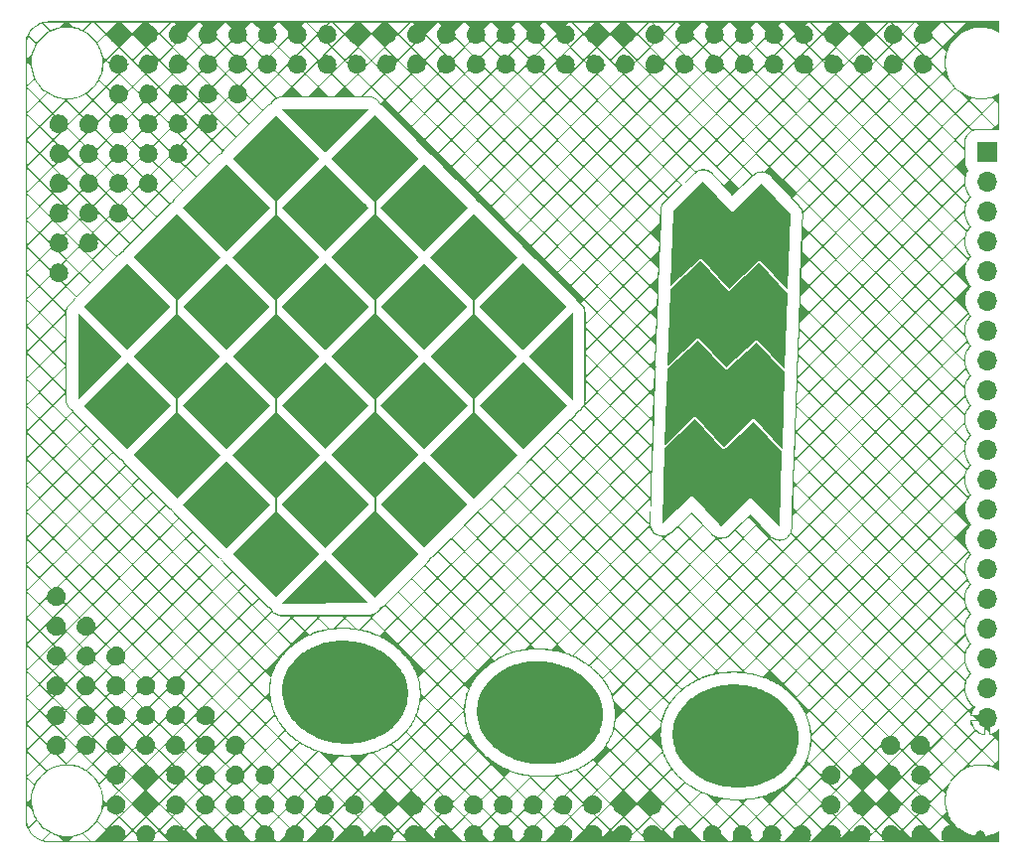
<source format=gbr>
%TF.GenerationSoftware,KiCad,Pcbnew,(6.0.6)*%
%TF.CreationDate,2023-08-17T02:29:11+09:00*%
%TF.ProjectId,SensorBoardLH,53656e73-6f72-4426-9f61-72644c482e6b,rev?*%
%TF.SameCoordinates,Original*%
%TF.FileFunction,Copper,L1,Top*%
%TF.FilePolarity,Positive*%
%FSLAX46Y46*%
G04 Gerber Fmt 4.6, Leading zero omitted, Abs format (unit mm)*
G04 Created by KiCad (PCBNEW (6.0.6)) date 2023-08-17 02:29:11*
%MOMM*%
%LPD*%
G01*
G04 APERTURE LIST*
%TA.AperFunction,ComponentPad*%
%ADD10R,1.700000X1.700000*%
%TD*%
%TA.AperFunction,ComponentPad*%
%ADD11O,1.700000X1.700000*%
%TD*%
%TA.AperFunction,ViaPad*%
%ADD12C,0.800000*%
%TD*%
%TA.AperFunction,Conductor*%
%ADD13C,0.180000*%
%TD*%
G04 APERTURE END LIST*
D10*
%TO.P,J1,1,Pin_1*%
%TO.N,unconnected-(J1-Pad1)*%
X190110000Y-68000000D03*
D11*
%TO.P,J1,2,Pin_2*%
%TO.N,unconnected-(J1-Pad2)*%
X190110000Y-70540000D03*
%TO.P,J1,3,Pin_3*%
%TO.N,unconnected-(J1-Pad3)*%
X190110000Y-73080000D03*
%TO.P,J1,4,Pin_4*%
%TO.N,unconnected-(J1-Pad4)*%
X190110000Y-75620000D03*
%TO.P,J1,5,Pin_5*%
%TO.N,unconnected-(J1-Pad5)*%
X190110000Y-78160000D03*
%TO.P,J1,6,Pin_6*%
%TO.N,unconnected-(J1-Pad6)*%
X190110000Y-80700000D03*
%TO.P,J1,7,Pin_7*%
%TO.N,unconnected-(J1-Pad7)*%
X190110000Y-83240000D03*
%TO.P,J1,8,Pin_8*%
%TO.N,unconnected-(J1-Pad8)*%
X190110000Y-85780000D03*
%TO.P,J1,9,Pin_9*%
%TO.N,unconnected-(J1-Pad9)*%
X190110000Y-88320000D03*
%TO.P,J1,10,Pin_10*%
%TO.N,unconnected-(J1-Pad10)*%
X190110000Y-90860000D03*
%TO.P,J1,11,Pin_11*%
%TO.N,unconnected-(J1-Pad11)*%
X190110000Y-93400000D03*
%TO.P,J1,12,Pin_12*%
%TO.N,unconnected-(J1-Pad12)*%
X190110000Y-95940000D03*
%TO.P,J1,13,Pin_13*%
%TO.N,unconnected-(J1-Pad13)*%
X190110000Y-98480000D03*
%TO.P,J1,14,Pin_14*%
%TO.N,unconnected-(J1-Pad14)*%
X190110000Y-101020000D03*
%TO.P,J1,15,Pin_15*%
%TO.N,unconnected-(J1-Pad15)*%
X190110000Y-103560000D03*
%TO.P,J1,16,Pin_16*%
%TO.N,unconnected-(J1-Pad16)*%
X190110000Y-106100000D03*
%TO.P,J1,17,Pin_17*%
%TO.N,unconnected-(J1-Pad17)*%
X190110000Y-108640000D03*
%TO.P,J1,18,Pin_18*%
%TO.N,unconnected-(J1-Pad18)*%
X190110000Y-111180000D03*
%TO.P,J1,19,Pin_19*%
%TO.N,unconnected-(J1-Pad19)*%
X190110000Y-113720000D03*
%TO.P,J1,20,Pin_20*%
%TO.N,GND*%
X190110000Y-116260000D03*
%TD*%
D12*
%TO.N,GND*%
X184430000Y-118580000D03*
X181880000Y-118570000D03*
X186990000Y-126200000D03*
X176830000Y-126200000D03*
X179370000Y-126200000D03*
X164130000Y-126200000D03*
X171750000Y-126200000D03*
X166670000Y-126210000D03*
X169210000Y-126210000D03*
X174290000Y-126200000D03*
X181910000Y-126200000D03*
X189530000Y-126200000D03*
X184450000Y-126200000D03*
X159040000Y-126200000D03*
X146340000Y-126200000D03*
X148880000Y-126200000D03*
X115860000Y-126200000D03*
X120940000Y-126200000D03*
X143800000Y-126200000D03*
X118400000Y-126200000D03*
X153960000Y-126200000D03*
X151420000Y-126200000D03*
X138720000Y-126200000D03*
X161580000Y-126200000D03*
X123480000Y-126200000D03*
X141260000Y-126200000D03*
X156500000Y-126200000D03*
X133640000Y-126210000D03*
X136180000Y-126210000D03*
X126010000Y-126200000D03*
X131100000Y-126200000D03*
X128550000Y-126200000D03*
X136180000Y-123670000D03*
X133640000Y-123670000D03*
X126010000Y-123660000D03*
X128550000Y-123660000D03*
X126020000Y-121120000D03*
X128560000Y-121120000D03*
X131100000Y-123660000D03*
X126020000Y-118580000D03*
X110770000Y-105880000D03*
X110770000Y-116040000D03*
X110770000Y-118580000D03*
X110760000Y-113500000D03*
X113310000Y-118580000D03*
X113300000Y-113500000D03*
X113310000Y-116040000D03*
X113310000Y-110960000D03*
X115850000Y-110960000D03*
X110770000Y-108420000D03*
X113310000Y-108420000D03*
X110770000Y-110960000D03*
X115860000Y-113500000D03*
X120940000Y-116040000D03*
X115860000Y-116040000D03*
X118400000Y-113500000D03*
X118400000Y-116040000D03*
X120940000Y-113500000D03*
X123480000Y-118580000D03*
X123480000Y-116040000D03*
X110970000Y-78300000D03*
X113510000Y-75760000D03*
X110970000Y-75760000D03*
X113510000Y-70680000D03*
X116050000Y-73220000D03*
X110970000Y-73220000D03*
X113510000Y-73220000D03*
X116050000Y-70680000D03*
X110970000Y-70680000D03*
X118590000Y-70680000D03*
X113510000Y-68140000D03*
X110970000Y-68140000D03*
X121130000Y-68140000D03*
X118590000Y-68140000D03*
X116050000Y-68140000D03*
X113510000Y-65600000D03*
X110970000Y-65600000D03*
X116050000Y-65600000D03*
X121130000Y-65600000D03*
X118590000Y-65600000D03*
X123670000Y-65600000D03*
%TO.N,unconnected-(J1-Pad19)*%
X172550000Y-115870000D03*
%TO.N,unconnected-(J1-Pad18)*%
X154850000Y-113170000D03*
%TO.N,unconnected-(J1-Pad17)*%
X138500000Y-112530000D03*
%TO.N,unconnected-(J1-Pad16)*%
X113240000Y-85650000D03*
%TO.N,unconnected-(J1-Pad15)*%
X119930000Y-95000000D03*
%TO.N,unconnected-(J1-Pad14)*%
X128160000Y-103340000D03*
%TO.N,unconnected-(J1-Pad13)*%
X136100000Y-105950000D03*
%TO.N,unconnected-(J1-Pad12)*%
X128350000Y-98040000D03*
X130630000Y-98030000D03*
X136810000Y-98030000D03*
X139040000Y-98030000D03*
X143550000Y-99000000D03*
%TO.N,unconnected-(J1-Pad11)*%
X119960000Y-89610000D03*
X122180000Y-89600000D03*
X128370000Y-89600000D03*
X130590000Y-89610000D03*
X136810000Y-89590000D03*
X139040000Y-89610000D03*
X145230000Y-89600000D03*
X147490000Y-89600000D03*
X152470000Y-90500000D03*
%TO.N,unconnected-(J1-Pad10)*%
X154300000Y-85350000D03*
%TO.N,unconnected-(J1-Pad9)*%
X119930000Y-81170000D03*
X122180000Y-81180000D03*
X128360000Y-81180000D03*
X130640000Y-81170000D03*
X136790000Y-81160000D03*
X139080000Y-81160000D03*
X145230000Y-81180000D03*
X147480000Y-81160000D03*
X151820000Y-79700000D03*
%TO.N,unconnected-(J1-Pad8)*%
X147780000Y-75610000D03*
%TO.N,unconnected-(J1-Pad7)*%
X171430000Y-95370000D03*
%TO.N,unconnected-(J1-Pad6)*%
X171410000Y-89150000D03*
%TO.N,unconnected-(J1-Pad5)*%
X172010000Y-81880000D03*
%TO.N,unconnected-(J1-Pad4)*%
X172200000Y-75480000D03*
%TO.N,unconnected-(J1-Pad3)*%
X128390000Y-72750000D03*
X130580000Y-72750000D03*
X136830000Y-72740000D03*
X139020000Y-72750000D03*
X143755000Y-71265000D03*
%TO.N,unconnected-(J1-Pad2)*%
X139180000Y-67450000D03*
%TO.N,unconnected-(J1-Pad1)*%
X135980000Y-64860000D03*
%TO.N,GND*%
X156500000Y-123660000D03*
X133830000Y-60520000D03*
X131290000Y-57980000D03*
X154150000Y-57980000D03*
X141450000Y-60520000D03*
X156690000Y-57980000D03*
X151420000Y-123660000D03*
X159230000Y-60520000D03*
X123480000Y-123660000D03*
X181890000Y-121110000D03*
X156690000Y-60520000D03*
X177010000Y-60520000D03*
X141260000Y-123660000D03*
X123670000Y-57980000D03*
X143990000Y-57980000D03*
X151610000Y-57980000D03*
X169390000Y-60520000D03*
X179350000Y-121110000D03*
X136370000Y-57980000D03*
X146530000Y-57980000D03*
X116050000Y-57980000D03*
X166850000Y-57980000D03*
X143990000Y-60520000D03*
X161580000Y-123660000D03*
X184630000Y-57980000D03*
X149070000Y-60520000D03*
X136370000Y-60520000D03*
X123480000Y-121120000D03*
X120930000Y-118580000D03*
X118400000Y-121120000D03*
X126210000Y-63060000D03*
X161770000Y-57980000D03*
X181890000Y-123650000D03*
X182090000Y-60520000D03*
X138720000Y-123660000D03*
X166850000Y-60520000D03*
X118590000Y-57980000D03*
X133830000Y-57980000D03*
X123670000Y-60520000D03*
X126210000Y-60520000D03*
X174470000Y-57980000D03*
X177010000Y-57980000D03*
X138910000Y-57980000D03*
X118400000Y-123660000D03*
X148880000Y-123660000D03*
X123670000Y-63060000D03*
X182090000Y-57980000D03*
X116050000Y-63060000D03*
X154150000Y-60520000D03*
X116050000Y-60520000D03*
X120940000Y-121120000D03*
X184440000Y-123660000D03*
X141450000Y-57980000D03*
X118590000Y-63060000D03*
X138910000Y-60520000D03*
X118390000Y-118580000D03*
X115850000Y-118580000D03*
X184440000Y-121120000D03*
X153960000Y-123660000D03*
X149070000Y-57980000D03*
X115860000Y-123660000D03*
X118590000Y-60520000D03*
X143800000Y-123660000D03*
X179550000Y-57980000D03*
X179350000Y-123650000D03*
X179550000Y-60520000D03*
X131290000Y-60520000D03*
X151610000Y-60520000D03*
X120940000Y-123660000D03*
X121130000Y-63060000D03*
X126210000Y-57980000D03*
X159230000Y-57980000D03*
X146530000Y-60520000D03*
X146340000Y-123660000D03*
X128750000Y-57980000D03*
X121130000Y-57980000D03*
X176820000Y-121120000D03*
X159040000Y-123660000D03*
X184630000Y-60520000D03*
X176810000Y-123650000D03*
X121130000Y-60520000D03*
X171930000Y-60520000D03*
X128750000Y-60520000D03*
X174470000Y-60520000D03*
X115860000Y-121120000D03*
X161770000Y-60520000D03*
X169390000Y-57980000D03*
X164310000Y-57980000D03*
X164310000Y-60520000D03*
X171930000Y-57980000D03*
%TD*%
D13*
%TO.N,unconnected-(J1-Pad15)*%
X121530000Y-85280000D02*
X121740000Y-85490000D01*
X121060000Y-85280000D02*
X121530000Y-85280000D01*
X121060000Y-85280000D02*
X121060000Y-77760000D01*
X121060000Y-92450000D02*
X121060000Y-85280000D01*
X121060000Y-77760000D02*
X120870000Y-77570000D01*
X121180000Y-92570000D02*
X121060000Y-92450000D01*
%TO.N,unconnected-(J1-Pad14)*%
X129420000Y-93260000D02*
X128480000Y-94200000D01*
X129500000Y-93260000D02*
X129420000Y-93260000D01*
X129500000Y-93260000D02*
X129500000Y-85130000D01*
X129500000Y-99770000D02*
X129500000Y-93260000D01*
X128910000Y-85720000D02*
X128550000Y-85720000D01*
X129500000Y-85130000D02*
X128910000Y-85720000D01*
X129500000Y-85130000D02*
X129500000Y-76830000D01*
X128630000Y-76830000D02*
X128400000Y-77060000D01*
X129500000Y-76830000D02*
X128630000Y-76830000D01*
X129500000Y-76830000D02*
X129500000Y-70540000D01*
X129500000Y-70540000D02*
X128810000Y-69850000D01*
%TO.N,unconnected-(J1-Pad8)*%
X146350000Y-84270000D02*
X147170000Y-85090000D01*
X146340000Y-84270000D02*
X146350000Y-84270000D01*
X146340000Y-84270000D02*
X146340000Y-92370000D01*
X146340000Y-77780000D02*
X146340000Y-84270000D01*
X146340000Y-92370000D02*
X146180000Y-92530000D01*
%TO.N,unconnected-(J1-Pad2)*%
X137930000Y-76700000D02*
X138740000Y-77510000D01*
X138740000Y-77510000D02*
X139050000Y-77510000D01*
X137930000Y-76700000D02*
X137930000Y-85360000D01*
X137930000Y-68280000D02*
X137930000Y-76700000D01*
X138490000Y-85360000D02*
X138820000Y-85690000D01*
X137930000Y-85360000D02*
X138490000Y-85360000D01*
X137930000Y-85360000D02*
X137930000Y-93870000D01*
X137930000Y-93870000D02*
X137930000Y-100250000D01*
X138750000Y-93870000D02*
X138860000Y-93980000D01*
X137930000Y-93870000D02*
X138750000Y-93870000D01*
X137930000Y-100250000D02*
X137600000Y-100580000D01*
%TD*%
%TA.AperFunction,Conductor*%
%TO.N,unconnected-(J1-Pad11)*%
G36*
X116838859Y-85923528D02*
G01*
X120552621Y-89603362D01*
X120556086Y-89611618D01*
X120552625Y-89619978D01*
X116838859Y-93303463D01*
X116830573Y-93306856D01*
X116822348Y-93303429D01*
X113140692Y-89621773D01*
X113137265Y-89613500D01*
X113140692Y-89605227D01*
X116822352Y-85923566D01*
X116830625Y-85920139D01*
X116838859Y-85923528D01*
G37*
%TD.AperFunction*%
%TD*%
%TA.AperFunction,Conductor*%
%TO.N,unconnected-(J1-Pad17)*%
G36*
X134989330Y-109849419D02*
G01*
X135392723Y-109898949D01*
X135789359Y-109987607D01*
X136175448Y-110114547D01*
X136547309Y-110278557D01*
X136901390Y-110478072D01*
X137234311Y-110711186D01*
X137542897Y-110975676D01*
X137824199Y-111269016D01*
X138075534Y-111588405D01*
X138294503Y-111930797D01*
X138479015Y-112292922D01*
X138627310Y-112671324D01*
X138737970Y-113062392D01*
X138809941Y-113462391D01*
X138842536Y-113867505D01*
X138835443Y-114273866D01*
X138788730Y-114677595D01*
X138702843Y-115074839D01*
X138671214Y-115186613D01*
X138536216Y-115569960D01*
X138364454Y-115938304D01*
X138157569Y-116288129D01*
X137917533Y-116616097D01*
X137646639Y-116919075D01*
X137347473Y-117194173D01*
X137022889Y-117438763D01*
X136675987Y-117650514D01*
X136310077Y-117827401D01*
X135928652Y-117967738D01*
X135535353Y-118070185D01*
X135133934Y-118133763D01*
X134728227Y-118157867D01*
X134322104Y-118142265D01*
X133919441Y-118087108D01*
X133524083Y-117992920D01*
X133139803Y-117860601D01*
X132770269Y-117691415D01*
X132419008Y-117486977D01*
X132089373Y-117249236D01*
X131784511Y-116980464D01*
X131507332Y-116683226D01*
X131260480Y-116360357D01*
X131046313Y-116014942D01*
X130866876Y-115650277D01*
X130723879Y-115269840D01*
X130618689Y-114877266D01*
X130552309Y-114476301D01*
X130525374Y-114070771D01*
X130538140Y-113664550D01*
X130590486Y-113261511D01*
X130681911Y-112865505D01*
X130811543Y-112480312D01*
X130978145Y-112109605D01*
X131180127Y-111756925D01*
X131415560Y-111425640D01*
X131682198Y-111118908D01*
X131977494Y-110839660D01*
X132298630Y-110590560D01*
X132642543Y-110373988D01*
X133005947Y-110192008D01*
X133385376Y-110046360D01*
X133777206Y-109938431D01*
X134177698Y-109869255D01*
X134583029Y-109839489D01*
X134989330Y-109849419D01*
G37*
%TD.AperFunction*%
%TD*%
%TA.AperFunction,Conductor*%
%TO.N,unconnected-(J1-Pad19)*%
G36*
X168290827Y-113566597D02*
G01*
X168693490Y-113621753D01*
X169088848Y-113715942D01*
X169473128Y-113848260D01*
X169842663Y-114017447D01*
X170193922Y-114221884D01*
X170523558Y-114459626D01*
X170828419Y-114728397D01*
X171105600Y-115025636D01*
X171352450Y-115348504D01*
X171566617Y-115693919D01*
X171746054Y-116058585D01*
X171889052Y-116439021D01*
X171994242Y-116831595D01*
X172060621Y-117232560D01*
X172087556Y-117638090D01*
X172074791Y-118044311D01*
X172022444Y-118447350D01*
X171931020Y-118843356D01*
X171801387Y-119228549D01*
X171634785Y-119599257D01*
X171432804Y-119951936D01*
X171197370Y-120283223D01*
X170930733Y-120589954D01*
X170635436Y-120869201D01*
X170314299Y-121118301D01*
X169970388Y-121334873D01*
X169606982Y-121516853D01*
X169227555Y-121662501D01*
X168835724Y-121770430D01*
X168435233Y-121839607D01*
X168029901Y-121869373D01*
X167623601Y-121859443D01*
X167220208Y-121809912D01*
X166823572Y-121721255D01*
X166437483Y-121594314D01*
X166065622Y-121430305D01*
X165711541Y-121230788D01*
X165378619Y-120997676D01*
X165070033Y-120733185D01*
X164788731Y-120439845D01*
X164537396Y-120120457D01*
X164318427Y-119778064D01*
X164133915Y-119415938D01*
X163985621Y-119037537D01*
X163874960Y-118646469D01*
X163802990Y-118246470D01*
X163770395Y-117841356D01*
X163777488Y-117434996D01*
X163824201Y-117031266D01*
X163910087Y-116634023D01*
X163941716Y-116522248D01*
X164076713Y-116138901D01*
X164248476Y-115770556D01*
X164455362Y-115420732D01*
X164695397Y-115092764D01*
X164966292Y-114789787D01*
X165265457Y-114514689D01*
X165590042Y-114270098D01*
X165936943Y-114058348D01*
X166302854Y-113881460D01*
X166684278Y-113741123D01*
X167077578Y-113638676D01*
X167478996Y-113575098D01*
X167884703Y-113550994D01*
X168290827Y-113566597D01*
G37*
%TD.AperFunction*%
%TD*%
%TA.AperFunction,Conductor*%
%TO.N,unconnected-(J1-Pad11)*%
G36*
X133696029Y-85919864D02*
G01*
X137409791Y-89599698D01*
X137413256Y-89607954D01*
X137409795Y-89616314D01*
X133696029Y-93299799D01*
X133687743Y-93303192D01*
X133679518Y-93299765D01*
X129997862Y-89618109D01*
X129994435Y-89609836D01*
X129997862Y-89601563D01*
X133679522Y-85919902D01*
X133687795Y-85916475D01*
X133696029Y-85919864D01*
G37*
%TD.AperFunction*%
%TD*%
%TA.AperFunction,Conductor*%
%TO.N,unconnected-(J1-Pad17)*%
G36*
X135322096Y-109652448D02*
G01*
X135376803Y-109655791D01*
X135601270Y-109669508D01*
X135601644Y-109669537D01*
X135877369Y-109695293D01*
X135877766Y-109695337D01*
X136043945Y-109716595D01*
X136149538Y-109730103D01*
X136149926Y-109730160D01*
X136259497Y-109748211D01*
X136417623Y-109774263D01*
X136418060Y-109774343D01*
X136561628Y-109803640D01*
X136681633Y-109828128D01*
X136682060Y-109828225D01*
X136941344Y-109892015D01*
X136941793Y-109892135D01*
X137054233Y-109924832D01*
X137196758Y-109966278D01*
X137197243Y-109966431D01*
X137447712Y-110051239D01*
X137448208Y-110051419D01*
X137694188Y-110147262D01*
X137694662Y-110147459D01*
X137849481Y-110216223D01*
X137935986Y-110254645D01*
X137936490Y-110254883D01*
X138173104Y-110373763D01*
X138173604Y-110374030D01*
X138405381Y-110504926D01*
X138405875Y-110505221D01*
X138632755Y-110648487D01*
X138633237Y-110648808D01*
X138855129Y-110804790D01*
X138855594Y-110805135D01*
X139072378Y-110974149D01*
X139072823Y-110974514D01*
X139284447Y-111156935D01*
X139284837Y-111157287D01*
X139459028Y-111321639D01*
X139459384Y-111321990D01*
X139588646Y-111454861D01*
X139623837Y-111491035D01*
X139624189Y-111491412D01*
X139778650Y-111665278D01*
X139778987Y-111665677D01*
X139864794Y-111772078D01*
X139923048Y-111844313D01*
X139923396Y-111844767D01*
X139931341Y-111855698D01*
X140056787Y-112028287D01*
X140057135Y-112028793D01*
X140179541Y-112217255D01*
X140179854Y-112217766D01*
X140290976Y-112411251D01*
X140291270Y-112411800D01*
X140321920Y-112472954D01*
X140390769Y-112610328D01*
X140391057Y-112610948D01*
X140478621Y-112814567D01*
X140478879Y-112815218D01*
X140491844Y-112851154D01*
X140546855Y-113003628D01*
X140554229Y-113024068D01*
X140554450Y-113024746D01*
X140617244Y-113238834D01*
X140617425Y-113239530D01*
X140644287Y-113357545D01*
X140667366Y-113458943D01*
X140667503Y-113459639D01*
X140681466Y-113545007D01*
X140704279Y-113684489D01*
X140704373Y-113685201D01*
X140727658Y-113915493D01*
X140727708Y-113916200D01*
X140737193Y-114152044D01*
X140737200Y-114152739D01*
X140732561Y-114394189D01*
X140732528Y-114394864D01*
X140715215Y-114619322D01*
X140715143Y-114620002D01*
X140685380Y-114838368D01*
X140685265Y-114839055D01*
X140643342Y-115051325D01*
X140643185Y-115052012D01*
X140589368Y-115258294D01*
X140589170Y-115258970D01*
X140525459Y-115454043D01*
X140523739Y-115459308D01*
X140523503Y-115459963D01*
X140499484Y-115520805D01*
X140446731Y-115654431D01*
X140446455Y-115655073D01*
X140358612Y-115843738D01*
X140358307Y-115844344D01*
X140331560Y-115893946D01*
X140259682Y-116027237D01*
X140259346Y-116027820D01*
X140150185Y-116205040D01*
X140149826Y-116205587D01*
X140030429Y-116377160D01*
X140030055Y-116377667D01*
X139902058Y-116541896D01*
X139900681Y-116543663D01*
X139900295Y-116544134D01*
X139761192Y-116704644D01*
X139760799Y-116705075D01*
X139612273Y-116860113D01*
X139611878Y-116860506D01*
X139607365Y-116864789D01*
X139463956Y-117000875D01*
X139454189Y-117010143D01*
X139453802Y-117010493D01*
X139287200Y-117154803D01*
X139286861Y-117155084D01*
X139237961Y-117193882D01*
X139111636Y-117294109D01*
X139111250Y-117294402D01*
X138968231Y-117398515D01*
X138938671Y-117420034D01*
X138920770Y-117433065D01*
X138920368Y-117433345D01*
X138726634Y-117562342D01*
X138726217Y-117562607D01*
X138529273Y-117682057D01*
X138528843Y-117682305D01*
X138328755Y-117792319D01*
X138328314Y-117792550D01*
X138125061Y-117893288D01*
X138124611Y-117893499D01*
X137918287Y-117985055D01*
X137917837Y-117985243D01*
X137854551Y-118010183D01*
X137708439Y-118067762D01*
X137707979Y-118067932D01*
X137495588Y-118141520D01*
X137495129Y-118141669D01*
X137279736Y-118206468D01*
X137279278Y-118206596D01*
X137176110Y-118233118D01*
X137060899Y-118262735D01*
X137060489Y-118262831D01*
X136839228Y-118310417D01*
X136838820Y-118310496D01*
X136614683Y-118349658D01*
X136614254Y-118349724D01*
X136564723Y-118356459D01*
X136387307Y-118380582D01*
X136386881Y-118380632D01*
X136157164Y-118403311D01*
X136156749Y-118403345D01*
X135924232Y-118417973D01*
X135923830Y-118417991D01*
X135688644Y-118424686D01*
X135688262Y-118424691D01*
X135546875Y-118424098D01*
X135429667Y-118423607D01*
X135429307Y-118423599D01*
X135247609Y-118416867D01*
X135173335Y-118414115D01*
X135172935Y-118414093D01*
X134919678Y-118396006D01*
X134919262Y-118395969D01*
X134775978Y-118380582D01*
X134668731Y-118369065D01*
X134668319Y-118369013D01*
X134420587Y-118333084D01*
X134420141Y-118333011D01*
X134175285Y-118287856D01*
X134174832Y-118287763D01*
X134014338Y-118251546D01*
X133932912Y-118233171D01*
X133932463Y-118233061D01*
X133833550Y-118206468D01*
X133693490Y-118168813D01*
X133693022Y-118168676D01*
X133457149Y-118094590D01*
X133456677Y-118094431D01*
X133223884Y-118010271D01*
X133223412Y-118010089D01*
X133162538Y-117985055D01*
X132993776Y-117915654D01*
X132993307Y-117915449D01*
X132766895Y-117810531D01*
X132766431Y-117810303D01*
X132543316Y-117694699D01*
X132542862Y-117694451D01*
X132365526Y-117592373D01*
X132323064Y-117567931D01*
X132322625Y-117567665D01*
X132292508Y-117548509D01*
X132227095Y-117506904D01*
X132106257Y-117430046D01*
X132105829Y-117429761D01*
X131892875Y-117280785D01*
X131892502Y-117280513D01*
X131711996Y-117143315D01*
X131711657Y-117143047D01*
X131538303Y-117000875D01*
X131537953Y-117000577D01*
X131372063Y-116853267D01*
X131371706Y-116852936D01*
X131253366Y-116738705D01*
X131213668Y-116700385D01*
X131213317Y-116700031D01*
X131064958Y-116543663D01*
X131063464Y-116542089D01*
X131063102Y-116541689D01*
X131010719Y-116481098D01*
X130921762Y-116378202D01*
X130921448Y-116377822D01*
X130788958Y-116208641D01*
X130788616Y-116208179D01*
X130665373Y-116033232D01*
X130665032Y-116032720D01*
X130656848Y-116019697D01*
X130577644Y-115893670D01*
X130551343Y-115851821D01*
X130551019Y-115851273D01*
X130447227Y-115664285D01*
X130446926Y-115663706D01*
X130353360Y-115470462D01*
X130353087Y-115469854D01*
X130346515Y-115454043D01*
X130270108Y-115270242D01*
X130269867Y-115269612D01*
X130221370Y-115130876D01*
X130197798Y-115063440D01*
X130197597Y-115062807D01*
X130194514Y-115052012D01*
X130136800Y-114849977D01*
X130136633Y-114849320D01*
X130134180Y-114838368D01*
X130087442Y-114629652D01*
X130087317Y-114629007D01*
X130085784Y-114619672D01*
X130050088Y-114402397D01*
X130049996Y-114401712D01*
X130047593Y-114378536D01*
X130021738Y-114129232D01*
X130021685Y-114128479D01*
X130014834Y-113952102D01*
X130014707Y-113948832D01*
X130763311Y-113948832D01*
X130771547Y-114110218D01*
X130788781Y-114271658D01*
X130815024Y-114432895D01*
X130850288Y-114593674D01*
X130894581Y-114753737D01*
X130947917Y-114912828D01*
X131010303Y-115070692D01*
X131081752Y-115227070D01*
X131162275Y-115381709D01*
X131251883Y-115534351D01*
X131350586Y-115684738D01*
X131494737Y-115865094D01*
X131644247Y-116036856D01*
X131799124Y-116200015D01*
X131959384Y-116354556D01*
X132125035Y-116500466D01*
X132296087Y-116637729D01*
X132472553Y-116766333D01*
X132654444Y-116886263D01*
X132841769Y-116997508D01*
X133034542Y-117100052D01*
X133232769Y-117193882D01*
X133436468Y-117278984D01*
X133645644Y-117355345D01*
X133860311Y-117422950D01*
X134080478Y-117481786D01*
X134306158Y-117531840D01*
X134578022Y-117581344D01*
X134848240Y-117620586D01*
X135116734Y-117649155D01*
X135383431Y-117666640D01*
X135648258Y-117672633D01*
X135911139Y-117666721D01*
X136171998Y-117648493D01*
X136430763Y-117617542D01*
X136687358Y-117573456D01*
X136941712Y-117515823D01*
X137193748Y-117444236D01*
X137443389Y-117358281D01*
X137690564Y-117257551D01*
X137935199Y-117141632D01*
X138177219Y-117010116D01*
X138416547Y-116862593D01*
X138568032Y-116759521D01*
X138713504Y-116652180D01*
X138852674Y-116540394D01*
X138985247Y-116423983D01*
X139110930Y-116302771D01*
X139229429Y-116176579D01*
X139340449Y-116045230D01*
X139443701Y-115908546D01*
X139538887Y-115766350D01*
X139625719Y-115618461D01*
X139703899Y-115464705D01*
X139773136Y-115304902D01*
X139804308Y-115222678D01*
X139833135Y-115138876D01*
X139859580Y-115053473D01*
X139883604Y-114966447D01*
X139905174Y-114877776D01*
X139924250Y-114787438D01*
X139940797Y-114695411D01*
X139954779Y-114601672D01*
X139977522Y-114378536D01*
X139985342Y-114161420D01*
X139978619Y-113950208D01*
X139957731Y-113744777D01*
X139923060Y-113545007D01*
X139874984Y-113350782D01*
X139813886Y-113161982D01*
X139740143Y-112978484D01*
X139654136Y-112800170D01*
X139556247Y-112626923D01*
X139446853Y-112458619D01*
X139326335Y-112295139D01*
X139195076Y-112136368D01*
X139053450Y-111982181D01*
X138901843Y-111832460D01*
X138740631Y-111687087D01*
X138422079Y-111434178D01*
X138085000Y-111208460D01*
X137731584Y-111010150D01*
X137364032Y-110839468D01*
X136984536Y-110696634D01*
X136595294Y-110581868D01*
X136198502Y-110495386D01*
X135796356Y-110437410D01*
X135391052Y-110408159D01*
X134984784Y-110407852D01*
X134579749Y-110436707D01*
X134178143Y-110494946D01*
X133782163Y-110582787D01*
X133394004Y-110700447D01*
X133015860Y-110848149D01*
X132649931Y-111026110D01*
X132471685Y-111127153D01*
X132302213Y-111233634D01*
X132141522Y-111345295D01*
X131989628Y-111461881D01*
X131846538Y-111583134D01*
X131712262Y-111708798D01*
X131586813Y-111838617D01*
X131470200Y-111972336D01*
X131362437Y-112109697D01*
X131263532Y-112250444D01*
X131173496Y-112394322D01*
X131092340Y-112541071D01*
X131020074Y-112690438D01*
X130956710Y-112842166D01*
X130902259Y-112995999D01*
X130856730Y-113151680D01*
X130820136Y-113308952D01*
X130792487Y-113467559D01*
X130773792Y-113627247D01*
X130764063Y-113787757D01*
X130763311Y-113948832D01*
X130014707Y-113948832D01*
X130011373Y-113863005D01*
X130011369Y-113862225D01*
X130013453Y-113788420D01*
X130018668Y-113603681D01*
X130018718Y-113602880D01*
X130022757Y-113561540D01*
X130043307Y-113351187D01*
X130043417Y-113350368D01*
X130058291Y-113262717D01*
X130084966Y-113105521D01*
X130085134Y-113104711D01*
X130104680Y-113024746D01*
X130143318Y-112866667D01*
X130143546Y-112865858D01*
X130196627Y-112701050D01*
X130218061Y-112634500D01*
X130218343Y-112633724D01*
X130227520Y-112610948D01*
X130308850Y-112409086D01*
X130309181Y-112408341D01*
X130309662Y-112407355D01*
X130415379Y-112190332D01*
X130415752Y-112189629D01*
X130537321Y-111978213D01*
X130537730Y-111977553D01*
X130674364Y-111772684D01*
X130674797Y-111772078D01*
X130826167Y-111573733D01*
X130826615Y-111573181D01*
X130992437Y-111381289D01*
X130992893Y-111380792D01*
X131172804Y-111195364D01*
X131173260Y-111194918D01*
X131367010Y-111015860D01*
X131367461Y-111015465D01*
X131574682Y-110842792D01*
X131575098Y-110842461D01*
X131649709Y-110785823D01*
X131765445Y-110697966D01*
X131765838Y-110697681D01*
X131836681Y-110648487D01*
X131959791Y-110562997D01*
X131960206Y-110562721D01*
X132027870Y-110519915D01*
X132157779Y-110437732D01*
X132158167Y-110437498D01*
X132283920Y-110365375D01*
X132359224Y-110322185D01*
X132359672Y-110321941D01*
X132564172Y-110216223D01*
X132564632Y-110215998D01*
X132772523Y-110119803D01*
X132772991Y-110119598D01*
X132984272Y-110032830D01*
X132984747Y-110032647D01*
X133199322Y-109955256D01*
X133199801Y-109955095D01*
X133338336Y-109911789D01*
X133417639Y-109887000D01*
X133418089Y-109886869D01*
X133553755Y-109850740D01*
X133639131Y-109828004D01*
X133639609Y-109827887D01*
X133863809Y-109778177D01*
X133864279Y-109778083D01*
X133976161Y-109758090D01*
X134091595Y-109737462D01*
X134092063Y-109737389D01*
X134169008Y-109726833D01*
X134322393Y-109705791D01*
X134322828Y-109705739D01*
X134512014Y-109687373D01*
X134556189Y-109683084D01*
X134556639Y-109683049D01*
X134595493Y-109680784D01*
X134792958Y-109669271D01*
X134793365Y-109669256D01*
X134998163Y-109665004D01*
X135032683Y-109664287D01*
X135032777Y-109664285D01*
X135065792Y-109663864D01*
X135099100Y-109662857D01*
X135167762Y-109659646D01*
X135216412Y-109657086D01*
X135241035Y-109655791D01*
X135241159Y-109655785D01*
X135267739Y-109654669D01*
X135320895Y-109652436D01*
X135322096Y-109652448D01*
G37*
%TD.AperFunction*%
%TD*%
%TA.AperFunction,Conductor*%
%TO.N,unconnected-(J1-Pad2)*%
G36*
X137929146Y-90119632D02*
G01*
X141612631Y-93833398D01*
X141616024Y-93841684D01*
X141612597Y-93849909D01*
X137930941Y-97531565D01*
X137922668Y-97534992D01*
X137914395Y-97531565D01*
X134232734Y-93849905D01*
X134229307Y-93841632D01*
X134232696Y-93833397D01*
X137912530Y-90119636D01*
X137920786Y-90116171D01*
X137929146Y-90119632D01*
G37*
%TD.AperFunction*%
%TD*%
%TA.AperFunction,Conductor*%
%TO.N,unconnected-(J1-Pad3)*%
G36*
X133696029Y-69061864D02*
G01*
X137409791Y-72741698D01*
X137413256Y-72749954D01*
X137409795Y-72758314D01*
X133696029Y-76441799D01*
X133687743Y-76445192D01*
X133679518Y-76441765D01*
X129997862Y-72760109D01*
X129994435Y-72751836D01*
X129997862Y-72743563D01*
X133679522Y-69061902D01*
X133687795Y-69058475D01*
X133696029Y-69061864D01*
G37*
%TD.AperFunction*%
%TD*%
%TA.AperFunction,Conductor*%
%TO.N,unconnected-(J1-Pad13)*%
G36*
X133695996Y-102777906D02*
G01*
X137365959Y-106447869D01*
X137369386Y-106456142D01*
X137365959Y-106464415D01*
X137357689Y-106467842D01*
X129985761Y-106469660D01*
X129977487Y-106466235D01*
X129974058Y-106457963D01*
X129977519Y-106449653D01*
X133679450Y-102777906D01*
X133679485Y-102777872D01*
X133687771Y-102774479D01*
X133695996Y-102777906D01*
G37*
%TD.AperFunction*%
%TD*%
%TA.AperFunction,Conductor*%
%TO.N,unconnected-(J1-Pad2)*%
G36*
X137930978Y-98548217D02*
G01*
X141614463Y-102261983D01*
X141617856Y-102270269D01*
X141614429Y-102278494D01*
X137932773Y-105960150D01*
X137924500Y-105963577D01*
X137916227Y-105960150D01*
X134234566Y-102278490D01*
X134231139Y-102270217D01*
X134234528Y-102261982D01*
X137914362Y-98548221D01*
X137922618Y-98544756D01*
X137930978Y-98548217D01*
G37*
%TD.AperFunction*%
%TD*%
%TA.AperFunction,Conductor*%
%TO.N,unconnected-(J1-Pad9)*%
G36*
X150553614Y-77487200D02*
G01*
X154267376Y-81167034D01*
X154270841Y-81175290D01*
X154267380Y-81183650D01*
X150553614Y-84867135D01*
X150545328Y-84870528D01*
X150537103Y-84867101D01*
X146855447Y-81185445D01*
X146852020Y-81177172D01*
X146855447Y-81168899D01*
X150537107Y-77487238D01*
X150545380Y-77483811D01*
X150553614Y-77487200D01*
G37*
%TD.AperFunction*%
%TD*%
%TA.AperFunction,Conductor*%
%TO.N,unconnected-(J1-Pad19)*%
G36*
X168498864Y-113399868D02*
G01*
X168617427Y-113400365D01*
X168617784Y-113400373D01*
X168769164Y-113405981D01*
X168873755Y-113409856D01*
X168874156Y-113409878D01*
X169127418Y-113427967D01*
X169127832Y-113428004D01*
X169378361Y-113454907D01*
X169378773Y-113454959D01*
X169511778Y-113474248D01*
X169626509Y-113490887D01*
X169626952Y-113490960D01*
X169871807Y-113536116D01*
X169872260Y-113536209D01*
X169983193Y-113561242D01*
X170114181Y-113590801D01*
X170114629Y-113590911D01*
X170177077Y-113607700D01*
X170353603Y-113655160D01*
X170354071Y-113655297D01*
X170589943Y-113729383D01*
X170590412Y-113729541D01*
X170663713Y-113756040D01*
X170823209Y-113813700D01*
X170823674Y-113813879D01*
X170999823Y-113886319D01*
X171053317Y-113908318D01*
X171053786Y-113908523D01*
X171280197Y-114013440D01*
X171280661Y-114013668D01*
X171503776Y-114129273D01*
X171504230Y-114129521D01*
X171637839Y-114206429D01*
X171681488Y-114231554D01*
X171724026Y-114256040D01*
X171724464Y-114256306D01*
X171754502Y-114275411D01*
X171940835Y-114393926D01*
X171941263Y-114394211D01*
X172154218Y-114543186D01*
X172154588Y-114543456D01*
X172215494Y-114589749D01*
X172335097Y-114680656D01*
X172335434Y-114680922D01*
X172364699Y-114704923D01*
X172508790Y-114823096D01*
X172509140Y-114823394D01*
X172675029Y-114970705D01*
X172675386Y-114971036D01*
X172829023Y-115119338D01*
X172833413Y-115123576D01*
X172833764Y-115123930D01*
X172982126Y-115280299D01*
X172983628Y-115281882D01*
X172983990Y-115282282D01*
X173125330Y-115445770D01*
X173125644Y-115446150D01*
X173258134Y-115615331D01*
X173258476Y-115615793D01*
X173381719Y-115790739D01*
X173382056Y-115791245D01*
X173429740Y-115867118D01*
X173495750Y-115972151D01*
X173496074Y-115972699D01*
X173599866Y-116159688D01*
X173600167Y-116160267D01*
X173693733Y-116353511D01*
X173694002Y-116354110D01*
X173700572Y-116369915D01*
X173776984Y-116553731D01*
X173777225Y-116554361D01*
X173849290Y-116760517D01*
X173849490Y-116761150D01*
X173878822Y-116863826D01*
X173910293Y-116973995D01*
X173910460Y-116974652D01*
X173944926Y-117128561D01*
X173959648Y-117194305D01*
X173959773Y-117194950D01*
X173997004Y-117421570D01*
X173997096Y-117422255D01*
X174019187Y-117635266D01*
X174025355Y-117694740D01*
X174025408Y-117695493D01*
X174033681Y-117908479D01*
X174035719Y-117960962D01*
X174035723Y-117961742D01*
X174032408Y-118079196D01*
X174028425Y-118220283D01*
X174028375Y-118221085D01*
X174024336Y-118262433D01*
X174004409Y-118466427D01*
X174003788Y-118472782D01*
X174003680Y-118473590D01*
X173984808Y-118584795D01*
X173962127Y-118718443D01*
X173961957Y-118719263D01*
X173903774Y-118957305D01*
X173903546Y-118958114D01*
X173864600Y-119079035D01*
X173850360Y-119123250D01*
X173829034Y-119189463D01*
X173828752Y-119190239D01*
X173739222Y-119412454D01*
X173738245Y-119414880D01*
X173737914Y-119415626D01*
X173645085Y-119606190D01*
X173631716Y-119633635D01*
X173631344Y-119634338D01*
X173538857Y-119795179D01*
X173509772Y-119845760D01*
X173509363Y-119846420D01*
X173372728Y-120051289D01*
X173372295Y-120051895D01*
X173220925Y-120250240D01*
X173220477Y-120250792D01*
X173054656Y-120442684D01*
X173054200Y-120443181D01*
X172874289Y-120628608D01*
X172873833Y-120629054D01*
X172680082Y-120808112D01*
X172679631Y-120808507D01*
X172472409Y-120981180D01*
X172471993Y-120981511D01*
X172284918Y-121123524D01*
X172281656Y-121126000D01*
X172281285Y-121126270D01*
X172087260Y-121261005D01*
X172086912Y-121261236D01*
X171889313Y-121386240D01*
X171888925Y-121386474D01*
X171778264Y-121449942D01*
X171687869Y-121501787D01*
X171687421Y-121502031D01*
X171482921Y-121607748D01*
X171482461Y-121607973D01*
X171274570Y-121704169D01*
X171274102Y-121704374D01*
X171062820Y-121791142D01*
X171062345Y-121791325D01*
X170847771Y-121868716D01*
X170847292Y-121868877D01*
X170708779Y-121912176D01*
X170629455Y-121936972D01*
X170629005Y-121937103D01*
X170493393Y-121973217D01*
X170407961Y-121995968D01*
X170407483Y-121996085D01*
X170183284Y-122045795D01*
X170182814Y-122045889D01*
X170161438Y-122049709D01*
X169955497Y-122086511D01*
X169955029Y-122086584D01*
X169878341Y-122097104D01*
X169724699Y-122118181D01*
X169724259Y-122118233D01*
X169617110Y-122128635D01*
X169490902Y-122140887D01*
X169490453Y-122140922D01*
X169451155Y-122143213D01*
X169254134Y-122154701D01*
X169253728Y-122154716D01*
X169060951Y-122158718D01*
X169014409Y-122159684D01*
X169014316Y-122159686D01*
X168981300Y-122160108D01*
X168947992Y-122161115D01*
X168879331Y-122164326D01*
X168830532Y-122166894D01*
X168806057Y-122168182D01*
X168805933Y-122168188D01*
X168779393Y-122169303D01*
X168726198Y-122171537D01*
X168724997Y-122171525D01*
X168647092Y-122166764D01*
X168445822Y-122154464D01*
X168445448Y-122154435D01*
X168169724Y-122128679D01*
X168169327Y-122128635D01*
X168003222Y-122107387D01*
X167897555Y-122093870D01*
X167897167Y-122093813D01*
X167787555Y-122075754D01*
X167629470Y-122049709D01*
X167629033Y-122049629D01*
X167485465Y-122020332D01*
X167365460Y-121995844D01*
X167365033Y-121995747D01*
X167105748Y-121931957D01*
X167105299Y-121931837D01*
X166992859Y-121899140D01*
X166850334Y-121857694D01*
X166849849Y-121857541D01*
X166599381Y-121772733D01*
X166598885Y-121772553D01*
X166571846Y-121762018D01*
X166352906Y-121676710D01*
X166352432Y-121676513D01*
X166111104Y-121569326D01*
X166110603Y-121569089D01*
X165873989Y-121450209D01*
X165873489Y-121449942D01*
X165641712Y-121319045D01*
X165641218Y-121318750D01*
X165414338Y-121175486D01*
X165413856Y-121175165D01*
X165191964Y-121019182D01*
X165191499Y-121018837D01*
X164974715Y-120849822D01*
X164974270Y-120849457D01*
X164762645Y-120667037D01*
X164762255Y-120666685D01*
X164684925Y-120593722D01*
X164588065Y-120502333D01*
X164587708Y-120501981D01*
X164530506Y-120443181D01*
X164423245Y-120332925D01*
X164422895Y-120332549D01*
X164268443Y-120158694D01*
X164268106Y-120158295D01*
X164124036Y-119979646D01*
X164123688Y-119979192D01*
X164115599Y-119968062D01*
X164011063Y-119824241D01*
X163990307Y-119795685D01*
X163989959Y-119795179D01*
X163920088Y-119687604D01*
X163867552Y-119606718D01*
X163867239Y-119606207D01*
X163756125Y-119412735D01*
X163755813Y-119412153D01*
X163656323Y-119213644D01*
X163656035Y-119213024D01*
X163568471Y-119009405D01*
X163568213Y-119008754D01*
X163509309Y-118845488D01*
X163492860Y-118799893D01*
X163492642Y-118799225D01*
X163429848Y-118585139D01*
X163429667Y-118584443D01*
X163404438Y-118473602D01*
X163379724Y-118365017D01*
X163379587Y-118364321D01*
X163378294Y-118356412D01*
X163356161Y-118221091D01*
X163342814Y-118139481D01*
X163342720Y-118138770D01*
X163319434Y-117908479D01*
X163319384Y-117907772D01*
X163309901Y-117671929D01*
X163309894Y-117671234D01*
X163310061Y-117662552D01*
X164061750Y-117662552D01*
X164068473Y-117873765D01*
X164089362Y-118079196D01*
X164124032Y-118278965D01*
X164172108Y-118473190D01*
X164233206Y-118661991D01*
X164306951Y-118845488D01*
X164392956Y-119023802D01*
X164490845Y-119197050D01*
X164600240Y-119365353D01*
X164720757Y-119528832D01*
X164852017Y-119687604D01*
X164993643Y-119841792D01*
X165145250Y-119991512D01*
X165306461Y-120136885D01*
X165625014Y-120389794D01*
X165962093Y-120615511D01*
X166315509Y-120813822D01*
X166683061Y-120984503D01*
X167062556Y-121127338D01*
X167451798Y-121242104D01*
X167848590Y-121328586D01*
X168250737Y-121386563D01*
X168656041Y-121415813D01*
X169062308Y-121416120D01*
X169467343Y-121387265D01*
X169868950Y-121329026D01*
X170264930Y-121241185D01*
X170653089Y-121123524D01*
X171031232Y-120975823D01*
X171397162Y-120797863D01*
X171575408Y-120696818D01*
X171744880Y-120590338D01*
X171905570Y-120478677D01*
X172057465Y-120362091D01*
X172200555Y-120240837D01*
X172334830Y-120115174D01*
X172460280Y-119985355D01*
X172576893Y-119851636D01*
X172684656Y-119714275D01*
X172783561Y-119573528D01*
X172873598Y-119429650D01*
X172954753Y-119282901D01*
X173027019Y-119133534D01*
X173090383Y-118981805D01*
X173144833Y-118827974D01*
X173190363Y-118672292D01*
X173226956Y-118515020D01*
X173254606Y-118356412D01*
X173273300Y-118196726D01*
X173283030Y-118036215D01*
X173283781Y-117875140D01*
X173275545Y-117713754D01*
X173258311Y-117552314D01*
X173232069Y-117391077D01*
X173196804Y-117230298D01*
X173152512Y-117070236D01*
X173099176Y-116911144D01*
X173036789Y-116753280D01*
X172965340Y-116596902D01*
X172884817Y-116442263D01*
X172795209Y-116289622D01*
X172696507Y-116139233D01*
X172552357Y-115958878D01*
X172402847Y-115787115D01*
X172247969Y-115623957D01*
X172087709Y-115469416D01*
X171922057Y-115323506D01*
X171751006Y-115186243D01*
X171574540Y-115057638D01*
X171392649Y-114937709D01*
X171205323Y-114826465D01*
X171012551Y-114723921D01*
X170814324Y-114630090D01*
X170610625Y-114544988D01*
X170401449Y-114468628D01*
X170186782Y-114401022D01*
X169966615Y-114342186D01*
X169740935Y-114292132D01*
X169469071Y-114242628D01*
X169198853Y-114203386D01*
X168930358Y-114174818D01*
X168663662Y-114157332D01*
X168398834Y-114151339D01*
X168135954Y-114157252D01*
X167875095Y-114175479D01*
X167616329Y-114206429D01*
X167359734Y-114250515D01*
X167105380Y-114308149D01*
X166853345Y-114379735D01*
X166603704Y-114465690D01*
X166356529Y-114566421D01*
X166111894Y-114682340D01*
X165869873Y-114813855D01*
X165630546Y-114961378D01*
X165479061Y-115064451D01*
X165333588Y-115171792D01*
X165194419Y-115283577D01*
X165061845Y-115399988D01*
X164936162Y-115521202D01*
X164817663Y-115647393D01*
X164706643Y-115778743D01*
X164603392Y-115915427D01*
X164508206Y-116057623D01*
X164421373Y-116205511D01*
X164343193Y-116359267D01*
X164273957Y-116519070D01*
X164242784Y-116601294D01*
X164213957Y-116685096D01*
X164187513Y-116770499D01*
X164163489Y-116857524D01*
X164141919Y-116946196D01*
X164122843Y-117036534D01*
X164106295Y-117128561D01*
X164092313Y-117222300D01*
X164069570Y-117445436D01*
X164061750Y-117662552D01*
X163310061Y-117662552D01*
X163314533Y-117429783D01*
X163314566Y-117429108D01*
X163331878Y-117204649D01*
X163331950Y-117203969D01*
X163361712Y-116985604D01*
X163361827Y-116984917D01*
X163403751Y-116772648D01*
X163403908Y-116771961D01*
X163457725Y-116565678D01*
X163457924Y-116565000D01*
X163461502Y-116554045D01*
X163523357Y-116364656D01*
X163523593Y-116364000D01*
X163547609Y-116303168D01*
X163600365Y-116169533D01*
X163600640Y-116168894D01*
X163688478Y-115980240D01*
X163688787Y-115979625D01*
X163691239Y-115975079D01*
X163723406Y-115915427D01*
X163787411Y-115796735D01*
X163787747Y-115796152D01*
X163896906Y-115618931D01*
X163897265Y-115618384D01*
X164016663Y-115446812D01*
X164017038Y-115446303D01*
X164146420Y-115280299D01*
X164146806Y-115279829D01*
X164281902Y-115123941D01*
X164285900Y-115119328D01*
X164286284Y-115118906D01*
X164434820Y-114963859D01*
X164435215Y-114963466D01*
X164556307Y-114848557D01*
X164592910Y-114813823D01*
X164593297Y-114813472D01*
X164759892Y-114669169D01*
X164760231Y-114668888D01*
X164916393Y-114544988D01*
X164935457Y-114529863D01*
X164935843Y-114529570D01*
X165126322Y-114390908D01*
X165126724Y-114390628D01*
X165250595Y-114308149D01*
X165320465Y-114261627D01*
X165320866Y-114261372D01*
X165517831Y-114141909D01*
X165518261Y-114141661D01*
X165718338Y-114031653D01*
X165718779Y-114031422D01*
X165922032Y-113930684D01*
X165922482Y-113930473D01*
X166128805Y-113838917D01*
X166129261Y-113838726D01*
X166338654Y-113756210D01*
X166339114Y-113756040D01*
X166551506Y-113682452D01*
X166551965Y-113682303D01*
X166767356Y-113617504D01*
X166767814Y-113617376D01*
X166892057Y-113585437D01*
X166986193Y-113561238D01*
X166986603Y-113561142D01*
X167207866Y-113513555D01*
X167208273Y-113513476D01*
X167432410Y-113474315D01*
X167432839Y-113474249D01*
X167659782Y-113443391D01*
X167660210Y-113443341D01*
X167889931Y-113420661D01*
X167890346Y-113420627D01*
X168122861Y-113405999D01*
X168123263Y-113405981D01*
X168358449Y-113399287D01*
X168358831Y-113399282D01*
X168498864Y-113399868D01*
G37*
%TD.AperFunction*%
%TD*%
%TA.AperFunction,Conductor*%
%TO.N,unconnected-(J1-Pad15)*%
G36*
X121067482Y-73262047D02*
G01*
X124750967Y-76975813D01*
X124754360Y-76984099D01*
X124750933Y-76992324D01*
X121069277Y-80673980D01*
X121061004Y-80677407D01*
X121052731Y-80673980D01*
X117371070Y-76992320D01*
X117367643Y-76984047D01*
X117371032Y-76975812D01*
X121050866Y-73262051D01*
X121059122Y-73258586D01*
X121067482Y-73262047D01*
G37*
%TD.AperFunction*%
%TD*%
%TA.AperFunction,Conductor*%
%TO.N,unconnected-(J1-Pad2)*%
G36*
X137927314Y-81691047D02*
G01*
X141610799Y-85404813D01*
X141614192Y-85413099D01*
X141610765Y-85421324D01*
X137929109Y-89102980D01*
X137920836Y-89106407D01*
X137912563Y-89102980D01*
X134230902Y-85421320D01*
X134227475Y-85413047D01*
X134230864Y-85404812D01*
X137910698Y-81691051D01*
X137918954Y-81687586D01*
X137927314Y-81691047D01*
G37*
%TD.AperFunction*%
%TD*%
%TA.AperFunction,Conductor*%
%TO.N,unconnected-(J1-Pad14)*%
G36*
X129500146Y-90119632D02*
G01*
X133183631Y-93833398D01*
X133187024Y-93841684D01*
X133183597Y-93849909D01*
X129501941Y-97531565D01*
X129493668Y-97534992D01*
X129485395Y-97531565D01*
X125803734Y-93849905D01*
X125800307Y-93841632D01*
X125803696Y-93833397D01*
X129483530Y-90119636D01*
X129491786Y-90116171D01*
X129500146Y-90119632D01*
G37*
%TD.AperFunction*%
%TD*%
%TA.AperFunction,Conductor*%
%TO.N,unconnected-(J1-Pad14)*%
G36*
X129498314Y-81691047D02*
G01*
X133181799Y-85404813D01*
X133185192Y-85413099D01*
X133181765Y-85421324D01*
X129500109Y-89102980D01*
X129491836Y-89106407D01*
X129483563Y-89102980D01*
X125801902Y-85421320D01*
X125798475Y-85413047D01*
X125801864Y-85404812D01*
X129481698Y-81691051D01*
X129489954Y-81687586D01*
X129498314Y-81691047D01*
G37*
%TD.AperFunction*%
%TD*%
%TA.AperFunction,Conductor*%
%TO.N,unconnected-(J1-Pad3)*%
G36*
X125267444Y-69063696D02*
G01*
X128981206Y-72743530D01*
X128984671Y-72751786D01*
X128981210Y-72760146D01*
X125267444Y-76443631D01*
X125259158Y-76447024D01*
X125250933Y-76443597D01*
X121569277Y-72761941D01*
X121565850Y-72753668D01*
X121569277Y-72745395D01*
X125250937Y-69063734D01*
X125259210Y-69060307D01*
X125267444Y-69063696D01*
G37*
%TD.AperFunction*%
%TD*%
%TA.AperFunction,Conductor*%
%TO.N,unconnected-(J1-Pad9)*%
G36*
X116838859Y-77494528D02*
G01*
X120552621Y-81174362D01*
X120556086Y-81182618D01*
X120552625Y-81190978D01*
X116838859Y-84874463D01*
X116830573Y-84877856D01*
X116822348Y-84874429D01*
X113140692Y-81192773D01*
X113137265Y-81184500D01*
X113140692Y-81176227D01*
X116822352Y-77494566D01*
X116830625Y-77491139D01*
X116838859Y-77494528D01*
G37*
%TD.AperFunction*%
%TD*%
%TA.AperFunction,Conductor*%
%TO.N,unconnected-(J1-Pad8)*%
G36*
X146356314Y-81691047D02*
G01*
X150039799Y-85404813D01*
X150043192Y-85413099D01*
X150039765Y-85421324D01*
X146358109Y-89102980D01*
X146349836Y-89106407D01*
X146341563Y-89102980D01*
X142659902Y-85421320D01*
X142656475Y-85413047D01*
X142659864Y-85404812D01*
X146339698Y-81691051D01*
X146347954Y-81687586D01*
X146356314Y-81691047D01*
G37*
%TD.AperFunction*%
%TD*%
%TA.AperFunction,Conductor*%
%TO.N,unconnected-(J1-Pad9)*%
G36*
X125267444Y-77492696D02*
G01*
X128981206Y-81172530D01*
X128984671Y-81180786D01*
X128981210Y-81189146D01*
X125267444Y-84872631D01*
X125259158Y-84876024D01*
X125250933Y-84872597D01*
X121569277Y-81190941D01*
X121565850Y-81182668D01*
X121569277Y-81174395D01*
X125250937Y-77492734D01*
X125259210Y-77489307D01*
X125267444Y-77492696D01*
G37*
%TD.AperFunction*%
%TD*%
%TA.AperFunction,Conductor*%
%TO.N,unconnected-(J1-Pad15)*%
G36*
X121071146Y-90119632D02*
G01*
X124754631Y-93833398D01*
X124758024Y-93841684D01*
X124754597Y-93849909D01*
X121072941Y-97531565D01*
X121064668Y-97534992D01*
X121056395Y-97531565D01*
X117374734Y-93849905D01*
X117371307Y-93841632D01*
X117374696Y-93833397D01*
X121054530Y-90119636D01*
X121062786Y-90116171D01*
X121071146Y-90119632D01*
G37*
%TD.AperFunction*%
%TD*%
%TA.AperFunction,Conductor*%
%TO.N,unconnected-(J1-Pad18)*%
G36*
X151936426Y-111408814D02*
G01*
X151991130Y-111412157D01*
X152215600Y-111425875D01*
X152215974Y-111425904D01*
X152491699Y-111451660D01*
X152492096Y-111451704D01*
X152658201Y-111472952D01*
X152763868Y-111486469D01*
X152764256Y-111486526D01*
X152873868Y-111504585D01*
X153031953Y-111530630D01*
X153032390Y-111530710D01*
X153175966Y-111560008D01*
X153295962Y-111584495D01*
X153296389Y-111584592D01*
X153555674Y-111648381D01*
X153556123Y-111648501D01*
X153668596Y-111681208D01*
X153811088Y-111722645D01*
X153811573Y-111722798D01*
X154062041Y-111807606D01*
X154062537Y-111807786D01*
X154308518Y-111903629D01*
X154308992Y-111903826D01*
X154463811Y-111972590D01*
X154550316Y-112011012D01*
X154550820Y-112011250D01*
X154787434Y-112130130D01*
X154787934Y-112130397D01*
X155019711Y-112261293D01*
X155020205Y-112261588D01*
X155247093Y-112404860D01*
X155247574Y-112405181D01*
X155469449Y-112561149D01*
X155469915Y-112561494D01*
X155686708Y-112730516D01*
X155687153Y-112730881D01*
X155898776Y-112913302D01*
X155899166Y-112913654D01*
X156073357Y-113078006D01*
X156073713Y-113078357D01*
X156202975Y-113211228D01*
X156238166Y-113247402D01*
X156238518Y-113247779D01*
X156392979Y-113421644D01*
X156393316Y-113422043D01*
X156537377Y-113600680D01*
X156537725Y-113601134D01*
X156545670Y-113612065D01*
X156671116Y-113784654D01*
X156671464Y-113785160D01*
X156793871Y-113973622D01*
X156794184Y-113974133D01*
X156905305Y-114167618D01*
X156905599Y-114168167D01*
X156929065Y-114214986D01*
X157005099Y-114366695D01*
X157005387Y-114367315D01*
X157092951Y-114570933D01*
X157093209Y-114571584D01*
X157132567Y-114680675D01*
X157161185Y-114759995D01*
X157168559Y-114780435D01*
X157168777Y-114781103D01*
X157206011Y-114908047D01*
X157231574Y-114995200D01*
X157231755Y-114995896D01*
X157258618Y-115113916D01*
X157281696Y-115215310D01*
X157281833Y-115216006D01*
X157295796Y-115301374D01*
X157318609Y-115440856D01*
X157318703Y-115441568D01*
X157341988Y-115671860D01*
X157342038Y-115672567D01*
X157351522Y-115908411D01*
X157351529Y-115909106D01*
X157346890Y-116150556D01*
X157346857Y-116151231D01*
X157329544Y-116375689D01*
X157329472Y-116376369D01*
X157299710Y-116594735D01*
X157299595Y-116595422D01*
X157257671Y-116807691D01*
X157257514Y-116808378D01*
X157203697Y-117014661D01*
X157203499Y-117015337D01*
X157139784Y-117210424D01*
X157138069Y-117215674D01*
X157137830Y-117216338D01*
X157061061Y-117410798D01*
X157060785Y-117411440D01*
X156972942Y-117600105D01*
X156972637Y-117600711D01*
X156970193Y-117605244D01*
X156874012Y-117783604D01*
X156873676Y-117784187D01*
X156764515Y-117961407D01*
X156764156Y-117961954D01*
X156644759Y-118133527D01*
X156644385Y-118134034D01*
X156516388Y-118298263D01*
X156515011Y-118300030D01*
X156514625Y-118300501D01*
X156375521Y-118461011D01*
X156375128Y-118461442D01*
X156226603Y-118616479D01*
X156226208Y-118616872D01*
X156199064Y-118642630D01*
X156078285Y-118757242D01*
X156068518Y-118766510D01*
X156068131Y-118766860D01*
X155901530Y-118911170D01*
X155901191Y-118911451D01*
X155852291Y-118950249D01*
X155725965Y-119050476D01*
X155725579Y-119050769D01*
X155582560Y-119154882D01*
X155539248Y-119186412D01*
X155535099Y-119189432D01*
X155534697Y-119189712D01*
X155340964Y-119318709D01*
X155340547Y-119318974D01*
X155143603Y-119438423D01*
X155143173Y-119438671D01*
X154943085Y-119548686D01*
X154942644Y-119548917D01*
X154739390Y-119649655D01*
X154738940Y-119649866D01*
X154532617Y-119741422D01*
X154532167Y-119741610D01*
X154416171Y-119787321D01*
X154322768Y-119824128D01*
X154322308Y-119824298D01*
X154109917Y-119897886D01*
X154109458Y-119898035D01*
X153894066Y-119962835D01*
X153893608Y-119962963D01*
X153790440Y-119989485D01*
X153675229Y-120019102D01*
X153674819Y-120019198D01*
X153453558Y-120066784D01*
X153453150Y-120066863D01*
X153229013Y-120106025D01*
X153228584Y-120106091D01*
X153179053Y-120112826D01*
X153001637Y-120136949D01*
X153001210Y-120136999D01*
X152771492Y-120159678D01*
X152771078Y-120159712D01*
X152538561Y-120174340D01*
X152538159Y-120174358D01*
X152302974Y-120181053D01*
X152302592Y-120181058D01*
X152161205Y-120180465D01*
X152043997Y-120179974D01*
X152043637Y-120179966D01*
X151861939Y-120173234D01*
X151787665Y-120170482D01*
X151787265Y-120170460D01*
X151534008Y-120152373D01*
X151533592Y-120152336D01*
X151390308Y-120136949D01*
X151283061Y-120125432D01*
X151282649Y-120125380D01*
X151034917Y-120089451D01*
X151034471Y-120089378D01*
X150789615Y-120044223D01*
X150789162Y-120044130D01*
X150628706Y-120007922D01*
X150547241Y-119989538D01*
X150546792Y-119989428D01*
X150447879Y-119962835D01*
X150307819Y-119925180D01*
X150307351Y-119925043D01*
X150071479Y-119850956D01*
X150071007Y-119850797D01*
X149997481Y-119824216D01*
X149838207Y-119766636D01*
X149837741Y-119766456D01*
X149608106Y-119672021D01*
X149607637Y-119671816D01*
X149381224Y-119566898D01*
X149380760Y-119566670D01*
X149157645Y-119451066D01*
X149157191Y-119450818D01*
X149002919Y-119362016D01*
X148937394Y-119324298D01*
X148936955Y-119324032D01*
X148720587Y-119186412D01*
X148720159Y-119186127D01*
X148507205Y-119037152D01*
X148506832Y-119036880D01*
X148445929Y-118990589D01*
X148326323Y-118899680D01*
X148325986Y-118899414D01*
X148152633Y-118757242D01*
X148152283Y-118756944D01*
X147986393Y-118609634D01*
X147986036Y-118609303D01*
X147925581Y-118550947D01*
X147827998Y-118456751D01*
X147827647Y-118456397D01*
X147782247Y-118408546D01*
X147677794Y-118298455D01*
X147677432Y-118298056D01*
X147625049Y-118237465D01*
X147536092Y-118134569D01*
X147535778Y-118134189D01*
X147403288Y-117965008D01*
X147402946Y-117964546D01*
X147327004Y-117856744D01*
X147279699Y-117789593D01*
X147279362Y-117789087D01*
X147277320Y-117785837D01*
X147191972Y-117650036D01*
X147165672Y-117608188D01*
X147165348Y-117607640D01*
X147061556Y-117420652D01*
X147061255Y-117420073D01*
X146967690Y-117226829D01*
X146967417Y-117226221D01*
X146884438Y-117026609D01*
X146884197Y-117025979D01*
X146812132Y-116819821D01*
X146811927Y-116819174D01*
X146811289Y-116816938D01*
X146751130Y-116606344D01*
X146750963Y-116605687D01*
X146735979Y-116538774D01*
X146701772Y-116386018D01*
X146701647Y-116385373D01*
X146697157Y-116358039D01*
X146664417Y-116158764D01*
X146664325Y-116158079D01*
X146661761Y-116133349D01*
X146636068Y-115885599D01*
X146636015Y-115884846D01*
X146629037Y-115705199D01*
X147377641Y-115705199D01*
X147385877Y-115866584D01*
X147403111Y-116028025D01*
X147429354Y-116189262D01*
X147464618Y-116350040D01*
X147508911Y-116510103D01*
X147562247Y-116669194D01*
X147624633Y-116827058D01*
X147696082Y-116983437D01*
X147776605Y-117138076D01*
X147866213Y-117290718D01*
X147964916Y-117441105D01*
X148109066Y-117621461D01*
X148258576Y-117793223D01*
X148413454Y-117956382D01*
X148573714Y-118110923D01*
X148739365Y-118256833D01*
X148910417Y-118394096D01*
X149086883Y-118522700D01*
X149268773Y-118642630D01*
X149456099Y-118753874D01*
X149648871Y-118856419D01*
X149847099Y-118950249D01*
X150050798Y-119035351D01*
X150259973Y-119111711D01*
X150474640Y-119179317D01*
X150694808Y-119238153D01*
X150920488Y-119288207D01*
X151192351Y-119337711D01*
X151462569Y-119376953D01*
X151731064Y-119405522D01*
X151997761Y-119423007D01*
X152262588Y-119428999D01*
X152525468Y-119423087D01*
X152786328Y-119404860D01*
X153045092Y-119373909D01*
X153301688Y-119329823D01*
X153556041Y-119272190D01*
X153808077Y-119200603D01*
X154057718Y-119114648D01*
X154304894Y-119013917D01*
X154549528Y-118897999D01*
X154791549Y-118766483D01*
X155030877Y-118618960D01*
X155182361Y-118515888D01*
X155327834Y-118408546D01*
X155467003Y-118296761D01*
X155599577Y-118180350D01*
X155725260Y-118059138D01*
X155843758Y-117932946D01*
X155954779Y-117801596D01*
X156058031Y-117664912D01*
X156153217Y-117522716D01*
X156240049Y-117374828D01*
X156318229Y-117221072D01*
X156387465Y-117061269D01*
X156418638Y-116979045D01*
X156447464Y-116895243D01*
X156473909Y-116809840D01*
X156497934Y-116722814D01*
X156519504Y-116634143D01*
X156538580Y-116543805D01*
X156555127Y-116451778D01*
X156569109Y-116358039D01*
X156591852Y-116134903D01*
X156599672Y-115917787D01*
X156592949Y-115706575D01*
X156572060Y-115501144D01*
X156537390Y-115301374D01*
X156489314Y-115107149D01*
X156428215Y-114918348D01*
X156354472Y-114734851D01*
X156268466Y-114556537D01*
X156170577Y-114383290D01*
X156061183Y-114214986D01*
X155940665Y-114051506D01*
X155809405Y-113892735D01*
X155667780Y-113738548D01*
X155516173Y-113588827D01*
X155354961Y-113443454D01*
X155036409Y-113190545D01*
X154699330Y-112964827D01*
X154345914Y-112766517D01*
X153978361Y-112595835D01*
X153598865Y-112453001D01*
X153209624Y-112338234D01*
X152812832Y-112251752D01*
X152410685Y-112193777D01*
X152005382Y-112164526D01*
X151599114Y-112164219D01*
X151194079Y-112193074D01*
X150792473Y-112251313D01*
X150396493Y-112339154D01*
X150008333Y-112456814D01*
X149630190Y-112604516D01*
X149264261Y-112782477D01*
X149086014Y-112883520D01*
X148916543Y-112990001D01*
X148755852Y-113101662D01*
X148603958Y-113218248D01*
X148460867Y-113339501D01*
X148326592Y-113465165D01*
X148201143Y-113594984D01*
X148084530Y-113728703D01*
X147976767Y-113866064D01*
X147877861Y-114006811D01*
X147787825Y-114150689D01*
X147706669Y-114297438D01*
X147634404Y-114446805D01*
X147571040Y-114598533D01*
X147516589Y-114752366D01*
X147471060Y-114908047D01*
X147434466Y-115065319D01*
X147406816Y-115223926D01*
X147388122Y-115383614D01*
X147378393Y-115544124D01*
X147377641Y-115705199D01*
X146629037Y-115705199D01*
X146627769Y-115672567D01*
X146625703Y-115619372D01*
X146625699Y-115618592D01*
X146627783Y-115544787D01*
X146632998Y-115360048D01*
X146633048Y-115359247D01*
X146637087Y-115317906D01*
X146645927Y-115227409D01*
X146657637Y-115107545D01*
X146657745Y-115106737D01*
X146688279Y-114926813D01*
X146699295Y-114861896D01*
X146699465Y-114861076D01*
X146757648Y-114623034D01*
X146757876Y-114622225D01*
X146810957Y-114457417D01*
X146832391Y-114390867D01*
X146832673Y-114390091D01*
X146841850Y-114367315D01*
X146923180Y-114165452D01*
X146923511Y-114164707D01*
X146970984Y-114067254D01*
X147029709Y-113946699D01*
X147030082Y-113945996D01*
X147051042Y-113909546D01*
X147151651Y-113734578D01*
X147152059Y-113733920D01*
X147288694Y-113529050D01*
X147289127Y-113528444D01*
X147440497Y-113330099D01*
X147440945Y-113329547D01*
X147606766Y-113137655D01*
X147607222Y-113137158D01*
X147787133Y-112951731D01*
X147787589Y-112951285D01*
X147837375Y-112905275D01*
X147981340Y-112772227D01*
X147981791Y-112771832D01*
X148189012Y-112599158D01*
X148189428Y-112598827D01*
X148264010Y-112542211D01*
X148379774Y-112454333D01*
X148380167Y-112454048D01*
X148381675Y-112453001D01*
X148574143Y-112319349D01*
X148574512Y-112319103D01*
X148772109Y-112194099D01*
X148772497Y-112193865D01*
X148898250Y-112121742D01*
X148973554Y-112078552D01*
X148974002Y-112078308D01*
X149178501Y-111972590D01*
X149178961Y-111972365D01*
X149386852Y-111876170D01*
X149387320Y-111875965D01*
X149521200Y-111820983D01*
X149598606Y-111789195D01*
X149599077Y-111789013D01*
X149813651Y-111711622D01*
X149814130Y-111711461D01*
X149952735Y-111668134D01*
X150031968Y-111643367D01*
X150032418Y-111643236D01*
X150168057Y-111607115D01*
X150253461Y-111584371D01*
X150253939Y-111584254D01*
X150478139Y-111534544D01*
X150478609Y-111534450D01*
X150590491Y-111514457D01*
X150705925Y-111493829D01*
X150706393Y-111493756D01*
X150783592Y-111483165D01*
X150936723Y-111462157D01*
X150937163Y-111462105D01*
X151053846Y-111450777D01*
X151170520Y-111439451D01*
X151170969Y-111439416D01*
X151209823Y-111437151D01*
X151407288Y-111425638D01*
X151407695Y-111425623D01*
X151612495Y-111421371D01*
X151647012Y-111420654D01*
X151647106Y-111420652D01*
X151680121Y-111420231D01*
X151713430Y-111419223D01*
X151782092Y-111416013D01*
X151782430Y-111415995D01*
X151855365Y-111412157D01*
X151855489Y-111412151D01*
X151882069Y-111411035D01*
X151935225Y-111408802D01*
X151936426Y-111408814D01*
G37*
%TD.AperFunction*%
%TD*%
%TA.AperFunction,Conductor*%
%TO.N,unconnected-(J1-Pad9)*%
G36*
X142125029Y-77489032D02*
G01*
X145838791Y-81168866D01*
X145842256Y-81177122D01*
X145838795Y-81185482D01*
X142125029Y-84868967D01*
X142116743Y-84872360D01*
X142108518Y-84868933D01*
X138426862Y-81187277D01*
X138423435Y-81179004D01*
X138426862Y-81170731D01*
X142108522Y-77489070D01*
X142116795Y-77485643D01*
X142125029Y-77489032D01*
G37*
%TD.AperFunction*%
%TD*%
%TA.AperFunction,Conductor*%
%TO.N,unconnected-(J1-Pad2)*%
G36*
X137925482Y-73262047D02*
G01*
X141608967Y-76975813D01*
X141612360Y-76984099D01*
X141608933Y-76992324D01*
X137927277Y-80673980D01*
X137919004Y-80677407D01*
X137910731Y-80673980D01*
X134229070Y-76992320D01*
X134225643Y-76984047D01*
X134229032Y-76975812D01*
X137908866Y-73262051D01*
X137917122Y-73258586D01*
X137925482Y-73262047D01*
G37*
%TD.AperFunction*%
%TD*%
%TA.AperFunction,Conductor*%
%TO.N,unconnected-(J1-Pad11)*%
G36*
X150553614Y-85916200D02*
G01*
X154267376Y-89596034D01*
X154270841Y-89604290D01*
X154267380Y-89612650D01*
X150553614Y-93296135D01*
X150545328Y-93299528D01*
X150537103Y-93296101D01*
X146855447Y-89614445D01*
X146852020Y-89606172D01*
X146855447Y-89597899D01*
X150537107Y-85916238D01*
X150545380Y-85912811D01*
X150553614Y-85916200D01*
G37*
%TD.AperFunction*%
%TD*%
%TA.AperFunction,Conductor*%
%TO.N,unconnected-(J1-Pad9)*%
G36*
X133696029Y-77490864D02*
G01*
X137409791Y-81170698D01*
X137413256Y-81178954D01*
X137409795Y-81187314D01*
X133696029Y-84870799D01*
X133687743Y-84874192D01*
X133679518Y-84870765D01*
X129997862Y-81189109D01*
X129994435Y-81180836D01*
X129997862Y-81172563D01*
X133679522Y-77490902D01*
X133687795Y-77487475D01*
X133696029Y-77490864D01*
G37*
%TD.AperFunction*%
%TD*%
%TA.AperFunction,Conductor*%
%TO.N,unconnected-(J1-Pad14)*%
G36*
X129496482Y-73262047D02*
G01*
X133179967Y-76975813D01*
X133183360Y-76984099D01*
X133179933Y-76992324D01*
X129498277Y-80673980D01*
X129490004Y-80677407D01*
X129481731Y-80673980D01*
X125800070Y-76992320D01*
X125796643Y-76984047D01*
X125800032Y-76975812D01*
X129479866Y-73262051D01*
X129488122Y-73258586D01*
X129496482Y-73262047D01*
G37*
%TD.AperFunction*%
%TD*%
%TA.AperFunction,Conductor*%
%TO.N,unconnected-(J1-Pad17)*%
G36*
X136423492Y-109964530D02*
G01*
X136826885Y-110014060D01*
X137223521Y-110102718D01*
X137609610Y-110229658D01*
X137981471Y-110393668D01*
X138335552Y-110593183D01*
X138668473Y-110826297D01*
X138977059Y-111090787D01*
X139258361Y-111384126D01*
X139509696Y-111703516D01*
X139728665Y-112045908D01*
X139913177Y-112408033D01*
X140061472Y-112786435D01*
X140172133Y-113177503D01*
X140244103Y-113577502D01*
X140276698Y-113982616D01*
X140269605Y-114388976D01*
X140222892Y-114792706D01*
X140137005Y-115189949D01*
X140105376Y-115301724D01*
X139970378Y-115685071D01*
X139798616Y-116053415D01*
X139591731Y-116403240D01*
X139351695Y-116731207D01*
X139080801Y-117034186D01*
X138781635Y-117309283D01*
X138457051Y-117553874D01*
X138110149Y-117765624D01*
X137744239Y-117942512D01*
X137362814Y-118082849D01*
X136969515Y-118185296D01*
X136568096Y-118248874D01*
X136162389Y-118272978D01*
X135756266Y-118257376D01*
X135353603Y-118202218D01*
X134958245Y-118108031D01*
X134573965Y-117975712D01*
X134204431Y-117806526D01*
X133853170Y-117602088D01*
X133523535Y-117364347D01*
X133218673Y-117095575D01*
X132941494Y-116798336D01*
X132694642Y-116475468D01*
X132480475Y-116130053D01*
X132301038Y-115765387D01*
X132158041Y-115384951D01*
X132052851Y-114992377D01*
X131986471Y-114591411D01*
X131959536Y-114185882D01*
X131972302Y-113779660D01*
X132024648Y-113376622D01*
X132116073Y-112980616D01*
X132245705Y-112595422D01*
X132412307Y-112224716D01*
X132614289Y-111872036D01*
X132849722Y-111540750D01*
X133116360Y-111234019D01*
X133411656Y-110954771D01*
X133732792Y-110705671D01*
X134076705Y-110489099D01*
X134440110Y-110307119D01*
X134819538Y-110161470D01*
X135211368Y-110053542D01*
X135611860Y-109984366D01*
X136017191Y-109954600D01*
X136423492Y-109964530D01*
G37*
%TD.AperFunction*%
%TD*%
%TA.AperFunction,Conductor*%
%TO.N,unconnected-(J1-Pad19)*%
G36*
X169724989Y-113681708D02*
G01*
X170127651Y-113736864D01*
X170523009Y-113831052D01*
X170907290Y-113963370D01*
X171276824Y-114132557D01*
X171628084Y-114336995D01*
X171957719Y-114574736D01*
X172262582Y-114843508D01*
X172539761Y-115140747D01*
X172786613Y-115463615D01*
X173000780Y-115809029D01*
X173180217Y-116173695D01*
X173323213Y-116554131D01*
X173428404Y-116946706D01*
X173494783Y-117347672D01*
X173521719Y-117753200D01*
X173508953Y-118159423D01*
X173456607Y-118562461D01*
X173365182Y-118958467D01*
X173235549Y-119343660D01*
X173068947Y-119714368D01*
X172866965Y-120067047D01*
X172631532Y-120398333D01*
X172364895Y-120705064D01*
X172069599Y-120984312D01*
X171748462Y-121233411D01*
X171404549Y-121449984D01*
X171041145Y-121631964D01*
X170661717Y-121777612D01*
X170269886Y-121885541D01*
X169869395Y-121954718D01*
X169464064Y-121984483D01*
X169057763Y-121974553D01*
X168654370Y-121925023D01*
X168257734Y-121836366D01*
X167871644Y-121709425D01*
X167499784Y-121545416D01*
X167145703Y-121345900D01*
X166812781Y-121112786D01*
X166504195Y-120848296D01*
X166222893Y-120554956D01*
X165971558Y-120235567D01*
X165752590Y-119893175D01*
X165568077Y-119531050D01*
X165419783Y-119152648D01*
X165309122Y-118761580D01*
X165237151Y-118361580D01*
X165204556Y-117956467D01*
X165211649Y-117550106D01*
X165258363Y-117146377D01*
X165344249Y-116749133D01*
X165375879Y-116637359D01*
X165510876Y-116254011D01*
X165682638Y-115885667D01*
X165889525Y-115535843D01*
X166129559Y-115207875D01*
X166400453Y-114904898D01*
X166699620Y-114629799D01*
X167024204Y-114385209D01*
X167371105Y-114173459D01*
X167737016Y-113996571D01*
X168118440Y-113856234D01*
X168511739Y-113753787D01*
X168913158Y-113690209D01*
X169318866Y-113666104D01*
X169724989Y-113681708D01*
G37*
%TD.AperFunction*%
%TD*%
%TA.AperFunction,Conductor*%
%TO.N,unconnected-(J1-Pad8)*%
G36*
X146354482Y-73262047D02*
G01*
X150037967Y-76975813D01*
X150041360Y-76984099D01*
X150037933Y-76992324D01*
X146356277Y-80673980D01*
X146348004Y-80677407D01*
X146339731Y-80673980D01*
X142658070Y-76992320D01*
X142654643Y-76984047D01*
X142658032Y-76975812D01*
X146337866Y-73262051D01*
X146346122Y-73258586D01*
X146354482Y-73262047D01*
G37*
%TD.AperFunction*%
%TD*%
%TA.AperFunction,Conductor*%
%TO.N,unconnected-(J1-Pad15)*%
G36*
X121069314Y-81691047D02*
G01*
X124752799Y-85404813D01*
X124756192Y-85413099D01*
X124752765Y-85421324D01*
X121071109Y-89102980D01*
X121062836Y-89106407D01*
X121054563Y-89102980D01*
X117372902Y-85421320D01*
X117369475Y-85413047D01*
X117372864Y-85404812D01*
X121052698Y-81691051D01*
X121060954Y-81687586D01*
X121069314Y-81691047D01*
G37*
%TD.AperFunction*%
%TD*%
%TA.AperFunction,Conductor*%
%TO.N,unconnected-(J1-Pad2)*%
G36*
X137923650Y-64833462D02*
G01*
X141607135Y-68547228D01*
X141610528Y-68555514D01*
X141607101Y-68563739D01*
X137925445Y-72245395D01*
X137917172Y-72248822D01*
X137908899Y-72245395D01*
X134227238Y-68563735D01*
X134223811Y-68555462D01*
X134227200Y-68547227D01*
X137907034Y-64833466D01*
X137915290Y-64830001D01*
X137923650Y-64833462D01*
G37*
%TD.AperFunction*%
%TD*%
%TA.AperFunction,Conductor*%
%TO.N,unconnected-(J1-Pad12)*%
G36*
X142125029Y-94347032D02*
G01*
X145838791Y-98026866D01*
X145842256Y-98035122D01*
X145838795Y-98043482D01*
X142125029Y-101726967D01*
X142116743Y-101730360D01*
X142108518Y-101726933D01*
X138426862Y-98045277D01*
X138423435Y-98037004D01*
X138426862Y-98028731D01*
X142108522Y-94347070D01*
X142116795Y-94343643D01*
X142125029Y-94347032D01*
G37*
%TD.AperFunction*%
%TD*%
%TA.AperFunction,Conductor*%
%TO.N,unconnected-(J1-Pad18)*%
G36*
X151603660Y-111605786D02*
G01*
X152007053Y-111655316D01*
X152403689Y-111743974D01*
X152789778Y-111870914D01*
X153161639Y-112034924D01*
X153515719Y-112234439D01*
X153848641Y-112467553D01*
X154157227Y-112732043D01*
X154438529Y-113025383D01*
X154689864Y-113344772D01*
X154908833Y-113687164D01*
X155093345Y-114049289D01*
X155241639Y-114427691D01*
X155352300Y-114818759D01*
X155424271Y-115218758D01*
X155456866Y-115623872D01*
X155449773Y-116030232D01*
X155403059Y-116433962D01*
X155317173Y-116831205D01*
X155285544Y-116942980D01*
X155150546Y-117326327D01*
X154978784Y-117694671D01*
X154771898Y-118044496D01*
X154531863Y-118372463D01*
X154260969Y-118675442D01*
X153961803Y-118950539D01*
X153637219Y-119195130D01*
X153290317Y-119406880D01*
X152924407Y-119583768D01*
X152542982Y-119724105D01*
X152149682Y-119826552D01*
X151748264Y-119890130D01*
X151342557Y-119914234D01*
X150936433Y-119898632D01*
X150533771Y-119843474D01*
X150138413Y-119749287D01*
X149754132Y-119616968D01*
X149384598Y-119447782D01*
X149033338Y-119243344D01*
X148703703Y-119005603D01*
X148398841Y-118736831D01*
X148121661Y-118439593D01*
X147874810Y-118116724D01*
X147660643Y-117771309D01*
X147481205Y-117406643D01*
X147338209Y-117026207D01*
X147233018Y-116633633D01*
X147166639Y-116232667D01*
X147139704Y-115827138D01*
X147152470Y-115420916D01*
X147204815Y-115017878D01*
X147296241Y-114621872D01*
X147425873Y-114236678D01*
X147592475Y-113865972D01*
X147794457Y-113513292D01*
X148029890Y-113182006D01*
X148296527Y-112875275D01*
X148591824Y-112596027D01*
X148912960Y-112346927D01*
X149256873Y-112130355D01*
X149620277Y-111948375D01*
X149999706Y-111802726D01*
X150391536Y-111694798D01*
X150792027Y-111625622D01*
X151197359Y-111595856D01*
X151603660Y-111605786D01*
G37*
%TD.AperFunction*%
%TD*%
%TA.AperFunction,Conductor*%
%TO.N,unconnected-(J1-Pad16)*%
G36*
X112652019Y-81702847D02*
G01*
X116323799Y-85404813D01*
X116327192Y-85413099D01*
X116323765Y-85421324D01*
X112653802Y-89091287D01*
X112645529Y-89094714D01*
X112637256Y-89091287D01*
X112633829Y-89083017D01*
X112632011Y-81711089D01*
X112635436Y-81702815D01*
X112643708Y-81699386D01*
X112652019Y-81702847D01*
G37*
%TD.AperFunction*%
%TD*%
%TA.AperFunction,Conductor*%
%TO.N,unconnected-(J1-Pad12)*%
G36*
X133696029Y-94348864D02*
G01*
X137409791Y-98028698D01*
X137413256Y-98036954D01*
X137409795Y-98045314D01*
X133696029Y-101728799D01*
X133687743Y-101732192D01*
X133679518Y-101728765D01*
X129997862Y-98047109D01*
X129994435Y-98038836D01*
X129997862Y-98030563D01*
X133679522Y-94348902D01*
X133687795Y-94345475D01*
X133696029Y-94348864D01*
G37*
%TD.AperFunction*%
%TD*%
%TA.AperFunction,Conductor*%
%TO.N,unconnected-(J1-Pad10)*%
G36*
X154775415Y-81734883D02*
G01*
X154778842Y-81743153D01*
X154780660Y-89115081D01*
X154777235Y-89123355D01*
X154768963Y-89126784D01*
X154760653Y-89123323D01*
X153068384Y-87417142D01*
X151088872Y-85421357D01*
X151085479Y-85413071D01*
X151088906Y-85404846D01*
X154758869Y-81734883D01*
X154767142Y-81731456D01*
X154775415Y-81734883D01*
G37*
%TD.AperFunction*%
%TD*%
%TA.AperFunction,Conductor*%
%TO.N,unconnected-(J1-Pad14)*%
G36*
X129501978Y-98548217D02*
G01*
X133185463Y-102261983D01*
X133188856Y-102270269D01*
X133185429Y-102278494D01*
X129503773Y-105960150D01*
X129495500Y-105963577D01*
X129487227Y-105960150D01*
X125805566Y-102278490D01*
X125802139Y-102270217D01*
X125805528Y-102261982D01*
X129485362Y-98548221D01*
X129493618Y-98544756D01*
X129501978Y-98548217D01*
G37*
%TD.AperFunction*%
%TD*%
%TA.AperFunction,Conductor*%
%TO.N,unconnected-(J1-Pad14)*%
G36*
X129494650Y-64833462D02*
G01*
X133178135Y-68547228D01*
X133181528Y-68555514D01*
X133178101Y-68563739D01*
X129496445Y-72245395D01*
X129488172Y-72248822D01*
X129479899Y-72245395D01*
X125798238Y-68563735D01*
X125794811Y-68555462D01*
X125798200Y-68547227D01*
X129478034Y-64833466D01*
X129486290Y-64830001D01*
X129494650Y-64833462D01*
G37*
%TD.AperFunction*%
%TD*%
%TA.AperFunction,Conductor*%
%TO.N,unconnected-(J1-Pad8)*%
G36*
X146358146Y-90119632D02*
G01*
X150041631Y-93833398D01*
X150045024Y-93841684D01*
X150041597Y-93849909D01*
X146359941Y-97531565D01*
X146351668Y-97534992D01*
X146343395Y-97531565D01*
X142661734Y-93849905D01*
X142658307Y-93841632D01*
X142661696Y-93833397D01*
X146341530Y-90119636D01*
X146349786Y-90116171D01*
X146358146Y-90119632D01*
G37*
%TD.AperFunction*%
%TD*%
%TA.AperFunction,Conductor*%
%TO.N,unconnected-(J1-Pad18)*%
G36*
X153037822Y-111720897D02*
G01*
X153441215Y-111770427D01*
X153837851Y-111859085D01*
X154223940Y-111986024D01*
X154595801Y-112150035D01*
X154949881Y-112349550D01*
X155282803Y-112582663D01*
X155591389Y-112847154D01*
X155872691Y-113140493D01*
X156124026Y-113459882D01*
X156342995Y-113802274D01*
X156527507Y-114164400D01*
X156675801Y-114542802D01*
X156786462Y-114933869D01*
X156858433Y-115333869D01*
X156891028Y-115738982D01*
X156883935Y-116145343D01*
X156837221Y-116549073D01*
X156751335Y-116946316D01*
X156719706Y-117058091D01*
X156584708Y-117441438D01*
X156412946Y-117809782D01*
X156206060Y-118159607D01*
X155966025Y-118487574D01*
X155695131Y-118790552D01*
X155395965Y-119065650D01*
X155071381Y-119310241D01*
X154724479Y-119521991D01*
X154358569Y-119698879D01*
X153977144Y-119839216D01*
X153583845Y-119941662D01*
X153182426Y-120005241D01*
X152776719Y-120029344D01*
X152370595Y-120013742D01*
X151967933Y-119958585D01*
X151572575Y-119864398D01*
X151188294Y-119732079D01*
X150818760Y-119562893D01*
X150467500Y-119358455D01*
X150137865Y-119120714D01*
X149833003Y-118851942D01*
X149555823Y-118554703D01*
X149308972Y-118231835D01*
X149094805Y-117886420D01*
X148915367Y-117521754D01*
X148772371Y-117141318D01*
X148667180Y-116748744D01*
X148600801Y-116347778D01*
X148573866Y-115942249D01*
X148586632Y-115536027D01*
X148638977Y-115132989D01*
X148730403Y-114736983D01*
X148860035Y-114351789D01*
X149026637Y-113981082D01*
X149228619Y-113628403D01*
X149464052Y-113297117D01*
X149730689Y-112990385D01*
X150025986Y-112711138D01*
X150347122Y-112462038D01*
X150691035Y-112245466D01*
X151054439Y-112063486D01*
X151433868Y-111917837D01*
X151825698Y-111809909D01*
X152226189Y-111740732D01*
X152631521Y-111710967D01*
X153037822Y-111720897D01*
G37*
%TD.AperFunction*%
%TD*%
%TA.AperFunction,Conductor*%
%TO.N,unconnected-(J1-Pad11)*%
G36*
X142125029Y-85918032D02*
G01*
X145838791Y-89597866D01*
X145842256Y-89606122D01*
X145838795Y-89614482D01*
X142125029Y-93297967D01*
X142116743Y-93301360D01*
X142108518Y-93297933D01*
X138426862Y-89616277D01*
X138423435Y-89608004D01*
X138426862Y-89599731D01*
X142108522Y-85918070D01*
X142116795Y-85914643D01*
X142125029Y-85918032D01*
G37*
%TD.AperFunction*%
%TD*%
%TA.AperFunction,Conductor*%
%TO.N,unconnected-(J1-Pad11)*%
G36*
X125267444Y-85921696D02*
G01*
X128981206Y-89601530D01*
X128984671Y-89609786D01*
X128981210Y-89618146D01*
X125267444Y-93301631D01*
X125259158Y-93305024D01*
X125250933Y-93301597D01*
X121569277Y-89619941D01*
X121565850Y-89611668D01*
X121569277Y-89603395D01*
X125250937Y-85921734D01*
X125259210Y-85918307D01*
X125267444Y-85921696D01*
G37*
%TD.AperFunction*%
%TD*%
%TA.AperFunction,Conductor*%
%TO.N,unconnected-(J1-Pad1)*%
G36*
X137398027Y-64324436D02*
G01*
X137401456Y-64332708D01*
X137397995Y-64341018D01*
X135691814Y-66033287D01*
X133696029Y-68012799D01*
X133687743Y-68016192D01*
X133679518Y-68012765D01*
X130009555Y-64342802D01*
X130006128Y-64334529D01*
X130009555Y-64326256D01*
X130017825Y-64322829D01*
X137389753Y-64321011D01*
X137398027Y-64324436D01*
G37*
%TD.AperFunction*%
%TD*%
%TA.AperFunction,Conductor*%
%TO.N,GND*%
G36*
X146480917Y-56850516D02*
G01*
X191064853Y-56850534D01*
X191066119Y-56850603D01*
X191109303Y-56855301D01*
X191109865Y-56855252D01*
X191109868Y-56855252D01*
X191127282Y-56853731D01*
X191135822Y-56856426D01*
X191139956Y-56864369D01*
X191140000Y-56865387D01*
X191140000Y-57811190D01*
X191136573Y-57819463D01*
X191128300Y-57822890D01*
X191121774Y-57820901D01*
X191110251Y-57813158D01*
X191109967Y-57812967D01*
X190802482Y-57654261D01*
X190478793Y-57531950D01*
X190178025Y-57456402D01*
X190143529Y-57447737D01*
X190143526Y-57447737D01*
X190143190Y-57447652D01*
X190142851Y-57447607D01*
X190142849Y-57447607D01*
X190019636Y-57431386D01*
X189800124Y-57402487D01*
X189717917Y-57401195D01*
X189454479Y-57397056D01*
X189454473Y-57397056D01*
X189454139Y-57397051D01*
X189453801Y-57397085D01*
X189453795Y-57397085D01*
X189145734Y-57427835D01*
X189109823Y-57431419D01*
X189109504Y-57431489D01*
X189109495Y-57431490D01*
X188772077Y-57505059D01*
X188772072Y-57505060D01*
X188771739Y-57505133D01*
X188444367Y-57617217D01*
X188444069Y-57617359D01*
X188444062Y-57617362D01*
X188366388Y-57654411D01*
X188132048Y-57766186D01*
X188131758Y-57766368D01*
X188131756Y-57766369D01*
X187874896Y-57927497D01*
X187838921Y-57950064D01*
X187568871Y-58166415D01*
X187505022Y-58230936D01*
X187344809Y-58392836D01*
X187325477Y-58412371D01*
X187325263Y-58412643D01*
X187325262Y-58412645D01*
X187274151Y-58477829D01*
X187111966Y-58684672D01*
X187111794Y-58684953D01*
X187111791Y-58684957D01*
X186998323Y-58870121D01*
X186931168Y-58979709D01*
X186931024Y-58980020D01*
X186931022Y-58980023D01*
X186801791Y-59258427D01*
X186785478Y-59293570D01*
X186785375Y-59293882D01*
X186785374Y-59293884D01*
X186683510Y-59601894D01*
X186676828Y-59622097D01*
X186606658Y-59960935D01*
X186602142Y-60011535D01*
X186575991Y-60304555D01*
X186575898Y-60305592D01*
X186577878Y-60381183D01*
X186578005Y-60386045D01*
X186583400Y-60592060D01*
X186584956Y-60651501D01*
X186585003Y-60651834D01*
X186585004Y-60651841D01*
X186628956Y-60960660D01*
X186633712Y-60994076D01*
X186721519Y-61328777D01*
X186721639Y-61329085D01*
X186721641Y-61329091D01*
X186813807Y-61565483D01*
X186847214Y-61651167D01*
X187009130Y-61956974D01*
X187205122Y-62242144D01*
X187205339Y-62242393D01*
X187205340Y-62242394D01*
X187312330Y-62365039D01*
X187432592Y-62502898D01*
X187688524Y-62735778D01*
X187969527Y-62937699D01*
X188271876Y-63105985D01*
X188591563Y-63238403D01*
X188924352Y-63333201D01*
X189008789Y-63347028D01*
X189265492Y-63389065D01*
X189265501Y-63389066D01*
X189265831Y-63389120D01*
X189611474Y-63405420D01*
X189611796Y-63405398D01*
X189611803Y-63405398D01*
X189838036Y-63389975D01*
X189956700Y-63381885D01*
X190296933Y-63318827D01*
X190352251Y-63301809D01*
X190627345Y-63217179D01*
X190627348Y-63217178D01*
X190627663Y-63217081D01*
X190786085Y-63147538D01*
X190944200Y-63078131D01*
X190944203Y-63078129D01*
X190944507Y-63077996D01*
X191122398Y-62974045D01*
X191131269Y-62972830D01*
X191138402Y-62978244D01*
X191140000Y-62984147D01*
X191140000Y-66147614D01*
X191136573Y-66155887D01*
X191128300Y-66159314D01*
X191127267Y-66159268D01*
X191017816Y-66149500D01*
X189202184Y-66149500D01*
X189081913Y-66160234D01*
X188886530Y-66216259D01*
X188706404Y-66310427D01*
X188705949Y-66310798D01*
X188705946Y-66310800D01*
X188624836Y-66376952D01*
X188548891Y-66438891D01*
X188548520Y-66439346D01*
X188420800Y-66595946D01*
X188420798Y-66595949D01*
X188420427Y-66596404D01*
X188326259Y-66776530D01*
X188270234Y-66971913D01*
X188259500Y-67092184D01*
X188259500Y-68907816D01*
X188270234Y-69028087D01*
X188326259Y-69223470D01*
X188420427Y-69403596D01*
X188420798Y-69404051D01*
X188420800Y-69404054D01*
X188537684Y-69547368D01*
X188540257Y-69555945D01*
X188538734Y-69560640D01*
X188443955Y-69723813D01*
X188443801Y-69724192D01*
X188443801Y-69724193D01*
X188380810Y-69879711D01*
X188345574Y-69966703D01*
X188345476Y-69967099D01*
X188345475Y-69967101D01*
X188336321Y-70003954D01*
X188282399Y-70221032D01*
X188255688Y-70481726D01*
X188265977Y-70743582D01*
X188266050Y-70743983D01*
X188266051Y-70743990D01*
X188290746Y-70879204D01*
X188313058Y-71001376D01*
X188395994Y-71249965D01*
X188513128Y-71484387D01*
X188513363Y-71484728D01*
X188513366Y-71484732D01*
X188614095Y-71630475D01*
X188662124Y-71699967D01*
X188662399Y-71700264D01*
X188662409Y-71700277D01*
X188754342Y-71799727D01*
X188757442Y-71808128D01*
X188753827Y-71816135D01*
X188737816Y-71831409D01*
X188737555Y-71831739D01*
X188737555Y-71831740D01*
X188577941Y-72034211D01*
X188575578Y-72037208D01*
X188443955Y-72263813D01*
X188443801Y-72264192D01*
X188443801Y-72264193D01*
X188355144Y-72483077D01*
X188345574Y-72506703D01*
X188345476Y-72507099D01*
X188345475Y-72507101D01*
X188333745Y-72554325D01*
X188282399Y-72761032D01*
X188255688Y-73021726D01*
X188265977Y-73283582D01*
X188266050Y-73283983D01*
X188266051Y-73283990D01*
X188290746Y-73419204D01*
X188313058Y-73541376D01*
X188395994Y-73789965D01*
X188513128Y-74024387D01*
X188513363Y-74024728D01*
X188513366Y-74024732D01*
X188614095Y-74170475D01*
X188662124Y-74239967D01*
X188662399Y-74240264D01*
X188662409Y-74240277D01*
X188754342Y-74339727D01*
X188757442Y-74348128D01*
X188753827Y-74356135D01*
X188737816Y-74371409D01*
X188737555Y-74371739D01*
X188737555Y-74371740D01*
X188614663Y-74527629D01*
X188575578Y-74577208D01*
X188443955Y-74803813D01*
X188443801Y-74804192D01*
X188443801Y-74804193D01*
X188355144Y-75023077D01*
X188345574Y-75046703D01*
X188345476Y-75047099D01*
X188345475Y-75047101D01*
X188331737Y-75102408D01*
X188282399Y-75301032D01*
X188255688Y-75561726D01*
X188265977Y-75823582D01*
X188266050Y-75823983D01*
X188266051Y-75823990D01*
X188290746Y-75959204D01*
X188313058Y-76081376D01*
X188395994Y-76329965D01*
X188513128Y-76564387D01*
X188513363Y-76564728D01*
X188513366Y-76564732D01*
X188576005Y-76655363D01*
X188662124Y-76779967D01*
X188662399Y-76780264D01*
X188662409Y-76780277D01*
X188754342Y-76879727D01*
X188757442Y-76888128D01*
X188753827Y-76896135D01*
X188737816Y-76911409D01*
X188575578Y-77117208D01*
X188443955Y-77343813D01*
X188345574Y-77586703D01*
X188282399Y-77841032D01*
X188255688Y-78101726D01*
X188265977Y-78363582D01*
X188266050Y-78363983D01*
X188266051Y-78363990D01*
X188290746Y-78499204D01*
X188313058Y-78621376D01*
X188395994Y-78869965D01*
X188513128Y-79104387D01*
X188513363Y-79104728D01*
X188513366Y-79104732D01*
X188614095Y-79250475D01*
X188662124Y-79319967D01*
X188662399Y-79320264D01*
X188662409Y-79320277D01*
X188754342Y-79419727D01*
X188757442Y-79428128D01*
X188753827Y-79436135D01*
X188737816Y-79451409D01*
X188575578Y-79657208D01*
X188443955Y-79883813D01*
X188345574Y-80126703D01*
X188282399Y-80381032D01*
X188255688Y-80641726D01*
X188265977Y-80903582D01*
X188266050Y-80903983D01*
X188266051Y-80903990D01*
X188288041Y-81024396D01*
X188313058Y-81161376D01*
X188395994Y-81409965D01*
X188513128Y-81644387D01*
X188513363Y-81644728D01*
X188513366Y-81644732D01*
X188614095Y-81790475D01*
X188662124Y-81859967D01*
X188662399Y-81860264D01*
X188662409Y-81860277D01*
X188754342Y-81959727D01*
X188757442Y-81968128D01*
X188753827Y-81976135D01*
X188737816Y-81991409D01*
X188737555Y-81991739D01*
X188737555Y-81991740D01*
X188614663Y-82147629D01*
X188575578Y-82197208D01*
X188443955Y-82423813D01*
X188443801Y-82424192D01*
X188443801Y-82424193D01*
X188355144Y-82643077D01*
X188345574Y-82666703D01*
X188282399Y-82921032D01*
X188255688Y-83181726D01*
X188265977Y-83443582D01*
X188266050Y-83443983D01*
X188266051Y-83443990D01*
X188276986Y-83503864D01*
X188313058Y-83701376D01*
X188395994Y-83949965D01*
X188513128Y-84184387D01*
X188513363Y-84184728D01*
X188513366Y-84184732D01*
X188614095Y-84330475D01*
X188662124Y-84399967D01*
X188662399Y-84400264D01*
X188662409Y-84400277D01*
X188754342Y-84499727D01*
X188757442Y-84508128D01*
X188753827Y-84516135D01*
X188737816Y-84531409D01*
X188737555Y-84531739D01*
X188737555Y-84531740D01*
X188614663Y-84687629D01*
X188575578Y-84737208D01*
X188443955Y-84963813D01*
X188443801Y-84964192D01*
X188443801Y-84964193D01*
X188355144Y-85183077D01*
X188345574Y-85206703D01*
X188282399Y-85461032D01*
X188255688Y-85721726D01*
X188265977Y-85983582D01*
X188266050Y-85983983D01*
X188266051Y-85983990D01*
X188291590Y-86123827D01*
X188313058Y-86241376D01*
X188395994Y-86489965D01*
X188513128Y-86724387D01*
X188513363Y-86724728D01*
X188513366Y-86724732D01*
X188594865Y-86842651D01*
X188662124Y-86939967D01*
X188662399Y-86940264D01*
X188662409Y-86940277D01*
X188754342Y-87039727D01*
X188757442Y-87048128D01*
X188753827Y-87056135D01*
X188737816Y-87071409D01*
X188737555Y-87071739D01*
X188737555Y-87071740D01*
X188614663Y-87227629D01*
X188575578Y-87277208D01*
X188443955Y-87503813D01*
X188443801Y-87504192D01*
X188443801Y-87504193D01*
X188355144Y-87723077D01*
X188345574Y-87746703D01*
X188282399Y-88001032D01*
X188255688Y-88261726D01*
X188265977Y-88523582D01*
X188266050Y-88523983D01*
X188266051Y-88523990D01*
X188279261Y-88596320D01*
X188313058Y-88781376D01*
X188395994Y-89029965D01*
X188513128Y-89264387D01*
X188513363Y-89264728D01*
X188513366Y-89264732D01*
X188606868Y-89400018D01*
X188662124Y-89479967D01*
X188662399Y-89480264D01*
X188662409Y-89480277D01*
X188754342Y-89579727D01*
X188757442Y-89588128D01*
X188753827Y-89596135D01*
X188737816Y-89611409D01*
X188737555Y-89611739D01*
X188737555Y-89611740D01*
X188614663Y-89767629D01*
X188575578Y-89817208D01*
X188443955Y-90043813D01*
X188443801Y-90044192D01*
X188443801Y-90044193D01*
X188355144Y-90263077D01*
X188345574Y-90286703D01*
X188282399Y-90541032D01*
X188255688Y-90801726D01*
X188265977Y-91063582D01*
X188266050Y-91063983D01*
X188266051Y-91063990D01*
X188280269Y-91141841D01*
X188313058Y-91321376D01*
X188395994Y-91569965D01*
X188513128Y-91804387D01*
X188513363Y-91804728D01*
X188513366Y-91804732D01*
X188560911Y-91873524D01*
X188662124Y-92019967D01*
X188662399Y-92020264D01*
X188662409Y-92020277D01*
X188754342Y-92119727D01*
X188757442Y-92128128D01*
X188753827Y-92136135D01*
X188737816Y-92151409D01*
X188737555Y-92151739D01*
X188737555Y-92151740D01*
X188614663Y-92307629D01*
X188575578Y-92357208D01*
X188443955Y-92583813D01*
X188443801Y-92584192D01*
X188443801Y-92584193D01*
X188355144Y-92803077D01*
X188345574Y-92826703D01*
X188345476Y-92827099D01*
X188345475Y-92827101D01*
X188324373Y-92912052D01*
X188282399Y-93081032D01*
X188255688Y-93341726D01*
X188265977Y-93603582D01*
X188266050Y-93603983D01*
X188266051Y-93603990D01*
X188294597Y-93760293D01*
X188313058Y-93861376D01*
X188395994Y-94109965D01*
X188513128Y-94344387D01*
X188513363Y-94344728D01*
X188513366Y-94344732D01*
X188605501Y-94478040D01*
X188662124Y-94559967D01*
X188662399Y-94560264D01*
X188662409Y-94560277D01*
X188754342Y-94659727D01*
X188757442Y-94668128D01*
X188753827Y-94676135D01*
X188737816Y-94691409D01*
X188737555Y-94691739D01*
X188737555Y-94691740D01*
X188614663Y-94847629D01*
X188575578Y-94897208D01*
X188443955Y-95123813D01*
X188443801Y-95124192D01*
X188443801Y-95124193D01*
X188355144Y-95343077D01*
X188345574Y-95366703D01*
X188282399Y-95621032D01*
X188255688Y-95881726D01*
X188265977Y-96143582D01*
X188266050Y-96143983D01*
X188266051Y-96143990D01*
X188291790Y-96284920D01*
X188313058Y-96401376D01*
X188395994Y-96649965D01*
X188513128Y-96884387D01*
X188513363Y-96884728D01*
X188513366Y-96884732D01*
X188593543Y-97000738D01*
X188662124Y-97099967D01*
X188662399Y-97100264D01*
X188662409Y-97100277D01*
X188754342Y-97199727D01*
X188757442Y-97208128D01*
X188753827Y-97216135D01*
X188737816Y-97231409D01*
X188737555Y-97231739D01*
X188737555Y-97231740D01*
X188614663Y-97387629D01*
X188575578Y-97437208D01*
X188443955Y-97663813D01*
X188345574Y-97906703D01*
X188282399Y-98161032D01*
X188255688Y-98421726D01*
X188255704Y-98422134D01*
X188255704Y-98422136D01*
X188256652Y-98446257D01*
X188265977Y-98683582D01*
X188266050Y-98683983D01*
X188266051Y-98683990D01*
X188292539Y-98829024D01*
X188313058Y-98941376D01*
X188395994Y-99189965D01*
X188513128Y-99424387D01*
X188662124Y-99639967D01*
X188662399Y-99640264D01*
X188662409Y-99640277D01*
X188754342Y-99739727D01*
X188757442Y-99748128D01*
X188753827Y-99756135D01*
X188737816Y-99771409D01*
X188737555Y-99771739D01*
X188737555Y-99771740D01*
X188692239Y-99829224D01*
X188575578Y-99977208D01*
X188443955Y-100203813D01*
X188443801Y-100204192D01*
X188443801Y-100204193D01*
X188348571Y-100439305D01*
X188345574Y-100446703D01*
X188345476Y-100447099D01*
X188345475Y-100447101D01*
X188334316Y-100492025D01*
X188282399Y-100701032D01*
X188255688Y-100961726D01*
X188255704Y-100962134D01*
X188255704Y-100962136D01*
X188256357Y-100978758D01*
X188265977Y-101223582D01*
X188266050Y-101223983D01*
X188266051Y-101223990D01*
X188294597Y-101380293D01*
X188313058Y-101481376D01*
X188395994Y-101729965D01*
X188513128Y-101964387D01*
X188513363Y-101964728D01*
X188513366Y-101964732D01*
X188570024Y-102046709D01*
X188662124Y-102179967D01*
X188662399Y-102180264D01*
X188662409Y-102180277D01*
X188754342Y-102279727D01*
X188757442Y-102288128D01*
X188753827Y-102296135D01*
X188737816Y-102311409D01*
X188737555Y-102311739D01*
X188737555Y-102311740D01*
X188578354Y-102513687D01*
X188575578Y-102517208D01*
X188443955Y-102743813D01*
X188443801Y-102744192D01*
X188443801Y-102744193D01*
X188355144Y-102963077D01*
X188345574Y-102986703D01*
X188282399Y-103241032D01*
X188255688Y-103501726D01*
X188265977Y-103763582D01*
X188266050Y-103763983D01*
X188266051Y-103763990D01*
X188294597Y-103920293D01*
X188313058Y-104021376D01*
X188395994Y-104269965D01*
X188513128Y-104504387D01*
X188513363Y-104504728D01*
X188513366Y-104504732D01*
X188614095Y-104650475D01*
X188662124Y-104719967D01*
X188662399Y-104720264D01*
X188662409Y-104720277D01*
X188754342Y-104819727D01*
X188757442Y-104828128D01*
X188753827Y-104836135D01*
X188737816Y-104851409D01*
X188737555Y-104851739D01*
X188737555Y-104851740D01*
X188614663Y-105007629D01*
X188575578Y-105057208D01*
X188443955Y-105283813D01*
X188443801Y-105284192D01*
X188443801Y-105284193D01*
X188355144Y-105503077D01*
X188345574Y-105526703D01*
X188282399Y-105781032D01*
X188255688Y-106041726D01*
X188255704Y-106042134D01*
X188255704Y-106042136D01*
X188255969Y-106048872D01*
X188265977Y-106303582D01*
X188266050Y-106303983D01*
X188266051Y-106303990D01*
X188278253Y-106370802D01*
X188313058Y-106561376D01*
X188395994Y-106809965D01*
X188513128Y-107044387D01*
X188513363Y-107044728D01*
X188513366Y-107044732D01*
X188658913Y-107255321D01*
X188662124Y-107259967D01*
X188662399Y-107260264D01*
X188662409Y-107260277D01*
X188754342Y-107359727D01*
X188757442Y-107368128D01*
X188753827Y-107376135D01*
X188744693Y-107384849D01*
X188737816Y-107391409D01*
X188737555Y-107391739D01*
X188737555Y-107391740D01*
X188594615Y-107573060D01*
X188575578Y-107597208D01*
X188443955Y-107823813D01*
X188443801Y-107824192D01*
X188443801Y-107824193D01*
X188355144Y-108043077D01*
X188345574Y-108066703D01*
X188282399Y-108321032D01*
X188255688Y-108581726D01*
X188255704Y-108582134D01*
X188255704Y-108582136D01*
X188256803Y-108610092D01*
X188265977Y-108843582D01*
X188266050Y-108843983D01*
X188266051Y-108843990D01*
X188283065Y-108937149D01*
X188313058Y-109101376D01*
X188395994Y-109349965D01*
X188513128Y-109584387D01*
X188513363Y-109584728D01*
X188513366Y-109584732D01*
X188614095Y-109730475D01*
X188662124Y-109799967D01*
X188662399Y-109800264D01*
X188662409Y-109800277D01*
X188754342Y-109899727D01*
X188757442Y-109908128D01*
X188753827Y-109916135D01*
X188737816Y-109931409D01*
X188737555Y-109931739D01*
X188737555Y-109931740D01*
X188614663Y-110087629D01*
X188575578Y-110137208D01*
X188443955Y-110363813D01*
X188443801Y-110364192D01*
X188443801Y-110364193D01*
X188346679Y-110603976D01*
X188345574Y-110606703D01*
X188345476Y-110607099D01*
X188345475Y-110607101D01*
X188322139Y-110701048D01*
X188282399Y-110861032D01*
X188271129Y-110971026D01*
X188255744Y-111121184D01*
X188255688Y-111121726D01*
X188255704Y-111122134D01*
X188255704Y-111122136D01*
X188257273Y-111162064D01*
X188265977Y-111383582D01*
X188266050Y-111383983D01*
X188266051Y-111383990D01*
X188287555Y-111501734D01*
X188313058Y-111641376D01*
X188395994Y-111889965D01*
X188513128Y-112124387D01*
X188513363Y-112124728D01*
X188513366Y-112124732D01*
X188640549Y-112308750D01*
X188662124Y-112339967D01*
X188662399Y-112340264D01*
X188662409Y-112340277D01*
X188754342Y-112439727D01*
X188757442Y-112448128D01*
X188753827Y-112456135D01*
X188742420Y-112467017D01*
X188737816Y-112471409D01*
X188737555Y-112471739D01*
X188737555Y-112471740D01*
X188576038Y-112676625D01*
X188575578Y-112677208D01*
X188443955Y-112903813D01*
X188443801Y-112904192D01*
X188443801Y-112904193D01*
X188347905Y-113140949D01*
X188345574Y-113146703D01*
X188345476Y-113147099D01*
X188345475Y-113147101D01*
X188320548Y-113247451D01*
X188282399Y-113401032D01*
X188255688Y-113661726D01*
X188255704Y-113662134D01*
X188255704Y-113662136D01*
X188256146Y-113673375D01*
X188265977Y-113923582D01*
X188266050Y-113923983D01*
X188266051Y-113923990D01*
X188288597Y-114047440D01*
X188313058Y-114181376D01*
X188395994Y-114429965D01*
X188513128Y-114664387D01*
X188513363Y-114664728D01*
X188513366Y-114664732D01*
X188641704Y-114850421D01*
X188662124Y-114879967D01*
X188662402Y-114880268D01*
X188662403Y-114880269D01*
X188735025Y-114958830D01*
X188840010Y-115072402D01*
X189043235Y-115237853D01*
X189101375Y-115272856D01*
X189135503Y-115293403D01*
X189140823Y-115300606D01*
X189139492Y-115309462D01*
X189137927Y-115311510D01*
X189051350Y-115402108D01*
X189050748Y-115402852D01*
X188925452Y-115586528D01*
X188924975Y-115587367D01*
X188831363Y-115789038D01*
X188831029Y-115789945D01*
X188771672Y-116003979D01*
X188772088Y-116005394D01*
X188773199Y-116006000D01*
X190352300Y-116006000D01*
X190360573Y-116009427D01*
X190364000Y-116017700D01*
X190364000Y-117594305D01*
X190364682Y-117595950D01*
X190365777Y-117596404D01*
X190392837Y-117592938D01*
X190393767Y-117592740D01*
X190606747Y-117528843D01*
X190607629Y-117528497D01*
X190807306Y-117430676D01*
X190808128Y-117430186D01*
X190989150Y-117301066D01*
X190989869Y-117300458D01*
X191120041Y-117170739D01*
X191128320Y-117167327D01*
X191136588Y-117170768D01*
X191140000Y-117179027D01*
X191140000Y-120711190D01*
X191136573Y-120719463D01*
X191128300Y-120722890D01*
X191121774Y-120720901D01*
X191110251Y-120713158D01*
X191109967Y-120712967D01*
X190802482Y-120554261D01*
X190478793Y-120431950D01*
X190208688Y-120364104D01*
X190143529Y-120347737D01*
X190143526Y-120347737D01*
X190143190Y-120347652D01*
X190142851Y-120347607D01*
X190142849Y-120347607D01*
X190008075Y-120329864D01*
X189800124Y-120302487D01*
X189717917Y-120301195D01*
X189454479Y-120297056D01*
X189454473Y-120297056D01*
X189454139Y-120297051D01*
X189453801Y-120297085D01*
X189453795Y-120297085D01*
X189145734Y-120327835D01*
X189109823Y-120331419D01*
X189109504Y-120331489D01*
X189109495Y-120331490D01*
X188772077Y-120405059D01*
X188772072Y-120405060D01*
X188771739Y-120405133D01*
X188444367Y-120517217D01*
X188444069Y-120517359D01*
X188444062Y-120517362D01*
X188288944Y-120591350D01*
X188132048Y-120666186D01*
X188131758Y-120666368D01*
X188131756Y-120666369D01*
X187874896Y-120827497D01*
X187838921Y-120850064D01*
X187838656Y-120850276D01*
X187838655Y-120850277D01*
X187744519Y-120925694D01*
X187568871Y-121066415D01*
X187455091Y-121181393D01*
X187332809Y-121304962D01*
X187325477Y-121312371D01*
X187325263Y-121312643D01*
X187325262Y-121312645D01*
X187297628Y-121347888D01*
X187111966Y-121584672D01*
X187111794Y-121584953D01*
X187111791Y-121584957D01*
X187002768Y-121762868D01*
X186931168Y-121879709D01*
X186931024Y-121880020D01*
X186931022Y-121880023D01*
X186790686Y-122182351D01*
X186785478Y-122193570D01*
X186785375Y-122193882D01*
X186785374Y-122193884D01*
X186677352Y-122520514D01*
X186676828Y-122522097D01*
X186606658Y-122860935D01*
X186588161Y-123068193D01*
X186576676Y-123196880D01*
X186575898Y-123205592D01*
X186577715Y-123274957D01*
X186578005Y-123286045D01*
X186582826Y-123470139D01*
X186584956Y-123551501D01*
X186585003Y-123551834D01*
X186585004Y-123551841D01*
X186633638Y-123893558D01*
X186633712Y-123894076D01*
X186721519Y-124228777D01*
X186721639Y-124229085D01*
X186721641Y-124229091D01*
X186779803Y-124378267D01*
X186847214Y-124551167D01*
X186847376Y-124551473D01*
X186978104Y-124798375D01*
X187009130Y-124856974D01*
X187205122Y-125142144D01*
X187205339Y-125142393D01*
X187205340Y-125142394D01*
X187429940Y-125399858D01*
X187432592Y-125402898D01*
X187688524Y-125635778D01*
X187688804Y-125635979D01*
X187688805Y-125635980D01*
X187712427Y-125652954D01*
X187969527Y-125837699D01*
X188271876Y-126005985D01*
X188591563Y-126138403D01*
X188924352Y-126233201D01*
X189008789Y-126247028D01*
X189265492Y-126289065D01*
X189265501Y-126289066D01*
X189265831Y-126289120D01*
X189611474Y-126305420D01*
X189611796Y-126305398D01*
X189611803Y-126305398D01*
X189838036Y-126289975D01*
X189956700Y-126281885D01*
X190296933Y-126218827D01*
X190473415Y-126164534D01*
X190627345Y-126117179D01*
X190627348Y-126117178D01*
X190627663Y-126117081D01*
X190825722Y-126030139D01*
X190944200Y-125978131D01*
X190944203Y-125978129D01*
X190944507Y-125977996D01*
X191122398Y-125874045D01*
X191131269Y-125872830D01*
X191138402Y-125878244D01*
X191140000Y-125884147D01*
X191140000Y-126834927D01*
X191136573Y-126843200D01*
X191129318Y-126846583D01*
X191096440Y-126849455D01*
X191095422Y-126849499D01*
X154780300Y-126849484D01*
X110195289Y-126849466D01*
X110194024Y-126849397D01*
X110189444Y-126848899D01*
X110150685Y-126844682D01*
X110150123Y-126844731D01*
X110150120Y-126844731D01*
X110113690Y-126847912D01*
X110111946Y-126847933D01*
X109901416Y-126834839D01*
X109876394Y-126833283D01*
X109874877Y-126833089D01*
X109866880Y-126831526D01*
X109619685Y-126783211D01*
X109618217Y-126782824D01*
X109524902Y-126751494D01*
X179952700Y-126751494D01*
X181328750Y-126751495D01*
X181272135Y-126692868D01*
X181270543Y-126690802D01*
X181178792Y-126539302D01*
X181177698Y-126536934D01*
X181121791Y-126368872D01*
X181121340Y-126366750D01*
X180614990Y-125860399D01*
X180163343Y-126312046D01*
X180151094Y-126399204D01*
X180150445Y-126401731D01*
X180087550Y-126567305D01*
X180086358Y-126569625D01*
X179988343Y-126717149D01*
X179986667Y-126719147D01*
X179952700Y-126751494D01*
X109524902Y-126751494D01*
X109524878Y-126751486D01*
X159622708Y-126751486D01*
X160998742Y-126751487D01*
X160942135Y-126692869D01*
X160940543Y-126690802D01*
X160848792Y-126539302D01*
X160847698Y-126536934D01*
X160808243Y-126418328D01*
X160250314Y-125860399D01*
X159839013Y-126271700D01*
X159821094Y-126399204D01*
X159820445Y-126401731D01*
X159757550Y-126567305D01*
X159756358Y-126569625D01*
X159658343Y-126717149D01*
X159656667Y-126719147D01*
X159622708Y-126751486D01*
X109524878Y-126751486D01*
X109524854Y-126751478D01*
X139302716Y-126751478D01*
X140678733Y-126751478D01*
X140622135Y-126692869D01*
X140620543Y-126690802D01*
X140528792Y-126539302D01*
X140527698Y-126536934D01*
X140510513Y-126485273D01*
X139885639Y-125860399D01*
X139525888Y-126220150D01*
X139525857Y-126222346D01*
X139525744Y-126223811D01*
X139501094Y-126399204D01*
X139500445Y-126401731D01*
X139437550Y-126567305D01*
X139436358Y-126569625D01*
X139338343Y-126717149D01*
X139336667Y-126719147D01*
X139302716Y-126751478D01*
X109524854Y-126751478D01*
X109524827Y-126751469D01*
X116442726Y-126751469D01*
X117818724Y-126751469D01*
X118982726Y-126751469D01*
X120358725Y-126751470D01*
X120302135Y-126692869D01*
X120300543Y-126690802D01*
X120222498Y-126561934D01*
X119520964Y-125860399D01*
X119203733Y-126177630D01*
X119206095Y-126198696D01*
X119206167Y-126200163D01*
X119205857Y-126222346D01*
X119205744Y-126223811D01*
X119181094Y-126399204D01*
X119180445Y-126401731D01*
X119117550Y-126567305D01*
X119116358Y-126569625D01*
X119018343Y-126717149D01*
X119016667Y-126719147D01*
X118982726Y-126751469D01*
X117818724Y-126751469D01*
X117762135Y-126692869D01*
X117760543Y-126690802D01*
X117668792Y-126539302D01*
X117667698Y-126536934D01*
X117611791Y-126368872D01*
X117611249Y-126366321D01*
X117594628Y-126196805D01*
X117258222Y-125860399D01*
X116593619Y-126525002D01*
X116577550Y-126567305D01*
X116576358Y-126569625D01*
X116478343Y-126717149D01*
X116476667Y-126719147D01*
X116442726Y-126751469D01*
X109524827Y-126751469D01*
X109524821Y-126751467D01*
X111841671Y-126751467D01*
X113623807Y-126751467D01*
X112983946Y-126111606D01*
X112767054Y-126206815D01*
X112766746Y-126206945D01*
X112762779Y-126208553D01*
X112762465Y-126208675D01*
X112761202Y-126209145D01*
X112760882Y-126209259D01*
X112756799Y-126210645D01*
X112756478Y-126210749D01*
X112425748Y-126312495D01*
X112425424Y-126312589D01*
X112421269Y-126313737D01*
X112420942Y-126313823D01*
X112419634Y-126314144D01*
X112419308Y-126314219D01*
X112415123Y-126315120D01*
X112414792Y-126315186D01*
X112246821Y-126346317D01*
X111841671Y-126751467D01*
X109524821Y-126751467D01*
X109371721Y-126700065D01*
X109370304Y-126699484D01*
X109346153Y-126687674D01*
X109642722Y-126687674D01*
X109644044Y-126688118D01*
X109888133Y-126735825D01*
X110111587Y-126749722D01*
X110142160Y-126747053D01*
X110142732Y-126747018D01*
X110150038Y-126746739D01*
X110150612Y-126746731D01*
X110152895Y-126746756D01*
X110153466Y-126746776D01*
X110160717Y-126747210D01*
X110161283Y-126747258D01*
X110199962Y-126751466D01*
X111361064Y-126751466D01*
X110912968Y-126303370D01*
X110664716Y-126232653D01*
X110664394Y-126232557D01*
X110660295Y-126231261D01*
X110659974Y-126231154D01*
X110658702Y-126230711D01*
X110658383Y-126230595D01*
X110654371Y-126229066D01*
X110654061Y-126228942D01*
X110334374Y-126096524D01*
X110334066Y-126096392D01*
X110330163Y-126094643D01*
X110329859Y-126094501D01*
X110328646Y-126093915D01*
X110328343Y-126093763D01*
X110324513Y-126091774D01*
X110324215Y-126091614D01*
X110269330Y-126061066D01*
X109642722Y-126687674D01*
X109346153Y-126687674D01*
X109136724Y-126585261D01*
X109135396Y-126584500D01*
X108918723Y-126440766D01*
X108917506Y-126439838D01*
X108721454Y-126269058D01*
X108720368Y-126267980D01*
X108548275Y-126073060D01*
X108547340Y-126071849D01*
X108506731Y-126011509D01*
X108402167Y-125856141D01*
X108401399Y-125854822D01*
X108400431Y-125852874D01*
X108302419Y-125655787D01*
X108411867Y-125655787D01*
X108486629Y-125806122D01*
X108625480Y-126012434D01*
X108790092Y-126198881D01*
X108977609Y-126362226D01*
X109184856Y-126499707D01*
X109408270Y-126608959D01*
X109538965Y-126652839D01*
X110180295Y-126011509D01*
X110021866Y-125923328D01*
X110021573Y-125923160D01*
X110017864Y-125920953D01*
X110017575Y-125920775D01*
X110016438Y-125920053D01*
X110016156Y-125919868D01*
X110012614Y-125917473D01*
X110012341Y-125917282D01*
X109731338Y-125715361D01*
X109731070Y-125715163D01*
X109727683Y-125712580D01*
X109727419Y-125712373D01*
X109726372Y-125711526D01*
X109726113Y-125711310D01*
X109722825Y-125708489D01*
X109722569Y-125708263D01*
X109466637Y-125475383D01*
X109466390Y-125475152D01*
X109463296Y-125472169D01*
X109463057Y-125471932D01*
X109462114Y-125470969D01*
X109461882Y-125470724D01*
X109458967Y-125467570D01*
X109458742Y-125467320D01*
X109231272Y-125206566D01*
X109231054Y-125206308D01*
X109228316Y-125202980D01*
X109228105Y-125202716D01*
X109227280Y-125201652D01*
X109227078Y-125201384D01*
X109224552Y-125197926D01*
X109224358Y-125197652D01*
X109080018Y-124987636D01*
X108411867Y-125655787D01*
X108302419Y-125655787D01*
X108285619Y-125622004D01*
X108285030Y-125620594D01*
X108271429Y-125580962D01*
X108200634Y-125374668D01*
X108200233Y-125373194D01*
X108148656Y-125118336D01*
X108148452Y-125116819D01*
X108139552Y-124987636D01*
X108133035Y-124893042D01*
X108133076Y-124890976D01*
X108133930Y-124883135D01*
X108135284Y-124870686D01*
X108135228Y-124870039D01*
X108130544Y-124816407D01*
X108130500Y-124815389D01*
X108130500Y-123618903D01*
X108228500Y-123618903D01*
X108228500Y-124811626D01*
X108232913Y-124862160D01*
X108232948Y-124862732D01*
X108233227Y-124870039D01*
X108233235Y-124870613D01*
X108233210Y-124872896D01*
X108233190Y-124873467D01*
X108232756Y-124880720D01*
X108232708Y-124881287D01*
X108231329Y-124893954D01*
X108245831Y-125104435D01*
X108295166Y-125348216D01*
X108368156Y-125560906D01*
X109023860Y-124905202D01*
X109022683Y-124903127D01*
X109022521Y-124902831D01*
X108860605Y-124597024D01*
X108860452Y-124596725D01*
X108858555Y-124592879D01*
X108858410Y-124592575D01*
X108857849Y-124591350D01*
X108857713Y-124591041D01*
X108856035Y-124587079D01*
X108855908Y-124586766D01*
X108730213Y-124264376D01*
X108730095Y-124264059D01*
X108728647Y-124260002D01*
X108728538Y-124259683D01*
X108728122Y-124258402D01*
X108728023Y-124258081D01*
X108726817Y-124253969D01*
X108726727Y-124253645D01*
X108678176Y-124068579D01*
X108228500Y-123618903D01*
X108130500Y-123618903D01*
X108130500Y-121356161D01*
X108228500Y-121356161D01*
X108228500Y-123437820D01*
X108460729Y-123205592D01*
X108675898Y-123205592D01*
X108677715Y-123274957D01*
X108678005Y-123286045D01*
X108682826Y-123470139D01*
X108684956Y-123551501D01*
X108685003Y-123551834D01*
X108685004Y-123551841D01*
X108733638Y-123893558D01*
X108733712Y-123894076D01*
X108821519Y-124228777D01*
X108821639Y-124229085D01*
X108821641Y-124229091D01*
X108879803Y-124378267D01*
X108947214Y-124551167D01*
X108947376Y-124551473D01*
X109078104Y-124798375D01*
X109109130Y-124856974D01*
X109305122Y-125142144D01*
X109305339Y-125142393D01*
X109305340Y-125142394D01*
X109529940Y-125399858D01*
X109532592Y-125402898D01*
X109788524Y-125635778D01*
X109788804Y-125635979D01*
X109788805Y-125635980D01*
X109812427Y-125652954D01*
X110069527Y-125837699D01*
X110371876Y-126005985D01*
X110691563Y-126138403D01*
X111024352Y-126233201D01*
X111108789Y-126247028D01*
X111365492Y-126289065D01*
X111365501Y-126289066D01*
X111365831Y-126289120D01*
X111711474Y-126305420D01*
X111711796Y-126305398D01*
X111711803Y-126305398D01*
X111938036Y-126289975D01*
X112056700Y-126281885D01*
X112396933Y-126218827D01*
X112573415Y-126164534D01*
X112727345Y-126117179D01*
X112727348Y-126117178D01*
X112727663Y-126117081D01*
X112836449Y-126069327D01*
X113080259Y-126069327D01*
X113762399Y-126751467D01*
X113965820Y-126751468D01*
X114926184Y-125791103D01*
X115064777Y-125791103D01*
X115131797Y-125858123D01*
X115137392Y-125842750D01*
X115138551Y-125840414D01*
X115234496Y-125691535D01*
X115236145Y-125689514D01*
X115362691Y-125565592D01*
X115364746Y-125563986D01*
X115515601Y-125471179D01*
X115517961Y-125470068D01*
X115685629Y-125412989D01*
X115688177Y-125412429D01*
X115864323Y-125393915D01*
X115866931Y-125393933D01*
X116042802Y-125414905D01*
X116045342Y-125415501D01*
X116212197Y-125474915D01*
X116214541Y-125476058D01*
X116364086Y-125570962D01*
X116366119Y-125572597D01*
X116490921Y-125698274D01*
X116492541Y-125700318D01*
X116586399Y-125850522D01*
X116587526Y-125852874D01*
X116645774Y-126020139D01*
X116646352Y-126022683D01*
X116666095Y-126198696D01*
X116666167Y-126200163D01*
X116665857Y-126222346D01*
X116665744Y-126223811D01*
X116650949Y-126329080D01*
X117188926Y-125791103D01*
X117327518Y-125791103D01*
X117608565Y-126072150D01*
X117616200Y-126011721D01*
X117616814Y-126009185D01*
X117677392Y-125842750D01*
X117678551Y-125840414D01*
X117774496Y-125691535D01*
X117776145Y-125689514D01*
X117902691Y-125565592D01*
X117904746Y-125563986D01*
X118055601Y-125471179D01*
X118057961Y-125470068D01*
X118225629Y-125412989D01*
X118228177Y-125412429D01*
X118404323Y-125393915D01*
X118406931Y-125393933D01*
X118582802Y-125414905D01*
X118585342Y-125415501D01*
X118752197Y-125474915D01*
X118754541Y-125476058D01*
X118904086Y-125570962D01*
X118906119Y-125572597D01*
X119030921Y-125698274D01*
X119032541Y-125700318D01*
X119126399Y-125850522D01*
X119127526Y-125852874D01*
X119185774Y-126020139D01*
X119186352Y-126022683D01*
X119189754Y-126053017D01*
X119451668Y-125791103D01*
X119590260Y-125791103D01*
X120149702Y-126350545D01*
X120133965Y-126190049D01*
X120134001Y-126187441D01*
X120156200Y-126011721D01*
X120156814Y-126009185D01*
X120217392Y-125842750D01*
X120218551Y-125840414D01*
X120314496Y-125691535D01*
X120316145Y-125689514D01*
X120442691Y-125565592D01*
X120444746Y-125563986D01*
X120595601Y-125471179D01*
X120597961Y-125470068D01*
X120765629Y-125412989D01*
X120768177Y-125412429D01*
X120944323Y-125393915D01*
X120946931Y-125393933D01*
X121122802Y-125414905D01*
X121125342Y-125415501D01*
X121292197Y-125474915D01*
X121294541Y-125476058D01*
X121444086Y-125570962D01*
X121446119Y-125572597D01*
X121570921Y-125698274D01*
X121572541Y-125700318D01*
X121662011Y-125843501D01*
X121714409Y-125791103D01*
X121853002Y-125791103D01*
X122813369Y-126751471D01*
X122898726Y-126751471D01*
X122842135Y-126692869D01*
X122840543Y-126690802D01*
X122748792Y-126539302D01*
X122747698Y-126536934D01*
X122691791Y-126368872D01*
X122691249Y-126366321D01*
X122673965Y-126190049D01*
X122674001Y-126187441D01*
X122696200Y-126011721D01*
X122696814Y-126009185D01*
X122757392Y-125842750D01*
X122758551Y-125840414D01*
X122811560Y-125758160D01*
X124148686Y-125758160D01*
X124206399Y-125850522D01*
X124207526Y-125852874D01*
X124223562Y-125898922D01*
X125076112Y-126751472D01*
X125279524Y-126751472D01*
X125359096Y-126671900D01*
X125278792Y-126539302D01*
X125277698Y-126536934D01*
X125221791Y-126368872D01*
X125221249Y-126366321D01*
X125203965Y-126190049D01*
X125204001Y-126187441D01*
X125226200Y-126011721D01*
X125226814Y-126009185D01*
X125287392Y-125842750D01*
X125288551Y-125840414D01*
X125384496Y-125691535D01*
X125386145Y-125689514D01*
X125464101Y-125613174D01*
X126556414Y-125613174D01*
X126640921Y-125698274D01*
X126642541Y-125700318D01*
X126736399Y-125850522D01*
X126737526Y-125852874D01*
X126795774Y-126020139D01*
X126796352Y-126022683D01*
X126816095Y-126198696D01*
X126816167Y-126200163D01*
X126815857Y-126222346D01*
X126815744Y-126223812D01*
X126815183Y-126227801D01*
X127338855Y-126751473D01*
X127542265Y-126751473D01*
X127802497Y-126491240D01*
X127761791Y-126368872D01*
X127761249Y-126366321D01*
X127743965Y-126190049D01*
X127744001Y-126187441D01*
X127766200Y-126011721D01*
X127766814Y-126009185D01*
X127827392Y-125842750D01*
X127828551Y-125840414D01*
X127924496Y-125691535D01*
X127926145Y-125689514D01*
X128052691Y-125565592D01*
X128054746Y-125563986D01*
X128165025Y-125496141D01*
X128936188Y-125496141D01*
X129054086Y-125570962D01*
X129056119Y-125572597D01*
X129180921Y-125698274D01*
X129182541Y-125700318D01*
X129276399Y-125850522D01*
X129277526Y-125852874D01*
X129335774Y-126020139D01*
X129336352Y-126022683D01*
X129356095Y-126198696D01*
X129356167Y-126200163D01*
X129355857Y-126222346D01*
X129355744Y-126223811D01*
X129331094Y-126399204D01*
X129330445Y-126401731D01*
X129308810Y-126458687D01*
X129601597Y-126751474D01*
X129805005Y-126751474D01*
X130300436Y-126256043D01*
X130293965Y-126190049D01*
X130294001Y-126187441D01*
X130316200Y-126011721D01*
X130316814Y-126009185D01*
X130377392Y-125842750D01*
X130378551Y-125840414D01*
X130474496Y-125691535D01*
X130476145Y-125689514D01*
X130570949Y-125596676D01*
X129703301Y-124729028D01*
X128936188Y-125496141D01*
X128165025Y-125496141D01*
X128191429Y-125479897D01*
X127440560Y-124729028D01*
X126556414Y-125613174D01*
X125464101Y-125613174D01*
X125512691Y-125565592D01*
X125514746Y-125563986D01*
X125665601Y-125471179D01*
X125667961Y-125470068D01*
X125835629Y-125412989D01*
X125838177Y-125412429D01*
X125859027Y-125410237D01*
X125177818Y-124729028D01*
X124148686Y-125758160D01*
X122811560Y-125758160D01*
X122854496Y-125691535D01*
X122856145Y-125689514D01*
X122982691Y-125565592D01*
X122984746Y-125563986D01*
X123135601Y-125471179D01*
X123137961Y-125470068D01*
X123305629Y-125412989D01*
X123308177Y-125412429D01*
X123484323Y-125393915D01*
X123486931Y-125393933D01*
X123592579Y-125406531D01*
X122915076Y-124729028D01*
X121853002Y-125791103D01*
X121714409Y-125791103D01*
X120652335Y-124729028D01*
X119590260Y-125791103D01*
X119451668Y-125791103D01*
X118389593Y-124729028D01*
X117327518Y-125791103D01*
X117188926Y-125791103D01*
X116126851Y-124729028D01*
X115064777Y-125791103D01*
X114926184Y-125791103D01*
X114216888Y-125081806D01*
X114174845Y-125145810D01*
X114174656Y-125146089D01*
X114172190Y-125149617D01*
X114171992Y-125149891D01*
X114171189Y-125150972D01*
X114170986Y-125151238D01*
X114168332Y-125154605D01*
X114168119Y-125154867D01*
X113946160Y-125420327D01*
X113945940Y-125420583D01*
X113943094Y-125423794D01*
X113942868Y-125424041D01*
X113941946Y-125425023D01*
X113941711Y-125425266D01*
X113938677Y-125428316D01*
X113938436Y-125428552D01*
X113687437Y-125666741D01*
X113687189Y-125666970D01*
X113683971Y-125669852D01*
X113683714Y-125670075D01*
X113682685Y-125670944D01*
X113682424Y-125671158D01*
X113679082Y-125673819D01*
X113678819Y-125674022D01*
X113402106Y-125881784D01*
X113401837Y-125881981D01*
X113398350Y-125884447D01*
X113398072Y-125884637D01*
X113396950Y-125885383D01*
X113396665Y-125885567D01*
X113392999Y-125887854D01*
X113392709Y-125888029D01*
X113093951Y-126062609D01*
X113093657Y-126062775D01*
X113089868Y-126064845D01*
X113089568Y-126065003D01*
X113088368Y-126065614D01*
X113088065Y-126065763D01*
X113084201Y-126067592D01*
X113083898Y-126067730D01*
X113080259Y-126069327D01*
X112836449Y-126069327D01*
X112925722Y-126030139D01*
X113044200Y-125978131D01*
X113044203Y-125978129D01*
X113044507Y-125977996D01*
X113275953Y-125842750D01*
X113342976Y-125803585D01*
X113342977Y-125803584D01*
X113343265Y-125803416D01*
X113480579Y-125700318D01*
X113619706Y-125595859D01*
X113619714Y-125595852D01*
X113619978Y-125595654D01*
X113800753Y-125424105D01*
X113870736Y-125357694D01*
X113870739Y-125357691D01*
X113870977Y-125357465D01*
X113912756Y-125307498D01*
X114092723Y-125092260D01*
X114092725Y-125092258D01*
X114092936Y-125092005D01*
X114093118Y-125091728D01*
X114154581Y-124998160D01*
X114271833Y-124998160D01*
X114995480Y-125721807D01*
X116057555Y-124659732D01*
X116196147Y-124659732D01*
X117258222Y-125721807D01*
X118320297Y-124659732D01*
X118458889Y-124659732D01*
X119520964Y-125721807D01*
X120583038Y-124659732D01*
X120721631Y-124659732D01*
X121783706Y-125721807D01*
X122845780Y-124659732D01*
X122984373Y-124659732D01*
X123781504Y-125456864D01*
X123832197Y-125474915D01*
X123834541Y-125476058D01*
X123984086Y-125570962D01*
X123986119Y-125572597D01*
X124090522Y-125677732D01*
X125108522Y-124659732D01*
X125247114Y-124659732D01*
X125984438Y-125397056D01*
X126014323Y-125393915D01*
X126016931Y-125393933D01*
X126192802Y-125414905D01*
X126195342Y-125415501D01*
X126362197Y-125474915D01*
X126364541Y-125476058D01*
X126481019Y-125549977D01*
X127371264Y-124659732D01*
X127509856Y-124659732D01*
X128291689Y-125441565D01*
X128375629Y-125412989D01*
X128378177Y-125412429D01*
X128554323Y-125393915D01*
X128556931Y-125393933D01*
X128732802Y-125414905D01*
X128735342Y-125415501D01*
X128840715Y-125453023D01*
X129634005Y-124659732D01*
X129772598Y-124659732D01*
X130649387Y-125536522D01*
X130755601Y-125471179D01*
X130757961Y-125470068D01*
X130920826Y-125414624D01*
X131280447Y-125414624D01*
X131282802Y-125414905D01*
X131285342Y-125415501D01*
X131452197Y-125474915D01*
X131454541Y-125476058D01*
X131604086Y-125570962D01*
X131606119Y-125572597D01*
X131730921Y-125698274D01*
X131732541Y-125700318D01*
X131826399Y-125850522D01*
X131827526Y-125852874D01*
X131885774Y-126020139D01*
X131886352Y-126022683D01*
X131906095Y-126198696D01*
X131906167Y-126200163D01*
X131905857Y-126222346D01*
X131905744Y-126223811D01*
X131881094Y-126399204D01*
X131880445Y-126401731D01*
X131817550Y-126567305D01*
X131816358Y-126569625D01*
X131762921Y-126650056D01*
X131864340Y-126751475D01*
X132067746Y-126751475D01*
X132889306Y-125929915D01*
X132917392Y-125852750D01*
X132918551Y-125850414D01*
X132984733Y-125747718D01*
X131966043Y-124729028D01*
X131280447Y-125414624D01*
X130920826Y-125414624D01*
X130925629Y-125412989D01*
X130928177Y-125412429D01*
X131104323Y-125393915D01*
X131106931Y-125393933D01*
X131156621Y-125399858D01*
X131896747Y-124659732D01*
X132035339Y-124659732D01*
X133045942Y-125670335D01*
X133142691Y-125575592D01*
X133144746Y-125573986D01*
X133295601Y-125481179D01*
X133297961Y-125480068D01*
X133360414Y-125458807D01*
X133404686Y-125414535D01*
X133543278Y-125414535D01*
X133644323Y-125403915D01*
X133646931Y-125403933D01*
X133822802Y-125424905D01*
X133825342Y-125425501D01*
X133992197Y-125484915D01*
X133994541Y-125486058D01*
X134144086Y-125580962D01*
X134146119Y-125582597D01*
X134270921Y-125708274D01*
X134272541Y-125710318D01*
X134366399Y-125860522D01*
X134367526Y-125862874D01*
X134425774Y-126030139D01*
X134426352Y-126032683D01*
X134446095Y-126208696D01*
X134446167Y-126210163D01*
X134445857Y-126232346D01*
X134445744Y-126233811D01*
X134421094Y-126409204D01*
X134420445Y-126411731D01*
X134357550Y-126577305D01*
X134356358Y-126579625D01*
X134258343Y-126727149D01*
X134256667Y-126729147D01*
X134233220Y-126751476D01*
X134330487Y-126751476D01*
X135290860Y-125791103D01*
X135429452Y-125791103D01*
X135470391Y-125832042D01*
X135554496Y-125701535D01*
X135556145Y-125699514D01*
X135682691Y-125575592D01*
X135684746Y-125573986D01*
X135835601Y-125481179D01*
X135837961Y-125480068D01*
X136005629Y-125422989D01*
X136008177Y-125422429D01*
X136184323Y-125403915D01*
X136186931Y-125403933D01*
X136362802Y-125424905D01*
X136365342Y-125425501D01*
X136532197Y-125484915D01*
X136534541Y-125486058D01*
X136684086Y-125580962D01*
X136686119Y-125582597D01*
X136810921Y-125708274D01*
X136812541Y-125710318D01*
X136906399Y-125860522D01*
X136907526Y-125862874D01*
X136965774Y-126030139D01*
X136966352Y-126032683D01*
X136986095Y-126208696D01*
X136986167Y-126210163D01*
X136985857Y-126232346D01*
X136985744Y-126233811D01*
X136965279Y-126379426D01*
X137553601Y-125791103D01*
X137692194Y-125791103D01*
X137933576Y-126032486D01*
X137936200Y-126011720D01*
X137936814Y-126009185D01*
X137997392Y-125842750D01*
X137998551Y-125840414D01*
X138094496Y-125691535D01*
X138096145Y-125689514D01*
X138222691Y-125565592D01*
X138224746Y-125563986D01*
X138375601Y-125471179D01*
X138377961Y-125470068D01*
X138545629Y-125412989D01*
X138548177Y-125412429D01*
X138724323Y-125393915D01*
X138726931Y-125393933D01*
X138902802Y-125414905D01*
X138905342Y-125415501D01*
X139072197Y-125474915D01*
X139074541Y-125476058D01*
X139224086Y-125570962D01*
X139226119Y-125572597D01*
X139350921Y-125698274D01*
X139352541Y-125700318D01*
X139446399Y-125850522D01*
X139447526Y-125852874D01*
X139505774Y-126020139D01*
X139506352Y-126022683D01*
X139514260Y-126093186D01*
X139816343Y-125791103D01*
X139954935Y-125791103D01*
X140464845Y-126301013D01*
X140453965Y-126190049D01*
X140454001Y-126187441D01*
X140476200Y-126011721D01*
X140476814Y-126009185D01*
X140537392Y-125842750D01*
X140538551Y-125840414D01*
X140634496Y-125691535D01*
X140636145Y-125689514D01*
X140762691Y-125565592D01*
X140764746Y-125563986D01*
X140915601Y-125471179D01*
X140917961Y-125470068D01*
X141085629Y-125412989D01*
X141088177Y-125412429D01*
X141264323Y-125393915D01*
X141266931Y-125393933D01*
X141442802Y-125414905D01*
X141445342Y-125415501D01*
X141612197Y-125474915D01*
X141614541Y-125476058D01*
X141764086Y-125570962D01*
X141766119Y-125572597D01*
X141890921Y-125698274D01*
X141892541Y-125700318D01*
X141986399Y-125850522D01*
X141987526Y-125852874D01*
X141995220Y-125874968D01*
X142079085Y-125791103D01*
X142217677Y-125791103D01*
X143178053Y-126751479D01*
X143218734Y-126751479D01*
X143162135Y-126692869D01*
X143160543Y-126690802D01*
X143068792Y-126539302D01*
X143067698Y-126536934D01*
X143011791Y-126368872D01*
X143011249Y-126366321D01*
X142993965Y-126190049D01*
X142994001Y-126187441D01*
X143016200Y-126011721D01*
X143016814Y-126009185D01*
X143077392Y-125842750D01*
X143078551Y-125840414D01*
X143113840Y-125785656D01*
X144485866Y-125785656D01*
X144504013Y-125814697D01*
X145440795Y-126751480D01*
X145644191Y-126751480D01*
X145702463Y-126693208D01*
X145702135Y-126692869D01*
X145700543Y-126690802D01*
X145608792Y-126539302D01*
X145607698Y-126536934D01*
X145551791Y-126368872D01*
X145551249Y-126366321D01*
X145533965Y-126190049D01*
X145534001Y-126187441D01*
X145556200Y-126011721D01*
X145556814Y-126009185D01*
X145617392Y-125842750D01*
X145618551Y-125840414D01*
X145714496Y-125691535D01*
X145716145Y-125689514D01*
X145776334Y-125630573D01*
X146903690Y-125630573D01*
X146970921Y-125698274D01*
X146972541Y-125700318D01*
X147066399Y-125850522D01*
X147067526Y-125852874D01*
X147125774Y-126020139D01*
X147126352Y-126022683D01*
X147145506Y-126193449D01*
X147703538Y-126751481D01*
X147906932Y-126751481D01*
X148141153Y-126517260D01*
X148091791Y-126368872D01*
X148091249Y-126366321D01*
X148073965Y-126190049D01*
X148074001Y-126187441D01*
X148096200Y-126011721D01*
X148096814Y-126009185D01*
X148157392Y-125842750D01*
X148158551Y-125840414D01*
X148254496Y-125691535D01*
X148256145Y-125689514D01*
X148382691Y-125565592D01*
X148384746Y-125563986D01*
X148473142Y-125509604D01*
X149287401Y-125509604D01*
X149384086Y-125570962D01*
X149386119Y-125572597D01*
X149510921Y-125698274D01*
X149512541Y-125700318D01*
X149606399Y-125850522D01*
X149607526Y-125852874D01*
X149665774Y-126020139D01*
X149666352Y-126022683D01*
X149686095Y-126198696D01*
X149686167Y-126200163D01*
X149685857Y-126222346D01*
X149685744Y-126223811D01*
X149661094Y-126399204D01*
X149660446Y-126401731D01*
X149648357Y-126433558D01*
X149966281Y-126751482D01*
X150169673Y-126751482D01*
X150624425Y-126296729D01*
X150613965Y-126190049D01*
X150614001Y-126187441D01*
X150636200Y-126011721D01*
X150636814Y-126009185D01*
X150697392Y-125842750D01*
X150698551Y-125840414D01*
X150794496Y-125691535D01*
X150796145Y-125689514D01*
X150913521Y-125574572D01*
X150067977Y-124729028D01*
X149287401Y-125509604D01*
X148473142Y-125509604D01*
X148535601Y-125471179D01*
X148537961Y-125470068D01*
X148544163Y-125467956D01*
X147805235Y-124729028D01*
X146903690Y-125630573D01*
X145776334Y-125630573D01*
X145842691Y-125565592D01*
X145844746Y-125563986D01*
X145995601Y-125471179D01*
X145997961Y-125470068D01*
X146165629Y-125412989D01*
X146168177Y-125412429D01*
X146220405Y-125406940D01*
X145542493Y-124729028D01*
X144485866Y-125785656D01*
X143113840Y-125785656D01*
X143174496Y-125691535D01*
X143176145Y-125689514D01*
X143302691Y-125565592D01*
X143304746Y-125563986D01*
X143455601Y-125471179D01*
X143457961Y-125470068D01*
X143625629Y-125412989D01*
X143628177Y-125412429D01*
X143804323Y-125393915D01*
X143806931Y-125393933D01*
X143963304Y-125412580D01*
X143279752Y-124729028D01*
X142217677Y-125791103D01*
X142079085Y-125791103D01*
X141017010Y-124729028D01*
X139954935Y-125791103D01*
X139816343Y-125791103D01*
X138754268Y-124729028D01*
X137692194Y-125791103D01*
X137553601Y-125791103D01*
X136491527Y-124729028D01*
X135429452Y-125791103D01*
X135290860Y-125791103D01*
X134228785Y-124729028D01*
X133543278Y-125414535D01*
X133404686Y-125414535D01*
X134159489Y-124659732D01*
X134298081Y-124659732D01*
X135360156Y-125721807D01*
X136422230Y-124659732D01*
X136560823Y-124659732D01*
X137622897Y-125721807D01*
X138684972Y-124659732D01*
X138823564Y-124659732D01*
X139885639Y-125721807D01*
X140947714Y-124659732D01*
X141086306Y-124659732D01*
X142148381Y-125721807D01*
X143210455Y-124659732D01*
X143349048Y-124659732D01*
X144184189Y-125494873D01*
X144304086Y-125570962D01*
X144306119Y-125572597D01*
X144430921Y-125698274D01*
X144432541Y-125700318D01*
X144432568Y-125700362D01*
X145473197Y-124659732D01*
X145611790Y-124659732D01*
X146345984Y-125393926D01*
X146346931Y-125393933D01*
X146522802Y-125414905D01*
X146525342Y-125415501D01*
X146692197Y-125474915D01*
X146694541Y-125476058D01*
X146832232Y-125563439D01*
X147735939Y-124659732D01*
X147874531Y-124659732D01*
X148647557Y-125432758D01*
X148705630Y-125412989D01*
X148708177Y-125412429D01*
X148884323Y-125393915D01*
X148886931Y-125393933D01*
X149062802Y-125414905D01*
X149065342Y-125415501D01*
X149196285Y-125462128D01*
X149998681Y-124659732D01*
X150137273Y-124659732D01*
X150997047Y-125519506D01*
X151075601Y-125471179D01*
X151077961Y-125470068D01*
X151208244Y-125425716D01*
X151634031Y-125425716D01*
X151772197Y-125474915D01*
X151774541Y-125476058D01*
X151924086Y-125570962D01*
X151926119Y-125572597D01*
X152050921Y-125698274D01*
X152052541Y-125700318D01*
X152146399Y-125850522D01*
X152147526Y-125852874D01*
X152205774Y-126020139D01*
X152206352Y-126022683D01*
X152226095Y-126198696D01*
X152226167Y-126200163D01*
X152225857Y-126222346D01*
X152225744Y-126223811D01*
X152201094Y-126399204D01*
X152200445Y-126401731D01*
X152137550Y-126567305D01*
X152136358Y-126569625D01*
X152100754Y-126623214D01*
X152229023Y-126751483D01*
X152432413Y-126751483D01*
X153178017Y-126005879D01*
X153237392Y-125842750D01*
X153238551Y-125840414D01*
X153318322Y-125716632D01*
X152330718Y-124729028D01*
X151634031Y-125425716D01*
X151208244Y-125425716D01*
X151245629Y-125412989D01*
X151248177Y-125412429D01*
X151424323Y-125393915D01*
X151426931Y-125393933D01*
X151516537Y-125404618D01*
X152261422Y-124659732D01*
X152400015Y-124659732D01*
X153383461Y-125643179D01*
X153462691Y-125565592D01*
X153464746Y-125563986D01*
X153615601Y-125471179D01*
X153617961Y-125470068D01*
X153763308Y-125420588D01*
X153785782Y-125398114D01*
X153924374Y-125398114D01*
X153964323Y-125393915D01*
X153966931Y-125393933D01*
X154142802Y-125414905D01*
X154145342Y-125415501D01*
X154312197Y-125474915D01*
X154314541Y-125476058D01*
X154464086Y-125570962D01*
X154466119Y-125572597D01*
X154590921Y-125698274D01*
X154592541Y-125700318D01*
X154686399Y-125850522D01*
X154687526Y-125852874D01*
X154745774Y-126020139D01*
X154746352Y-126022683D01*
X154766095Y-126198696D01*
X154766167Y-126200163D01*
X154765857Y-126222346D01*
X154765744Y-126223811D01*
X154741094Y-126399204D01*
X154740445Y-126401731D01*
X154677550Y-126567305D01*
X154676358Y-126569625D01*
X154578343Y-126717149D01*
X154576667Y-126719147D01*
X154542710Y-126751484D01*
X154695154Y-126751484D01*
X155655535Y-125791103D01*
X155794127Y-125791103D01*
X155803980Y-125800956D01*
X155839697Y-125745533D01*
X155794127Y-125791103D01*
X155655535Y-125791103D01*
X154593460Y-124729028D01*
X153924374Y-125398114D01*
X153785782Y-125398114D01*
X154524164Y-124659732D01*
X154662756Y-124659732D01*
X155724831Y-125721807D01*
X155909029Y-125537609D01*
X156047621Y-125537609D01*
X156155601Y-125471179D01*
X156157961Y-125470068D01*
X156325629Y-125412989D01*
X156328177Y-125412429D01*
X156504323Y-125393915D01*
X156506931Y-125393933D01*
X156682802Y-125414905D01*
X156685342Y-125415501D01*
X156852197Y-125474915D01*
X156854541Y-125476058D01*
X157004086Y-125570962D01*
X157006119Y-125572597D01*
X157130921Y-125698274D01*
X157132541Y-125700318D01*
X157226399Y-125850522D01*
X157227526Y-125852874D01*
X157285774Y-126020139D01*
X157286352Y-126022683D01*
X157306095Y-126198696D01*
X157306167Y-126200163D01*
X157305857Y-126222346D01*
X157305744Y-126223811D01*
X157281094Y-126399204D01*
X157280445Y-126401731D01*
X157263781Y-126445599D01*
X157918277Y-125791103D01*
X158056869Y-125791103D01*
X158261654Y-125995888D01*
X158317392Y-125842750D01*
X158318551Y-125840414D01*
X158414496Y-125691535D01*
X158416145Y-125689514D01*
X158542691Y-125565592D01*
X158544746Y-125563986D01*
X158695601Y-125471179D01*
X158697961Y-125470068D01*
X158865629Y-125412989D01*
X158868177Y-125412429D01*
X159044323Y-125393915D01*
X159046931Y-125393933D01*
X159222802Y-125414905D01*
X159225342Y-125415501D01*
X159392197Y-125474915D01*
X159394541Y-125476058D01*
X159544086Y-125570962D01*
X159546119Y-125572597D01*
X159670921Y-125698274D01*
X159672541Y-125700318D01*
X159766399Y-125850522D01*
X159767526Y-125852874D01*
X159825774Y-126020139D01*
X159826352Y-126022683D01*
X159838766Y-126133356D01*
X160181018Y-125791103D01*
X160319611Y-125791103D01*
X160779988Y-126251481D01*
X160773965Y-126190049D01*
X160774001Y-126187441D01*
X160796200Y-126011721D01*
X160796814Y-126009185D01*
X160857392Y-125842750D01*
X160858551Y-125840414D01*
X160954496Y-125691535D01*
X160956145Y-125689514D01*
X161082691Y-125565592D01*
X161084746Y-125563986D01*
X161235601Y-125471179D01*
X161237961Y-125470068D01*
X161405629Y-125412989D01*
X161408177Y-125412429D01*
X161584323Y-125393915D01*
X161586931Y-125393933D01*
X161762802Y-125414905D01*
X161765342Y-125415501D01*
X161932197Y-125474915D01*
X161934541Y-125476058D01*
X162084086Y-125570962D01*
X162086119Y-125572597D01*
X162210921Y-125698274D01*
X162212541Y-125700318D01*
X162306399Y-125850522D01*
X162307526Y-125852874D01*
X162326759Y-125908104D01*
X162443760Y-125791103D01*
X162582352Y-125791103D01*
X163542737Y-126751488D01*
X163548743Y-126751488D01*
X163492135Y-126692869D01*
X163490543Y-126690802D01*
X163398792Y-126539302D01*
X163397698Y-126536934D01*
X163341791Y-126368872D01*
X163341249Y-126366321D01*
X163323965Y-126190049D01*
X163324001Y-126187441D01*
X163346200Y-126011721D01*
X163346814Y-126009185D01*
X163407392Y-125842750D01*
X163408551Y-125840414D01*
X163440329Y-125791103D01*
X164845094Y-125791103D01*
X165805480Y-126751489D01*
X166008858Y-126751489D01*
X166044586Y-126715761D01*
X166032135Y-126702868D01*
X166030543Y-126700802D01*
X165938792Y-126549302D01*
X165937698Y-126546934D01*
X165881791Y-126378872D01*
X165881249Y-126376321D01*
X165863965Y-126200049D01*
X165864001Y-126197441D01*
X165886200Y-126021721D01*
X165886814Y-126019185D01*
X165947392Y-125852750D01*
X165948551Y-125850414D01*
X166044496Y-125701535D01*
X166046145Y-125699514D01*
X166093691Y-125652954D01*
X167245985Y-125652954D01*
X167300921Y-125708274D01*
X167302541Y-125710318D01*
X167396399Y-125860522D01*
X167397526Y-125862874D01*
X167455774Y-126030139D01*
X167456352Y-126032683D01*
X167469862Y-126153129D01*
X168068222Y-126751490D01*
X168271598Y-126751490D01*
X168477313Y-126545775D01*
X168421791Y-126378872D01*
X168421249Y-126376321D01*
X168403965Y-126200049D01*
X168404001Y-126197441D01*
X168426200Y-126021721D01*
X168426814Y-126019185D01*
X168487392Y-125852750D01*
X168488551Y-125850414D01*
X168584496Y-125701535D01*
X168586145Y-125699514D01*
X168712691Y-125575592D01*
X168714746Y-125573986D01*
X168787572Y-125529183D01*
X169632497Y-125529183D01*
X169714086Y-125580962D01*
X169716119Y-125582597D01*
X169840921Y-125708274D01*
X169842541Y-125710318D01*
X169936399Y-125860522D01*
X169937526Y-125862874D01*
X169995774Y-126030139D01*
X169996352Y-126032683D01*
X170016095Y-126208696D01*
X170016167Y-126210163D01*
X170015857Y-126232346D01*
X170015744Y-126233811D01*
X169991094Y-126409204D01*
X169990600Y-126411126D01*
X170330965Y-126751491D01*
X170534339Y-126751491D01*
X170957521Y-126328309D01*
X170943965Y-126190049D01*
X170944001Y-126187441D01*
X170966200Y-126011721D01*
X170966814Y-126009185D01*
X171027392Y-125842750D01*
X171028551Y-125840414D01*
X171124496Y-125691535D01*
X171126145Y-125689514D01*
X171252691Y-125565592D01*
X171254746Y-125563986D01*
X171262710Y-125559086D01*
X170432652Y-124729028D01*
X169632497Y-125529183D01*
X168787572Y-125529183D01*
X168865601Y-125481179D01*
X168867961Y-125480068D01*
X168907492Y-125466610D01*
X168169910Y-124729028D01*
X167245985Y-125652954D01*
X166093691Y-125652954D01*
X166172691Y-125575592D01*
X166174746Y-125573986D01*
X166325601Y-125481179D01*
X166327961Y-125480068D01*
X166495629Y-125422989D01*
X166498177Y-125422429D01*
X166590831Y-125412690D01*
X165907169Y-124729028D01*
X164845094Y-125791103D01*
X163440329Y-125791103D01*
X163504496Y-125691535D01*
X163506145Y-125689514D01*
X163632691Y-125565592D01*
X163634746Y-125563986D01*
X163785601Y-125471179D01*
X163787961Y-125470068D01*
X163955629Y-125412989D01*
X163958177Y-125412429D01*
X164134323Y-125393915D01*
X164136931Y-125393933D01*
X164312802Y-125414905D01*
X164315342Y-125415501D01*
X164339504Y-125424105D01*
X163644427Y-124729028D01*
X162582352Y-125791103D01*
X162443760Y-125791103D01*
X161381685Y-124729028D01*
X160319611Y-125791103D01*
X160181018Y-125791103D01*
X159118944Y-124729028D01*
X158056869Y-125791103D01*
X157918277Y-125791103D01*
X156856202Y-124729028D01*
X156047621Y-125537609D01*
X155909029Y-125537609D01*
X156786906Y-124659732D01*
X156925498Y-124659732D01*
X157987573Y-125721807D01*
X159049647Y-124659732D01*
X159188240Y-124659732D01*
X160250314Y-125721807D01*
X161312389Y-124659732D01*
X161450981Y-124659732D01*
X162513056Y-125721807D01*
X163575131Y-124659732D01*
X163713723Y-124659732D01*
X164609090Y-125555099D01*
X164634086Y-125570962D01*
X164636119Y-125572597D01*
X164760921Y-125698274D01*
X164762541Y-125700318D01*
X164775903Y-125721702D01*
X165837872Y-124659732D01*
X165976465Y-124659732D01*
X166726588Y-125409855D01*
X166852802Y-125424905D01*
X166855342Y-125425501D01*
X167022197Y-125484915D01*
X167024541Y-125486058D01*
X167174086Y-125580962D01*
X167176119Y-125582596D01*
X167176932Y-125583415D01*
X168100614Y-124659732D01*
X168239207Y-124659732D01*
X169010886Y-125431412D01*
X169035630Y-125422989D01*
X169038177Y-125422429D01*
X169214323Y-125403915D01*
X169216931Y-125403933D01*
X169392802Y-125424905D01*
X169395342Y-125425501D01*
X169544481Y-125478607D01*
X170363356Y-124659732D01*
X170501948Y-124659732D01*
X171348515Y-125506299D01*
X171405601Y-125471179D01*
X171407961Y-125470068D01*
X171511498Y-125434821D01*
X171989601Y-125434821D01*
X172102197Y-125474915D01*
X172104541Y-125476058D01*
X172254086Y-125570962D01*
X172256119Y-125572597D01*
X172380921Y-125698274D01*
X172382541Y-125700318D01*
X172476399Y-125850522D01*
X172477526Y-125852874D01*
X172535774Y-126020139D01*
X172536352Y-126022683D01*
X172556095Y-126198696D01*
X172556167Y-126200163D01*
X172555857Y-126222346D01*
X172555744Y-126223811D01*
X172531094Y-126399204D01*
X172530445Y-126401731D01*
X172467550Y-126567305D01*
X172466358Y-126569625D01*
X172444596Y-126602380D01*
X172593707Y-126751491D01*
X172797080Y-126751492D01*
X173501768Y-126046803D01*
X173506200Y-126011721D01*
X173506814Y-126009185D01*
X173567392Y-125842750D01*
X173568551Y-125840414D01*
X173661911Y-125695546D01*
X172695394Y-124729028D01*
X171989601Y-125434821D01*
X171511498Y-125434821D01*
X171575629Y-125412989D01*
X171578177Y-125412429D01*
X171754323Y-125393915D01*
X171756931Y-125393933D01*
X171877518Y-125408312D01*
X172626098Y-124659732D01*
X172764690Y-124659732D01*
X173730980Y-125626022D01*
X173792691Y-125565592D01*
X173794746Y-125563986D01*
X173945601Y-125471179D01*
X173947961Y-125470068D01*
X174115629Y-125412989D01*
X174118177Y-125412429D01*
X174138253Y-125410319D01*
X174154531Y-125394041D01*
X174293123Y-125394041D01*
X174294323Y-125393915D01*
X174296931Y-125393933D01*
X174472802Y-125414905D01*
X174475342Y-125415501D01*
X174642197Y-125474915D01*
X174644541Y-125476058D01*
X174794086Y-125570962D01*
X174796119Y-125572597D01*
X174920921Y-125698274D01*
X174922541Y-125700318D01*
X175016399Y-125850522D01*
X175017526Y-125852874D01*
X175075774Y-126020139D01*
X175076352Y-126022683D01*
X175096095Y-126198696D01*
X175096167Y-126200163D01*
X175095857Y-126222346D01*
X175095744Y-126223811D01*
X175071094Y-126399204D01*
X175070445Y-126401731D01*
X175007550Y-126567305D01*
X175006358Y-126569625D01*
X174908343Y-126717149D01*
X174906667Y-126719147D01*
X174872702Y-126751492D01*
X175059821Y-126751492D01*
X176020210Y-125791103D01*
X174958135Y-124729028D01*
X174293123Y-125394041D01*
X174154531Y-125394041D01*
X174888839Y-124659732D01*
X175027432Y-124659732D01*
X176089506Y-125721807D01*
X176329142Y-125482171D01*
X176467734Y-125482171D01*
X176485601Y-125471179D01*
X176487961Y-125470068D01*
X176655629Y-125412989D01*
X176658177Y-125412429D01*
X176834323Y-125393915D01*
X176836931Y-125393933D01*
X177012802Y-125414905D01*
X177015342Y-125415501D01*
X177182197Y-125474915D01*
X177184541Y-125476058D01*
X177334086Y-125570962D01*
X177336119Y-125572597D01*
X177460921Y-125698274D01*
X177462541Y-125700318D01*
X177556399Y-125850522D01*
X177557526Y-125852874D01*
X177615774Y-126020139D01*
X177616352Y-126022683D01*
X177636095Y-126198696D01*
X177636167Y-126200163D01*
X177635857Y-126222346D01*
X177635744Y-126223811D01*
X177611094Y-126399204D01*
X177610445Y-126401731D01*
X177572542Y-126501513D01*
X178282952Y-125791103D01*
X178421544Y-125791103D01*
X178600907Y-125970466D01*
X178647392Y-125842750D01*
X178648551Y-125840414D01*
X178744496Y-125691535D01*
X178746145Y-125689514D01*
X178872691Y-125565592D01*
X178874746Y-125563986D01*
X179025601Y-125471179D01*
X179027961Y-125470068D01*
X179195629Y-125412989D01*
X179198177Y-125412429D01*
X179374323Y-125393915D01*
X179376931Y-125393933D01*
X179552802Y-125414905D01*
X179555342Y-125415501D01*
X179722197Y-125474915D01*
X179724541Y-125476058D01*
X179874086Y-125570962D01*
X179876119Y-125572597D01*
X180000921Y-125698274D01*
X180002541Y-125700318D01*
X180096399Y-125850522D01*
X180097526Y-125852874D01*
X180155774Y-126020139D01*
X180156352Y-126022683D01*
X180172263Y-126164534D01*
X180545694Y-125791103D01*
X180684286Y-125791103D01*
X181106219Y-126213036D01*
X181103965Y-126190049D01*
X181104001Y-126187441D01*
X181126200Y-126011721D01*
X181126814Y-126009185D01*
X181187392Y-125842750D01*
X181188551Y-125840414D01*
X181284496Y-125691535D01*
X181286145Y-125689514D01*
X181412691Y-125565592D01*
X181414746Y-125563986D01*
X181565601Y-125471179D01*
X181567961Y-125470068D01*
X181735629Y-125412989D01*
X181738177Y-125412429D01*
X181914323Y-125393915D01*
X181916931Y-125393933D01*
X182092802Y-125414905D01*
X182095342Y-125415501D01*
X182262197Y-125474915D01*
X182264541Y-125476058D01*
X182414086Y-125570962D01*
X182416119Y-125572597D01*
X182540921Y-125698274D01*
X182542541Y-125700318D01*
X182636399Y-125850522D01*
X182637526Y-125852874D01*
X182665715Y-125933823D01*
X182808435Y-125791103D01*
X182947028Y-125791103D01*
X183754980Y-126599056D01*
X183718792Y-126539302D01*
X183717698Y-126536934D01*
X183661791Y-126368872D01*
X183661249Y-126366321D01*
X183643965Y-126190049D01*
X183644001Y-126187441D01*
X183666200Y-126011721D01*
X183666814Y-126009185D01*
X183727392Y-125842750D01*
X183728551Y-125840414D01*
X183760329Y-125791103D01*
X185209769Y-125791103D01*
X186170163Y-126751497D01*
X186373525Y-126751497D01*
X186391446Y-126733576D01*
X186352135Y-126692869D01*
X186350543Y-126690802D01*
X186258792Y-126539302D01*
X186257698Y-126536934D01*
X186201791Y-126368872D01*
X186201249Y-126366321D01*
X186183965Y-126190049D01*
X186184001Y-126187441D01*
X186206200Y-126011721D01*
X186206814Y-126009185D01*
X186267392Y-125842750D01*
X186268551Y-125840414D01*
X186364496Y-125691535D01*
X186366145Y-125689514D01*
X186492691Y-125565592D01*
X186494746Y-125563986D01*
X186645601Y-125471179D01*
X186647961Y-125470068D01*
X186815629Y-125412989D01*
X186818177Y-125412429D01*
X186942208Y-125399392D01*
X186271844Y-124729028D01*
X185209769Y-125791103D01*
X183760329Y-125791103D01*
X183824496Y-125691535D01*
X183826145Y-125689514D01*
X183952691Y-125565592D01*
X183954746Y-125563986D01*
X184105601Y-125471179D01*
X184107961Y-125470068D01*
X184275629Y-125412989D01*
X184278177Y-125412429D01*
X184454323Y-125393915D01*
X184456931Y-125393933D01*
X184632802Y-125414905D01*
X184635342Y-125415501D01*
X184728884Y-125448810D01*
X184009102Y-124729028D01*
X182947028Y-125791103D01*
X182808435Y-125791103D01*
X181746361Y-124729028D01*
X180684286Y-125791103D01*
X180545694Y-125791103D01*
X179483619Y-124729028D01*
X178421544Y-125791103D01*
X178282952Y-125791103D01*
X177220877Y-124729028D01*
X176467734Y-125482171D01*
X176329142Y-125482171D01*
X177151581Y-124659732D01*
X177290173Y-124659732D01*
X178352248Y-125721807D01*
X179414323Y-124659732D01*
X179552915Y-124659732D01*
X180614990Y-125721807D01*
X181677064Y-124659732D01*
X181815657Y-124659732D01*
X182877731Y-125721807D01*
X183939806Y-124659732D01*
X184078398Y-124659732D01*
X185140473Y-125721807D01*
X186202548Y-124659732D01*
X185243388Y-123700573D01*
X185221094Y-123859204D01*
X185220445Y-123861731D01*
X185157550Y-124027305D01*
X185156358Y-124029625D01*
X185058343Y-124177149D01*
X185056667Y-124179147D01*
X184928404Y-124301291D01*
X184926326Y-124302868D01*
X184774189Y-124393559D01*
X184771813Y-124394636D01*
X184603365Y-124449368D01*
X184600810Y-124449893D01*
X184424422Y-124465946D01*
X184421815Y-124465891D01*
X184289847Y-124448283D01*
X184078398Y-124659732D01*
X183939806Y-124659732D01*
X182877731Y-123597658D01*
X182678438Y-123796951D01*
X182671094Y-123849204D01*
X182670445Y-123851731D01*
X182607550Y-124017305D01*
X182606358Y-124019625D01*
X182508343Y-124167149D01*
X182506667Y-124169147D01*
X182378404Y-124291291D01*
X182376326Y-124292868D01*
X182224189Y-124383559D01*
X182221813Y-124384636D01*
X182053365Y-124439368D01*
X182050810Y-124439893D01*
X182033963Y-124441426D01*
X181815657Y-124659732D01*
X181677064Y-124659732D01*
X180614990Y-123597658D01*
X179552915Y-124659732D01*
X179414323Y-124659732D01*
X179191799Y-124437209D01*
X179156253Y-124432466D01*
X179153723Y-124431835D01*
X178987714Y-124370097D01*
X178985385Y-124368921D01*
X178837180Y-124271938D01*
X178835171Y-124270276D01*
X178712135Y-124142869D01*
X178710543Y-124140802D01*
X178618792Y-123989302D01*
X178617698Y-123986934D01*
X178561791Y-123818872D01*
X178561249Y-123816321D01*
X178560199Y-123805609D01*
X178352248Y-123597658D01*
X177290173Y-124659732D01*
X177151581Y-124659732D01*
X176935001Y-124443152D01*
X176794422Y-124455946D01*
X176791815Y-124455891D01*
X176616254Y-124432466D01*
X176613723Y-124431835D01*
X176447714Y-124370097D01*
X176445385Y-124368921D01*
X176297180Y-124271938D01*
X176295171Y-124270276D01*
X176172135Y-124142869D01*
X176170543Y-124140802D01*
X176078792Y-123989302D01*
X176077698Y-123986934D01*
X176021791Y-123818872D01*
X176021249Y-123816321D01*
X176007818Y-123679346D01*
X175027432Y-124659732D01*
X174888839Y-124659732D01*
X173826765Y-123597658D01*
X172764690Y-124659732D01*
X172626098Y-124659732D01*
X171564023Y-123597658D01*
X170501948Y-124659732D01*
X170363356Y-124659732D01*
X169301281Y-123597658D01*
X168239207Y-124659732D01*
X168100614Y-124659732D01*
X167038540Y-123597658D01*
X165976465Y-124659732D01*
X165837872Y-124659732D01*
X164775798Y-123597658D01*
X163713723Y-124659732D01*
X163575131Y-124659732D01*
X162513056Y-123597658D01*
X162379013Y-123731700D01*
X162361094Y-123859204D01*
X162360445Y-123861731D01*
X162297550Y-124027305D01*
X162296358Y-124029625D01*
X162198343Y-124177149D01*
X162196667Y-124179147D01*
X162068404Y-124301291D01*
X162066326Y-124302868D01*
X161914189Y-124393559D01*
X161911813Y-124394636D01*
X161743365Y-124449368D01*
X161740810Y-124449893D01*
X161652812Y-124457902D01*
X161450981Y-124659732D01*
X161312389Y-124659732D01*
X160250314Y-123597658D01*
X159188240Y-124659732D01*
X159049647Y-124659732D01*
X158824661Y-124434746D01*
X158677714Y-124380097D01*
X158675385Y-124378921D01*
X158527180Y-124281938D01*
X158525171Y-124280276D01*
X158402135Y-124152869D01*
X158400543Y-124150802D01*
X158308792Y-123999302D01*
X158307698Y-123996934D01*
X158268243Y-123878328D01*
X157987573Y-123597658D01*
X156925498Y-124659732D01*
X156786906Y-124659732D01*
X156584053Y-124456879D01*
X156484422Y-124465946D01*
X156481815Y-124465891D01*
X156306254Y-124442466D01*
X156303723Y-124441835D01*
X156137714Y-124380097D01*
X156135385Y-124378921D01*
X155987180Y-124281938D01*
X155985171Y-124280276D01*
X155862135Y-124152869D01*
X155860543Y-124150802D01*
X155768792Y-123999302D01*
X155767698Y-123996934D01*
X155711791Y-123828872D01*
X155711249Y-123826321D01*
X155693965Y-123650049D01*
X155694001Y-123647441D01*
X155696742Y-123625747D01*
X154662756Y-124659732D01*
X154524164Y-124659732D01*
X154267098Y-124402666D01*
X154123365Y-124449368D01*
X154120810Y-124449893D01*
X153944422Y-124465946D01*
X153941815Y-124465891D01*
X153766254Y-124442466D01*
X153763723Y-124441835D01*
X153597714Y-124380097D01*
X153595385Y-124378921D01*
X153447180Y-124281938D01*
X153445171Y-124280276D01*
X153322135Y-124152869D01*
X153320543Y-124150802D01*
X153228792Y-123999302D01*
X153227698Y-123996934D01*
X153186540Y-123873207D01*
X152400015Y-124659732D01*
X152261422Y-124659732D01*
X151905218Y-124303528D01*
X151754189Y-124393559D01*
X151751813Y-124394636D01*
X151583365Y-124449368D01*
X151580810Y-124449893D01*
X151404422Y-124465946D01*
X151401815Y-124465891D01*
X151226254Y-124442466D01*
X151223723Y-124441835D01*
X151057714Y-124380097D01*
X151055385Y-124378921D01*
X150907180Y-124281938D01*
X150905171Y-124280276D01*
X150782135Y-124152869D01*
X150780543Y-124150802D01*
X150729872Y-124067133D01*
X150137273Y-124659732D01*
X149998681Y-124659732D01*
X149505431Y-124166482D01*
X149498343Y-124177149D01*
X149496667Y-124179147D01*
X149368404Y-124301291D01*
X149366326Y-124302868D01*
X149214189Y-124393559D01*
X149211813Y-124394636D01*
X149043365Y-124449368D01*
X149040810Y-124449893D01*
X148864422Y-124465946D01*
X148861815Y-124465891D01*
X148686254Y-124442466D01*
X148683723Y-124441835D01*
X148517714Y-124380097D01*
X148515385Y-124378921D01*
X148367180Y-124281938D01*
X148365171Y-124280276D01*
X148310549Y-124223714D01*
X147874531Y-124659732D01*
X147735939Y-124659732D01*
X147070203Y-123993996D01*
X147057550Y-124027305D01*
X147056358Y-124029625D01*
X146958343Y-124177149D01*
X146956667Y-124179147D01*
X146828404Y-124301291D01*
X146826326Y-124302868D01*
X146674189Y-124393559D01*
X146671813Y-124394636D01*
X146503365Y-124449368D01*
X146500810Y-124449893D01*
X146324422Y-124465946D01*
X146321815Y-124465891D01*
X146146254Y-124442466D01*
X146143723Y-124441835D01*
X145977714Y-124380097D01*
X145975386Y-124378921D01*
X145925346Y-124346176D01*
X145611790Y-124659732D01*
X145473197Y-124659732D01*
X144592378Y-123778913D01*
X144581094Y-123859204D01*
X144580445Y-123861731D01*
X144517550Y-124027305D01*
X144516358Y-124029625D01*
X144418343Y-124177149D01*
X144416667Y-124179147D01*
X144288404Y-124301291D01*
X144286326Y-124302868D01*
X144134189Y-124393559D01*
X144131813Y-124394636D01*
X143963365Y-124449368D01*
X143960810Y-124449893D01*
X143784422Y-124465946D01*
X143781815Y-124465891D01*
X143606254Y-124442466D01*
X143603723Y-124441835D01*
X143576915Y-124431865D01*
X143349048Y-124659732D01*
X143210455Y-124659732D01*
X142148381Y-123597658D01*
X142065888Y-123680151D01*
X142065857Y-123682346D01*
X142065744Y-123683811D01*
X142041094Y-123859204D01*
X142040445Y-123861731D01*
X141977550Y-124027305D01*
X141976358Y-124029625D01*
X141878343Y-124177149D01*
X141876667Y-124179147D01*
X141748404Y-124301291D01*
X141746326Y-124302868D01*
X141594189Y-124393559D01*
X141591813Y-124394636D01*
X141423365Y-124449368D01*
X141420810Y-124449893D01*
X141283664Y-124462375D01*
X141086306Y-124659732D01*
X140947714Y-124659732D01*
X139885639Y-123597658D01*
X139402082Y-124081214D01*
X139338343Y-124177149D01*
X139336667Y-124179147D01*
X139208404Y-124301291D01*
X139206326Y-124302868D01*
X139142204Y-124341092D01*
X138823564Y-124659732D01*
X138684972Y-124659732D01*
X138433534Y-124408294D01*
X138357714Y-124380097D01*
X138355385Y-124378921D01*
X138207180Y-124281938D01*
X138205171Y-124280276D01*
X138082135Y-124152869D01*
X138080543Y-124150802D01*
X137988792Y-123999302D01*
X137987698Y-123996934D01*
X137970513Y-123945274D01*
X137622897Y-123597658D01*
X136560823Y-124659732D01*
X136422230Y-124659732D01*
X136232270Y-124469772D01*
X136164422Y-124475946D01*
X136161815Y-124475891D01*
X135986254Y-124452466D01*
X135983723Y-124451835D01*
X135817714Y-124390097D01*
X135815385Y-124388921D01*
X135667180Y-124291938D01*
X135665171Y-124290276D01*
X135542135Y-124162869D01*
X135540543Y-124160802D01*
X135448792Y-124009302D01*
X135447698Y-124006934D01*
X135391791Y-123838872D01*
X135391249Y-123836321D01*
X135373965Y-123660049D01*
X135374001Y-123657441D01*
X135379154Y-123616656D01*
X135360156Y-123597658D01*
X134298081Y-124659732D01*
X134159489Y-124659732D01*
X133920927Y-124421170D01*
X133803366Y-124459368D01*
X133800810Y-124459893D01*
X133624422Y-124475946D01*
X133621815Y-124475891D01*
X133446254Y-124452466D01*
X133443723Y-124451835D01*
X133277714Y-124390097D01*
X133275385Y-124388921D01*
X133127180Y-124291938D01*
X133125171Y-124290276D01*
X133002135Y-124162869D01*
X133000543Y-124160802D01*
X132908792Y-124009302D01*
X132907698Y-124006934D01*
X132852892Y-123842180D01*
X132035339Y-124659732D01*
X131896747Y-124659732D01*
X131557229Y-124320214D01*
X131434189Y-124393559D01*
X131431813Y-124394636D01*
X131263365Y-124449368D01*
X131260810Y-124449893D01*
X131084422Y-124465946D01*
X131081815Y-124465891D01*
X130906254Y-124442466D01*
X130903723Y-124441835D01*
X130737714Y-124380097D01*
X130735385Y-124378921D01*
X130587180Y-124281938D01*
X130585171Y-124280276D01*
X130462135Y-124152869D01*
X130460543Y-124150802D01*
X130393021Y-124039309D01*
X129772598Y-124659732D01*
X129634005Y-124659732D01*
X129159882Y-124185609D01*
X129038404Y-124301291D01*
X129036326Y-124302868D01*
X128884189Y-124393559D01*
X128881813Y-124394636D01*
X128713365Y-124449368D01*
X128710810Y-124449893D01*
X128534422Y-124465946D01*
X128531815Y-124465891D01*
X128356254Y-124442466D01*
X128353723Y-124441835D01*
X128187714Y-124380097D01*
X128185385Y-124378921D01*
X128037180Y-124281938D01*
X128035171Y-124280276D01*
X127963514Y-124206074D01*
X127509856Y-124659732D01*
X127371264Y-124659732D01*
X126730657Y-124019126D01*
X126727550Y-124027305D01*
X126726358Y-124029625D01*
X126628343Y-124177149D01*
X126626667Y-124179147D01*
X126498404Y-124301291D01*
X126496326Y-124302868D01*
X126344189Y-124393559D01*
X126341813Y-124394636D01*
X126173365Y-124449368D01*
X126170810Y-124449893D01*
X125994422Y-124465946D01*
X125991815Y-124465891D01*
X125816254Y-124442466D01*
X125813723Y-124441835D01*
X125647714Y-124380097D01*
X125645385Y-124378921D01*
X125574386Y-124332461D01*
X125247114Y-124659732D01*
X125108522Y-124659732D01*
X124266873Y-123818084D01*
X124261094Y-123859204D01*
X124260445Y-123861731D01*
X124197550Y-124027305D01*
X124196358Y-124029625D01*
X124098343Y-124177149D01*
X124096667Y-124179147D01*
X123968404Y-124301291D01*
X123966326Y-124302868D01*
X123814189Y-124393559D01*
X123811813Y-124394636D01*
X123643365Y-124449368D01*
X123640810Y-124449893D01*
X123464422Y-124465946D01*
X123461815Y-124465891D01*
X123286254Y-124442466D01*
X123283723Y-124441835D01*
X123224351Y-124419754D01*
X122984373Y-124659732D01*
X122845780Y-124659732D01*
X121783706Y-123597658D01*
X121743733Y-123637631D01*
X121746095Y-123658696D01*
X121746167Y-123660163D01*
X121745857Y-123682346D01*
X121745744Y-123683811D01*
X121721094Y-123859204D01*
X121720445Y-123861731D01*
X121657550Y-124027305D01*
X121656358Y-124029625D01*
X121558343Y-124177149D01*
X121556667Y-124179147D01*
X121428404Y-124301291D01*
X121426326Y-124302868D01*
X121274189Y-124393559D01*
X121271813Y-124394636D01*
X121103365Y-124449368D01*
X121100810Y-124449893D01*
X120924422Y-124465946D01*
X120921815Y-124465891D01*
X120916219Y-124465145D01*
X120721631Y-124659732D01*
X120583038Y-124659732D01*
X119520964Y-123597658D01*
X119133619Y-123985003D01*
X119117550Y-124027305D01*
X119116358Y-124029625D01*
X119018343Y-124177149D01*
X119016667Y-124179147D01*
X118888404Y-124301291D01*
X118886326Y-124302868D01*
X118734189Y-124393559D01*
X118731814Y-124394636D01*
X118720217Y-124398404D01*
X118458889Y-124659732D01*
X118320297Y-124659732D01*
X118042407Y-124381843D01*
X118037713Y-124380097D01*
X118035385Y-124378921D01*
X117887180Y-124281938D01*
X117885171Y-124280276D01*
X117762135Y-124152869D01*
X117760543Y-124150802D01*
X117682498Y-124021933D01*
X117258222Y-123597658D01*
X116196147Y-124659732D01*
X116057555Y-124659732D01*
X115862155Y-124464332D01*
X115844423Y-124465946D01*
X115841815Y-124465891D01*
X115666254Y-124442466D01*
X115663723Y-124441835D01*
X115497714Y-124380097D01*
X115495385Y-124378921D01*
X115347180Y-124281938D01*
X115345171Y-124280276D01*
X115222135Y-124152869D01*
X115220543Y-124150802D01*
X115128792Y-123999302D01*
X115127698Y-123996934D01*
X115071791Y-123828872D01*
X115071249Y-123826321D01*
X115054628Y-123656806D01*
X114995480Y-123597658D01*
X114731911Y-123861227D01*
X114652598Y-124191587D01*
X114652514Y-124191917D01*
X114651383Y-124196090D01*
X114651289Y-124196415D01*
X114650899Y-124197705D01*
X114650798Y-124198025D01*
X114649446Y-124202074D01*
X114649335Y-124202389D01*
X114530420Y-124527341D01*
X114530301Y-124527654D01*
X114528707Y-124531651D01*
X114528576Y-124531965D01*
X114528041Y-124533201D01*
X114527902Y-124533510D01*
X114526085Y-124537395D01*
X114525939Y-124537695D01*
X114370462Y-124846825D01*
X114370309Y-124847120D01*
X114368288Y-124850869D01*
X114368124Y-124851162D01*
X114367451Y-124852329D01*
X114367277Y-124852622D01*
X114365004Y-124856311D01*
X114364822Y-124856597D01*
X114271833Y-124998160D01*
X114154581Y-124998160D01*
X114282732Y-124803068D01*
X114282734Y-124803064D01*
X114282913Y-124802792D01*
X114438390Y-124493662D01*
X114492362Y-124346176D01*
X114557190Y-124169025D01*
X114557191Y-124169021D01*
X114557305Y-124168710D01*
X114638084Y-123832243D01*
X114664173Y-123616656D01*
X114679623Y-123488980D01*
X114679623Y-123488975D01*
X114679654Y-123488722D01*
X114684940Y-123320522D01*
X114685577Y-123300260D01*
X114685577Y-123300256D01*
X114685585Y-123300000D01*
X114673401Y-123088692D01*
X114665685Y-122954871D01*
X114665684Y-122954866D01*
X114665666Y-122954547D01*
X114659842Y-122921179D01*
X114606232Y-122614003D01*
X114606231Y-122613999D01*
X114606174Y-122613672D01*
X114562517Y-122466287D01*
X114507995Y-122282223D01*
X114507992Y-122282214D01*
X114507897Y-122281894D01*
X114507040Y-122279883D01*
X114372268Y-121963915D01*
X114372266Y-121963910D01*
X114372138Y-121963611D01*
X114371975Y-121963325D01*
X114329216Y-121888360D01*
X114442037Y-121888360D01*
X114457264Y-121915056D01*
X114457426Y-121915351D01*
X114459450Y-121919149D01*
X114459605Y-121919450D01*
X114460204Y-121920657D01*
X114460350Y-121920961D01*
X114462145Y-121924856D01*
X114462281Y-121925163D01*
X114598040Y-122243446D01*
X114598168Y-122243759D01*
X114599741Y-122247764D01*
X114599860Y-122248079D01*
X114600316Y-122249346D01*
X114600425Y-122249663D01*
X114601761Y-122253738D01*
X114601861Y-122254060D01*
X114700138Y-122585838D01*
X114700229Y-122586160D01*
X114701324Y-122590286D01*
X114701405Y-122590611D01*
X114701713Y-122591922D01*
X114701786Y-122592255D01*
X114702652Y-122596491D01*
X114702715Y-122596822D01*
X114762207Y-122937697D01*
X114762260Y-122938030D01*
X114762875Y-122942271D01*
X114762918Y-122942604D01*
X114763073Y-122943942D01*
X114763107Y-122944277D01*
X114763479Y-122948568D01*
X114763504Y-122948905D01*
X114780526Y-123244111D01*
X114995480Y-123459065D01*
X115129151Y-123325395D01*
X115137392Y-123302751D01*
X115138551Y-123300414D01*
X115234496Y-123151535D01*
X115236145Y-123149514D01*
X115362691Y-123025592D01*
X115364746Y-123023986D01*
X115515601Y-122931179D01*
X115517962Y-122930068D01*
X115527841Y-122926705D01*
X115585938Y-122868608D01*
X115724530Y-122868608D01*
X115864323Y-122853915D01*
X115866931Y-122853933D01*
X116042802Y-122874905D01*
X116045342Y-122875501D01*
X116212197Y-122934915D01*
X116214541Y-122936058D01*
X116364086Y-123030962D01*
X116366119Y-123032597D01*
X116490921Y-123158274D01*
X116492541Y-123160318D01*
X116586399Y-123310522D01*
X116587526Y-123312874D01*
X116645774Y-123480139D01*
X116646352Y-123482683D01*
X116666095Y-123658696D01*
X116666167Y-123660163D01*
X116665857Y-123682346D01*
X116665744Y-123683811D01*
X116641094Y-123859204D01*
X116640445Y-123861731D01*
X116577550Y-124027305D01*
X116576358Y-124029625D01*
X116478343Y-124177149D01*
X116476667Y-124179147D01*
X116348404Y-124301291D01*
X116346326Y-124302868D01*
X116194189Y-124393559D01*
X116191813Y-124394636D01*
X116023365Y-124449368D01*
X116020810Y-124449893D01*
X115989186Y-124452771D01*
X116126851Y-124590436D01*
X117188926Y-123528361D01*
X119590260Y-123528361D01*
X120652335Y-124590436D01*
X120793942Y-124448829D01*
X120746254Y-124442466D01*
X120743723Y-124441835D01*
X120577714Y-124380097D01*
X120575385Y-124378921D01*
X120427180Y-124281938D01*
X120425171Y-124280276D01*
X120302135Y-124152869D01*
X120300543Y-124150802D01*
X120208792Y-123999302D01*
X120207698Y-123996934D01*
X120151791Y-123828872D01*
X120151249Y-123826321D01*
X120133965Y-123650049D01*
X120134001Y-123647441D01*
X120149045Y-123528361D01*
X121853002Y-123528361D01*
X122915076Y-124590436D01*
X123123327Y-124382185D01*
X123117714Y-124380097D01*
X123115385Y-124378921D01*
X122967180Y-124281938D01*
X122965171Y-124280276D01*
X122842135Y-124152869D01*
X122840543Y-124150802D01*
X122748792Y-123999302D01*
X122747698Y-123996934D01*
X122691791Y-123828872D01*
X122691249Y-123826321D01*
X122673965Y-123650049D01*
X122674001Y-123647441D01*
X122696200Y-123471721D01*
X122696814Y-123469185D01*
X122720312Y-123404626D01*
X124239478Y-123404626D01*
X124265774Y-123480139D01*
X124266352Y-123482683D01*
X124286095Y-123658696D01*
X124286167Y-123660163D01*
X124285857Y-123682346D01*
X124285744Y-123683811D01*
X124283951Y-123696569D01*
X125177818Y-124590436D01*
X125491637Y-124276617D01*
X125372135Y-124152869D01*
X125370543Y-124150802D01*
X125278792Y-123999302D01*
X125277698Y-123996934D01*
X125221791Y-123828872D01*
X125221249Y-123826321D01*
X125203965Y-123650049D01*
X125204001Y-123647441D01*
X125226200Y-123471721D01*
X125226814Y-123469185D01*
X125287392Y-123302750D01*
X125288551Y-123300414D01*
X125337593Y-123224315D01*
X126682531Y-123224315D01*
X126736399Y-123310522D01*
X126737526Y-123312874D01*
X126795774Y-123480139D01*
X126796352Y-123482683D01*
X126816095Y-123658696D01*
X126816167Y-123660163D01*
X126815857Y-123682346D01*
X126815744Y-123683811D01*
X126791094Y-123859204D01*
X126790445Y-123861731D01*
X126768810Y-123918686D01*
X127440560Y-124590436D01*
X127899096Y-124131900D01*
X127818792Y-123999302D01*
X127817698Y-123996934D01*
X127761791Y-123828872D01*
X127761249Y-123826321D01*
X127743965Y-123650049D01*
X127744001Y-123647441D01*
X127766200Y-123471721D01*
X127766814Y-123469185D01*
X127827392Y-123302750D01*
X127828551Y-123300414D01*
X127924496Y-123151535D01*
X127926145Y-123149514D01*
X128004101Y-123073174D01*
X129096414Y-123073174D01*
X129180921Y-123158274D01*
X129182541Y-123160318D01*
X129276399Y-123310522D01*
X129277526Y-123312874D01*
X129335774Y-123480139D01*
X129336352Y-123482683D01*
X129356095Y-123658696D01*
X129356167Y-123660163D01*
X129355857Y-123682346D01*
X129355744Y-123683811D01*
X129331094Y-123859204D01*
X129330445Y-123861731D01*
X129267550Y-124027305D01*
X129266358Y-124029625D01*
X129216913Y-124104047D01*
X129703301Y-124590436D01*
X130350001Y-123943736D01*
X130311791Y-123828872D01*
X130311249Y-123826321D01*
X130293965Y-123650049D01*
X130294001Y-123647441D01*
X130316200Y-123471721D01*
X130316814Y-123469185D01*
X130377392Y-123302750D01*
X130378551Y-123300414D01*
X130440814Y-123203799D01*
X129703301Y-122466287D01*
X129096414Y-123073174D01*
X128004101Y-123073174D01*
X128026001Y-123051728D01*
X127440560Y-122466287D01*
X126682531Y-123224315D01*
X125337593Y-123224315D01*
X125384496Y-123151535D01*
X125386145Y-123149514D01*
X125512691Y-123025592D01*
X125514746Y-123023986D01*
X125651429Y-122939897D01*
X125177818Y-122466287D01*
X124239478Y-123404626D01*
X122720312Y-123404626D01*
X122757392Y-123302750D01*
X122758551Y-123300414D01*
X122854496Y-123151535D01*
X122856145Y-123149514D01*
X122982691Y-123025592D01*
X122984746Y-123023986D01*
X123135601Y-122931179D01*
X123137961Y-122930068D01*
X123305629Y-122872989D01*
X123308177Y-122872429D01*
X123319978Y-122871189D01*
X122915076Y-122466287D01*
X121853002Y-123528361D01*
X120149045Y-123528361D01*
X120156200Y-123471721D01*
X120156814Y-123469185D01*
X120217392Y-123302750D01*
X120218551Y-123300414D01*
X120314496Y-123151535D01*
X120316145Y-123149514D01*
X120442691Y-123025592D01*
X120444746Y-123023986D01*
X120595601Y-122931179D01*
X120597961Y-122930068D01*
X120765629Y-122872989D01*
X120768177Y-122872429D01*
X120944323Y-122853915D01*
X120946931Y-122853933D01*
X121052579Y-122866531D01*
X120652335Y-122466287D01*
X119590260Y-123528361D01*
X117188926Y-123528361D01*
X116126851Y-122466287D01*
X115724530Y-122868608D01*
X115585938Y-122868608D01*
X116057555Y-122396991D01*
X116196147Y-122396991D01*
X117258222Y-123459065D01*
X118320297Y-122396991D01*
X118458889Y-122396991D01*
X119520964Y-123459065D01*
X120583038Y-122396991D01*
X120721631Y-122396991D01*
X121241505Y-122916864D01*
X121292197Y-122934915D01*
X121294541Y-122936058D01*
X121444086Y-123030962D01*
X121446119Y-123032597D01*
X121570921Y-123158274D01*
X121572541Y-123160318D01*
X121666399Y-123310522D01*
X121667526Y-123312874D01*
X121683561Y-123358920D01*
X121783706Y-123459065D01*
X122845780Y-122396991D01*
X122984373Y-122396991D01*
X123445389Y-122858007D01*
X123484323Y-122853915D01*
X123486931Y-122853933D01*
X123662802Y-122874905D01*
X123665342Y-122875501D01*
X123832197Y-122934915D01*
X123834541Y-122936058D01*
X123984086Y-123030962D01*
X123986119Y-123032597D01*
X124110921Y-123158274D01*
X124112541Y-123160318D01*
X124202011Y-123303501D01*
X125108522Y-122396991D01*
X125247114Y-122396991D01*
X125751688Y-122901565D01*
X125835629Y-122872989D01*
X125838177Y-122872429D01*
X126014323Y-122853915D01*
X126016931Y-122853933D01*
X126192802Y-122874905D01*
X126195342Y-122875501D01*
X126362197Y-122934915D01*
X126364541Y-122936058D01*
X126514086Y-123030962D01*
X126516119Y-123032597D01*
X126625505Y-123142750D01*
X127371264Y-122396991D01*
X127509856Y-122396991D01*
X128105579Y-122992713D01*
X128205601Y-122931179D01*
X128207961Y-122930068D01*
X128375629Y-122872989D01*
X128378177Y-122872429D01*
X128554323Y-122853915D01*
X128556931Y-122853933D01*
X128732802Y-122874905D01*
X128735342Y-122875501D01*
X128902197Y-122934915D01*
X128904541Y-122936058D01*
X129021019Y-123009977D01*
X129634005Y-122396991D01*
X129772598Y-122396991D01*
X130500889Y-123125282D01*
X130602691Y-123025592D01*
X130604746Y-123023986D01*
X130721336Y-122952259D01*
X131480071Y-122952259D01*
X131604086Y-123030962D01*
X131606119Y-123032597D01*
X131730921Y-123158274D01*
X131732541Y-123160318D01*
X131826399Y-123310522D01*
X131827526Y-123312874D01*
X131885774Y-123480139D01*
X131886352Y-123482683D01*
X131906095Y-123658696D01*
X131906167Y-123660163D01*
X131905857Y-123682346D01*
X131905744Y-123683811D01*
X131881094Y-123859204D01*
X131880445Y-123861731D01*
X131817550Y-124027305D01*
X131816358Y-124029625D01*
X131718343Y-124177149D01*
X131716667Y-124179147D01*
X131633732Y-124258125D01*
X131966043Y-124590436D01*
X132839543Y-123716936D01*
X132833965Y-123660049D01*
X132834001Y-123657441D01*
X132856200Y-123481721D01*
X132856814Y-123479185D01*
X132889404Y-123389647D01*
X131966043Y-122466287D01*
X131480071Y-122952259D01*
X130721336Y-122952259D01*
X130755601Y-122931179D01*
X130757961Y-122930068D01*
X130925629Y-122872989D01*
X130928177Y-122872429D01*
X131104323Y-122853915D01*
X131106931Y-122853933D01*
X131282802Y-122874905D01*
X131285342Y-122875501D01*
X131383341Y-122910397D01*
X131896747Y-122396991D01*
X132035339Y-122396991D01*
X132930391Y-123292042D01*
X133014496Y-123161535D01*
X133016145Y-123159514D01*
X133142691Y-123035592D01*
X133144746Y-123033986D01*
X133295601Y-122941179D01*
X133297961Y-122940068D01*
X133463955Y-122883559D01*
X133811513Y-122883559D01*
X133822802Y-122884905D01*
X133825342Y-122885501D01*
X133992197Y-122944915D01*
X133994541Y-122946058D01*
X134144086Y-123040962D01*
X134146119Y-123042597D01*
X134270921Y-123168274D01*
X134272541Y-123170318D01*
X134366399Y-123320522D01*
X134367526Y-123322874D01*
X134425774Y-123490139D01*
X134426352Y-123492683D01*
X134446095Y-123668696D01*
X134446167Y-123670163D01*
X134445857Y-123692346D01*
X134445744Y-123693811D01*
X134421094Y-123869204D01*
X134420445Y-123871731D01*
X134357550Y-124037305D01*
X134356358Y-124039625D01*
X134258343Y-124187149D01*
X134256667Y-124189147D01*
X134128404Y-124311291D01*
X134126326Y-124312868D01*
X134016616Y-124378267D01*
X134228785Y-124590436D01*
X135290860Y-123528361D01*
X134228785Y-122466287D01*
X133811513Y-122883559D01*
X133463955Y-122883559D01*
X133465629Y-122882989D01*
X133468177Y-122882429D01*
X133644323Y-122863915D01*
X133646931Y-122863933D01*
X133687687Y-122868793D01*
X134159489Y-122396991D01*
X134298081Y-122396991D01*
X135360156Y-123459065D01*
X135429306Y-123389915D01*
X135457392Y-123312750D01*
X135458551Y-123310414D01*
X135554496Y-123161535D01*
X135556145Y-123159514D01*
X135682691Y-123035592D01*
X135684746Y-123033986D01*
X135835601Y-122941179D01*
X135837961Y-122940068D01*
X135900414Y-122918807D01*
X135944686Y-122874535D01*
X136083279Y-122874535D01*
X136184323Y-122863915D01*
X136186931Y-122863933D01*
X136362802Y-122884905D01*
X136365342Y-122885501D01*
X136532197Y-122944915D01*
X136534541Y-122946058D01*
X136684086Y-123040962D01*
X136686119Y-123042597D01*
X136810921Y-123168274D01*
X136812541Y-123170318D01*
X136906399Y-123320522D01*
X136907526Y-123322874D01*
X136965774Y-123490139D01*
X136966352Y-123492683D01*
X136986095Y-123668696D01*
X136986167Y-123670163D01*
X136985857Y-123692346D01*
X136985744Y-123693811D01*
X136961094Y-123869204D01*
X136960445Y-123871731D01*
X136897550Y-124037305D01*
X136896358Y-124039625D01*
X136798343Y-124187149D01*
X136796667Y-124189147D01*
X136668404Y-124311291D01*
X136666326Y-124312868D01*
X136514189Y-124403559D01*
X136511813Y-124404636D01*
X136356267Y-124455176D01*
X136491527Y-124590436D01*
X137553601Y-123528361D01*
X142217677Y-123528361D01*
X143279752Y-124590436D01*
X143475893Y-124394295D01*
X143437714Y-124380097D01*
X143435385Y-124378921D01*
X143287180Y-124281938D01*
X143285171Y-124280276D01*
X143162135Y-124152869D01*
X143160543Y-124150802D01*
X143068792Y-123999302D01*
X143067698Y-123996934D01*
X143011791Y-123828872D01*
X143011249Y-123826321D01*
X142993965Y-123650049D01*
X142994001Y-123647441D01*
X143016200Y-123471721D01*
X143016814Y-123469185D01*
X143028251Y-123437763D01*
X144571017Y-123437763D01*
X144585774Y-123480139D01*
X144586352Y-123482683D01*
X144605506Y-123653448D01*
X145542493Y-124590436D01*
X145841573Y-124291356D01*
X145827181Y-124281938D01*
X145825171Y-124280276D01*
X145702135Y-124152869D01*
X145700543Y-124150802D01*
X145608792Y-123999302D01*
X145607698Y-123996934D01*
X145551791Y-123828872D01*
X145551249Y-123826321D01*
X145533965Y-123650049D01*
X145534001Y-123647441D01*
X145556200Y-123471721D01*
X145556814Y-123469185D01*
X145617392Y-123302750D01*
X145618551Y-123300414D01*
X145653840Y-123245655D01*
X147025866Y-123245655D01*
X147066399Y-123310522D01*
X147067526Y-123312874D01*
X147125774Y-123480139D01*
X147126352Y-123482683D01*
X147146095Y-123658696D01*
X147146167Y-123660163D01*
X147145857Y-123682346D01*
X147145744Y-123683811D01*
X147121094Y-123859204D01*
X147120446Y-123861731D01*
X147108357Y-123893558D01*
X147805235Y-124590436D01*
X148242463Y-124153208D01*
X148242135Y-124152869D01*
X148240543Y-124150802D01*
X148148792Y-123999302D01*
X148147698Y-123996934D01*
X148091791Y-123828872D01*
X148091249Y-123826321D01*
X148073965Y-123650049D01*
X148074001Y-123647441D01*
X148096200Y-123471721D01*
X148096814Y-123469185D01*
X148157392Y-123302750D01*
X148158551Y-123300414D01*
X148254496Y-123151535D01*
X148256145Y-123149514D01*
X148316334Y-123090573D01*
X149443691Y-123090573D01*
X149510921Y-123158274D01*
X149512541Y-123160318D01*
X149606399Y-123310522D01*
X149607526Y-123312874D01*
X149665774Y-123480139D01*
X149666352Y-123482683D01*
X149686095Y-123658696D01*
X149686167Y-123660163D01*
X149685857Y-123682346D01*
X149685744Y-123683811D01*
X149661094Y-123859204D01*
X149660445Y-123861731D01*
X149597550Y-124027305D01*
X149596358Y-124029625D01*
X149560754Y-124083213D01*
X150067977Y-124590436D01*
X150681153Y-123977260D01*
X150631791Y-123828872D01*
X150631249Y-123826321D01*
X150613965Y-123650049D01*
X150614001Y-123647441D01*
X150636200Y-123471721D01*
X150636814Y-123469185D01*
X150697392Y-123302750D01*
X150698551Y-123300414D01*
X150778322Y-123176632D01*
X150067977Y-122466287D01*
X149443691Y-123090573D01*
X148316334Y-123090573D01*
X148373521Y-123034572D01*
X147805235Y-122466287D01*
X147025866Y-123245655D01*
X145653840Y-123245655D01*
X145714496Y-123151535D01*
X145716145Y-123149514D01*
X145842691Y-123025592D01*
X145844746Y-123023986D01*
X145995601Y-122931179D01*
X145997961Y-122930068D01*
X146004163Y-122927956D01*
X145542493Y-122466287D01*
X144571017Y-123437763D01*
X143028251Y-123437763D01*
X143077392Y-123302750D01*
X143078551Y-123300414D01*
X143174496Y-123151535D01*
X143176145Y-123149514D01*
X143302691Y-123025592D01*
X143304746Y-123023986D01*
X143455601Y-122931179D01*
X143457961Y-122930068D01*
X143625629Y-122872989D01*
X143628177Y-122872429D01*
X143680405Y-122866940D01*
X143279752Y-122466287D01*
X142217677Y-123528361D01*
X137553601Y-123528361D01*
X136491527Y-122466287D01*
X136083279Y-122874535D01*
X135944686Y-122874535D01*
X136422230Y-122396991D01*
X136560823Y-122396991D01*
X137622897Y-123459065D01*
X138684972Y-122396991D01*
X138823564Y-122396991D01*
X139885639Y-123459065D01*
X140947714Y-122396991D01*
X141086306Y-122396991D01*
X141644188Y-122954872D01*
X141764086Y-123030962D01*
X141766119Y-123032597D01*
X141890921Y-123158274D01*
X141892541Y-123160318D01*
X141964014Y-123274698D01*
X142148381Y-123459065D01*
X143210455Y-122396991D01*
X143349048Y-122396991D01*
X143805984Y-122853926D01*
X143806931Y-122853933D01*
X143982802Y-122874905D01*
X143985342Y-122875501D01*
X144152197Y-122934915D01*
X144154541Y-122936058D01*
X144304086Y-123030962D01*
X144306119Y-123032597D01*
X144430921Y-123158274D01*
X144432541Y-123160318D01*
X144526399Y-123310522D01*
X144527526Y-123312874D01*
X144535220Y-123334968D01*
X145473197Y-122396991D01*
X145611790Y-122396991D01*
X146107557Y-122892758D01*
X146165630Y-122872989D01*
X146168177Y-122872429D01*
X146344323Y-122853915D01*
X146346931Y-122853933D01*
X146522802Y-122874905D01*
X146525342Y-122875501D01*
X146692197Y-122934915D01*
X146694541Y-122936058D01*
X146844086Y-123030962D01*
X146846119Y-123032597D01*
X146970921Y-123158274D01*
X146972541Y-123160318D01*
X146972568Y-123160361D01*
X147735939Y-122396991D01*
X147874531Y-122396991D01*
X148457046Y-122979506D01*
X148535601Y-122931179D01*
X148537961Y-122930068D01*
X148705629Y-122872989D01*
X148708177Y-122872429D01*
X148884323Y-122853915D01*
X148886931Y-122853933D01*
X149062802Y-122874905D01*
X149065342Y-122875501D01*
X149232197Y-122934915D01*
X149234541Y-122936058D01*
X149372232Y-123023440D01*
X149998681Y-122396991D01*
X150137273Y-122396991D01*
X150843461Y-123103178D01*
X150922691Y-123025592D01*
X150924746Y-123023986D01*
X151013142Y-122969604D01*
X151827401Y-122969604D01*
X151924086Y-123030962D01*
X151926119Y-123032597D01*
X152050921Y-123158274D01*
X152052541Y-123160318D01*
X152146399Y-123310522D01*
X152147526Y-123312874D01*
X152205774Y-123480139D01*
X152206352Y-123482683D01*
X152226095Y-123658696D01*
X152226167Y-123660163D01*
X152225857Y-123682346D01*
X152225744Y-123683811D01*
X152201094Y-123859204D01*
X152200445Y-123861731D01*
X152137550Y-124027305D01*
X152136358Y-124029625D01*
X152038343Y-124177149D01*
X152036667Y-124179147D01*
X151976616Y-124236333D01*
X152330718Y-124590436D01*
X153164425Y-123756729D01*
X153153965Y-123650049D01*
X153154001Y-123647441D01*
X153176200Y-123471721D01*
X153176814Y-123469185D01*
X153218657Y-123354225D01*
X152330718Y-122466287D01*
X151827401Y-122969604D01*
X151013142Y-122969604D01*
X151075601Y-122931179D01*
X151077961Y-122930068D01*
X151245629Y-122872989D01*
X151248177Y-122872429D01*
X151424323Y-122853915D01*
X151426931Y-122853933D01*
X151602802Y-122874905D01*
X151605342Y-122875501D01*
X151736285Y-122922128D01*
X152261422Y-122396991D01*
X152400015Y-122396991D01*
X153263980Y-123260956D01*
X153334496Y-123151535D01*
X153336145Y-123149514D01*
X153462691Y-123025592D01*
X153464746Y-123023986D01*
X153615601Y-122931179D01*
X153617961Y-122930068D01*
X153748244Y-122885716D01*
X154174030Y-122885716D01*
X154312197Y-122934915D01*
X154314541Y-122936058D01*
X154464086Y-123030962D01*
X154466119Y-123032597D01*
X154590921Y-123158274D01*
X154592541Y-123160318D01*
X154686399Y-123310522D01*
X154687526Y-123312874D01*
X154745774Y-123480139D01*
X154746352Y-123482683D01*
X154766095Y-123658696D01*
X154766167Y-123660163D01*
X154765857Y-123682346D01*
X154765744Y-123683811D01*
X154741094Y-123859204D01*
X154740445Y-123861731D01*
X154677550Y-124027305D01*
X154676358Y-124029625D01*
X154578343Y-124177149D01*
X154576667Y-124179147D01*
X154448404Y-124301291D01*
X154446326Y-124302868D01*
X154358341Y-124355317D01*
X154593460Y-124590436D01*
X155655535Y-123528361D01*
X154593460Y-122466287D01*
X154174030Y-122885716D01*
X153748244Y-122885716D01*
X153785629Y-122872989D01*
X153788177Y-122872429D01*
X153964323Y-122853915D01*
X153966931Y-122853933D01*
X154056537Y-122864618D01*
X154524164Y-122396991D01*
X154662756Y-122396991D01*
X155721654Y-123455888D01*
X155777392Y-123302750D01*
X155778551Y-123300414D01*
X155874496Y-123151535D01*
X155876145Y-123149514D01*
X156002691Y-123025592D01*
X156004746Y-123023986D01*
X156155601Y-122931179D01*
X156157961Y-122930068D01*
X156303309Y-122880587D01*
X156325782Y-122858114D01*
X156464374Y-122858114D01*
X156504323Y-122853915D01*
X156506931Y-122853933D01*
X156682802Y-122874905D01*
X156685342Y-122875501D01*
X156852197Y-122934915D01*
X156854541Y-122936058D01*
X157004086Y-123030962D01*
X157006119Y-123032597D01*
X157130921Y-123158274D01*
X157132541Y-123160318D01*
X157226399Y-123310522D01*
X157227526Y-123312874D01*
X157285774Y-123480139D01*
X157286352Y-123482683D01*
X157306095Y-123658696D01*
X157306167Y-123660163D01*
X157305857Y-123682346D01*
X157305744Y-123683811D01*
X157281094Y-123859204D01*
X157280445Y-123861731D01*
X157217550Y-124027305D01*
X157216358Y-124029625D01*
X157118343Y-124177149D01*
X157116667Y-124179147D01*
X156988404Y-124301291D01*
X156986326Y-124302868D01*
X156834189Y-124393559D01*
X156831813Y-124394636D01*
X156702438Y-124436672D01*
X156856202Y-124590436D01*
X157918277Y-123528361D01*
X162582352Y-123528361D01*
X163644427Y-124590436D01*
X164706502Y-123528361D01*
X164845094Y-123528361D01*
X165907169Y-124590436D01*
X166969243Y-123528361D01*
X167107836Y-123528361D01*
X168169910Y-124590436D01*
X169231985Y-123528361D01*
X169370577Y-123528361D01*
X170432652Y-124590436D01*
X171494727Y-123528361D01*
X171633319Y-123528361D01*
X172695394Y-124590436D01*
X173757468Y-123528361D01*
X173896061Y-123528361D01*
X174958135Y-124590436D01*
X176017430Y-123531141D01*
X176018054Y-123526205D01*
X174958135Y-122466287D01*
X173896061Y-123528361D01*
X173757468Y-123528361D01*
X172695394Y-122466287D01*
X171633319Y-123528361D01*
X171494727Y-123528361D01*
X170957072Y-122990706D01*
X170938819Y-122996216D01*
X170938797Y-122996223D01*
X170938500Y-122996312D01*
X170938475Y-122996319D01*
X170938364Y-122996352D01*
X170938331Y-122996362D01*
X170937923Y-122996482D01*
X170937892Y-122996491D01*
X170937442Y-122996622D01*
X170937428Y-122996626D01*
X170937145Y-122996708D01*
X170937115Y-122996717D01*
X170936986Y-122996754D01*
X170936939Y-122996767D01*
X170936397Y-122996920D01*
X170936359Y-122996931D01*
X170914064Y-123003144D01*
X170914012Y-123003158D01*
X170913380Y-123003331D01*
X170913333Y-123003344D01*
X170913203Y-123003379D01*
X170913201Y-123003379D01*
X170913004Y-123003432D01*
X170912975Y-123003440D01*
X170691931Y-123062305D01*
X170691888Y-123062316D01*
X170691522Y-123062412D01*
X170691507Y-123062416D01*
X170691392Y-123062446D01*
X170691357Y-123062455D01*
X170690992Y-123062549D01*
X170690970Y-123062555D01*
X170671278Y-123067586D01*
X170671255Y-123067592D01*
X170671180Y-123067611D01*
X170671077Y-123067637D01*
X170671035Y-123067648D01*
X170670380Y-123067812D01*
X170670320Y-123067827D01*
X170669842Y-123067944D01*
X170669783Y-123067958D01*
X170669035Y-123068137D01*
X170668976Y-123068151D01*
X170668852Y-123068180D01*
X170668838Y-123068183D01*
X170668795Y-123068193D01*
X170647400Y-123073183D01*
X170647392Y-123073185D01*
X170647306Y-123073205D01*
X170647300Y-123073206D01*
X170647175Y-123073235D01*
X170647115Y-123073249D01*
X170646404Y-123073410D01*
X170646353Y-123073422D01*
X170422154Y-123123132D01*
X170422089Y-123123146D01*
X170421278Y-123123321D01*
X170421238Y-123123329D01*
X170421172Y-123123343D01*
X170421158Y-123123346D01*
X170400697Y-123127660D01*
X170400661Y-123127668D01*
X170400608Y-123127679D01*
X170400516Y-123127698D01*
X170400462Y-123127709D01*
X170399755Y-123127854D01*
X170399699Y-123127866D01*
X170399229Y-123127960D01*
X170399210Y-123127963D01*
X170398852Y-123128034D01*
X170398814Y-123128042D01*
X170398696Y-123128065D01*
X170398679Y-123128068D01*
X170398286Y-123128144D01*
X170398242Y-123128153D01*
X170377930Y-123131999D01*
X170377894Y-123132005D01*
X170377577Y-123132064D01*
X170377563Y-123132067D01*
X170377444Y-123132089D01*
X170377415Y-123132094D01*
X170376976Y-123132174D01*
X170376936Y-123132182D01*
X170149619Y-123172804D01*
X170149571Y-123172812D01*
X170149181Y-123172880D01*
X170149168Y-123172882D01*
X170149041Y-123172904D01*
X170149012Y-123172909D01*
X170148590Y-123172981D01*
X170148553Y-123172988D01*
X170126637Y-123176655D01*
X170126582Y-123176664D01*
X170125788Y-123176793D01*
X170125718Y-123176804D01*
X170125590Y-123176824D01*
X170125520Y-123176835D01*
X170125500Y-123176838D01*
X170125500Y-123176837D01*
X170125099Y-123176900D01*
X170125062Y-123176906D01*
X170124597Y-123176977D01*
X170124561Y-123176982D01*
X170124454Y-123176998D01*
X170124431Y-123177002D01*
X170124214Y-123177034D01*
X170124203Y-123177035D01*
X170105892Y-123179718D01*
X170105855Y-123179724D01*
X170105492Y-123179776D01*
X170105472Y-123179779D01*
X170105366Y-123179794D01*
X170105356Y-123179795D01*
X170105043Y-123179839D01*
X170105004Y-123179844D01*
X169874818Y-123211421D01*
X169874818Y-123211422D01*
X169874710Y-123211437D01*
X169874641Y-123211446D01*
X169873828Y-123211554D01*
X169873769Y-123211562D01*
X169855124Y-123213943D01*
X169855077Y-123213949D01*
X169854462Y-123214025D01*
X169854413Y-123214031D01*
X169854304Y-123214044D01*
X169854226Y-123214053D01*
X169854146Y-123214062D01*
X169853810Y-123214101D01*
X169853810Y-123214102D01*
X169853629Y-123214124D01*
X169853562Y-123214131D01*
X169853441Y-123214145D01*
X169853390Y-123214151D01*
X169852797Y-123214217D01*
X169852755Y-123214222D01*
X169831900Y-123216466D01*
X169831851Y-123216471D01*
X169831232Y-123216535D01*
X169831184Y-123216540D01*
X169831063Y-123216552D01*
X169831042Y-123216554D01*
X169830888Y-123216569D01*
X169830884Y-123216569D01*
X169666401Y-123232537D01*
X169370577Y-123528361D01*
X169231985Y-123528361D01*
X168968487Y-123264863D01*
X168934134Y-123266470D01*
X168863916Y-123270164D01*
X168863896Y-123270165D01*
X168863582Y-123270181D01*
X168863552Y-123270182D01*
X168863495Y-123270185D01*
X168863413Y-123270189D01*
X168863396Y-123270190D01*
X168852757Y-123270693D01*
X168852719Y-123270695D01*
X168852265Y-123270715D01*
X168852241Y-123270716D01*
X168772506Y-123274065D01*
X168772433Y-123274068D01*
X168771510Y-123274101D01*
X168771438Y-123274103D01*
X168771134Y-123274112D01*
X168771053Y-123274114D01*
X168770039Y-123274137D01*
X168769961Y-123274139D01*
X168717720Y-123274975D01*
X168717631Y-123274976D01*
X168716437Y-123274986D01*
X168715972Y-123274986D01*
X168715227Y-123274982D01*
X168715173Y-123274981D01*
X168713972Y-123274969D01*
X168713919Y-123274969D01*
X168713162Y-123274958D01*
X168713096Y-123274957D01*
X168712798Y-123274951D01*
X168712707Y-123274948D01*
X168711561Y-123274916D01*
X168711473Y-123274914D01*
X168660185Y-123273092D01*
X168660096Y-123273088D01*
X168659006Y-123273041D01*
X168658924Y-123273037D01*
X168658625Y-123273022D01*
X168658564Y-123273019D01*
X168657752Y-123272974D01*
X168657685Y-123272970D01*
X168378532Y-123255910D01*
X168378532Y-123255911D01*
X168378380Y-123255902D01*
X168378335Y-123255899D01*
X168378240Y-123255893D01*
X168378187Y-123255889D01*
X168377729Y-123255858D01*
X168377710Y-123255857D01*
X168361311Y-123254720D01*
X168361283Y-123254718D01*
X168361018Y-123254699D01*
X168361004Y-123254698D01*
X168360908Y-123254691D01*
X168360906Y-123254691D01*
X168360564Y-123254666D01*
X168360512Y-123254662D01*
X168360138Y-123254633D01*
X168360053Y-123254626D01*
X168359423Y-123254575D01*
X168359371Y-123254571D01*
X168343585Y-123253222D01*
X168343516Y-123253215D01*
X168342840Y-123253153D01*
X168342815Y-123253152D01*
X168067091Y-123227396D01*
X168067048Y-123227392D01*
X168066636Y-123227352D01*
X168066614Y-123227350D01*
X168066513Y-123227340D01*
X168066497Y-123227338D01*
X168066268Y-123227315D01*
X168066248Y-123227313D01*
X168049185Y-123225571D01*
X168049085Y-123225561D01*
X168049020Y-123225554D01*
X168048225Y-123225470D01*
X168048165Y-123225464D01*
X168047768Y-123225420D01*
X168047703Y-123225412D01*
X168047649Y-123225406D01*
X168047551Y-123225395D01*
X168047520Y-123225391D01*
X168046998Y-123225331D01*
X168046947Y-123225326D01*
X168030126Y-123223318D01*
X168030048Y-123223308D01*
X168029327Y-123223217D01*
X168029327Y-123223216D01*
X168029307Y-123223215D01*
X167757535Y-123188450D01*
X167757523Y-123188449D01*
X167757399Y-123188433D01*
X167757392Y-123188432D01*
X167757284Y-123188418D01*
X167757231Y-123188411D01*
X167756665Y-123188335D01*
X167756629Y-123188330D01*
X167738094Y-123185783D01*
X167738034Y-123185775D01*
X167737942Y-123185763D01*
X167737834Y-123185748D01*
X167737787Y-123185741D01*
X167737207Y-123185658D01*
X167737163Y-123185652D01*
X167736775Y-123185595D01*
X167736763Y-123185593D01*
X167736540Y-123185560D01*
X167736517Y-123185557D01*
X167736417Y-123185542D01*
X167736386Y-123185537D01*
X167735967Y-123185473D01*
X167735933Y-123185468D01*
X167718624Y-123182771D01*
X167718544Y-123182758D01*
X167717801Y-123182637D01*
X167717801Y-123182636D01*
X167717780Y-123182634D01*
X167490936Y-123145261D01*
X167107836Y-123528361D01*
X166969243Y-123528361D01*
X166265658Y-122824776D01*
X166245476Y-122817942D01*
X166245460Y-122817937D01*
X166245266Y-122817871D01*
X166245251Y-122817866D01*
X166245131Y-122817825D01*
X166245091Y-122817811D01*
X166244524Y-122817615D01*
X166244475Y-122817598D01*
X166223940Y-122810397D01*
X166223889Y-122810379D01*
X166223223Y-122810142D01*
X166223170Y-122810123D01*
X166223051Y-122810080D01*
X166223051Y-122810079D01*
X166222959Y-122810046D01*
X166222939Y-122810039D01*
X166222475Y-122809871D01*
X166222386Y-122809839D01*
X166222340Y-122809822D01*
X166222211Y-122809775D01*
X166222154Y-122809754D01*
X166221422Y-122809483D01*
X166221364Y-122809462D01*
X166199325Y-122801170D01*
X166199289Y-122801156D01*
X166198889Y-122801004D01*
X166198862Y-122800994D01*
X166198734Y-122800945D01*
X166198699Y-122800931D01*
X166198285Y-122800771D01*
X166198255Y-122800760D01*
X165952276Y-122704917D01*
X165952236Y-122704901D01*
X165951812Y-122704734D01*
X165951786Y-122704724D01*
X165951665Y-122704676D01*
X165951644Y-122704667D01*
X165951293Y-122704527D01*
X165951259Y-122704514D01*
X165930413Y-122696122D01*
X165930369Y-122696104D01*
X165929738Y-122695847D01*
X165929683Y-122695824D01*
X165929562Y-122695774D01*
X165929486Y-122695743D01*
X165929346Y-122695684D01*
X165928926Y-122695509D01*
X165928897Y-122695497D01*
X165928460Y-122695314D01*
X165928420Y-122695297D01*
X165928290Y-122695242D01*
X165928253Y-122695227D01*
X165927862Y-122695060D01*
X165927838Y-122695049D01*
X165905584Y-122685484D01*
X165905569Y-122685478D01*
X165905321Y-122685371D01*
X165905297Y-122685360D01*
X165905168Y-122685304D01*
X165905131Y-122685288D01*
X165904556Y-122685036D01*
X165904503Y-122685013D01*
X165754893Y-122618563D01*
X164845094Y-123528361D01*
X164706502Y-123528361D01*
X163644427Y-122466287D01*
X162582352Y-123528361D01*
X157918277Y-123528361D01*
X156856202Y-122466287D01*
X156464374Y-122858114D01*
X156325782Y-122858114D01*
X156786906Y-122396991D01*
X156925498Y-122396991D01*
X157987573Y-123459065D01*
X159049647Y-122396991D01*
X159188240Y-122396991D01*
X160250314Y-123459065D01*
X161312389Y-122396991D01*
X161450981Y-122396991D01*
X162513056Y-123459065D01*
X163575131Y-122396991D01*
X163713723Y-122396991D01*
X164775798Y-123459065D01*
X165658962Y-122575901D01*
X165640287Y-122567338D01*
X165640272Y-122567332D01*
X165639933Y-122567176D01*
X165639895Y-122567158D01*
X165639768Y-122567099D01*
X165639718Y-122567076D01*
X165639248Y-122566855D01*
X165639224Y-122566843D01*
X165638723Y-122566606D01*
X165638705Y-122566598D01*
X165638324Y-122566417D01*
X165638282Y-122566397D01*
X165638157Y-122566337D01*
X165638099Y-122566309D01*
X165637684Y-122566107D01*
X165637677Y-122566103D01*
X165616272Y-122555665D01*
X165616214Y-122555638D01*
X165616089Y-122555577D01*
X165616031Y-122555548D01*
X165615257Y-122555165D01*
X165615193Y-122555134D01*
X165378579Y-122436254D01*
X165378521Y-122436224D01*
X165377836Y-122435875D01*
X165377787Y-122435850D01*
X165377657Y-122435783D01*
X165377525Y-122435715D01*
X165377490Y-122435697D01*
X165355266Y-122424182D01*
X165355237Y-122424167D01*
X165354961Y-122424023D01*
X165354947Y-122424016D01*
X165354819Y-122423949D01*
X165354771Y-122423923D01*
X165354227Y-122423635D01*
X165354190Y-122423616D01*
X165353690Y-122423349D01*
X165353670Y-122423338D01*
X165353314Y-122423147D01*
X165353278Y-122423128D01*
X165353156Y-122423062D01*
X165353120Y-122423042D01*
X165352702Y-122422814D01*
X165352672Y-122422798D01*
X165331853Y-122411363D01*
X165331815Y-122411342D01*
X165331362Y-122411091D01*
X165331329Y-122411073D01*
X165331209Y-122411006D01*
X165331198Y-122410999D01*
X165330880Y-122410821D01*
X165330842Y-122410800D01*
X165099065Y-122279903D01*
X165099030Y-122279883D01*
X165098647Y-122279665D01*
X165098621Y-122279650D01*
X165098497Y-122279579D01*
X165098452Y-122279553D01*
X165098051Y-122279321D01*
X165098033Y-122279311D01*
X165076964Y-122267073D01*
X165076941Y-122267060D01*
X165076494Y-122266799D01*
X165076447Y-122266771D01*
X165076325Y-122266699D01*
X165076301Y-122266685D01*
X165075969Y-122266488D01*
X165075941Y-122266471D01*
X165075447Y-122266176D01*
X165075406Y-122266151D01*
X165075046Y-122265934D01*
X165075031Y-122265925D01*
X165074907Y-122265850D01*
X165074882Y-122265835D01*
X165074448Y-122265571D01*
X165074405Y-122265545D01*
X165053077Y-122252446D01*
X165053045Y-122252426D01*
X165052733Y-122252233D01*
X165052716Y-122252223D01*
X165052592Y-122252146D01*
X165052556Y-122252123D01*
X165052080Y-122251825D01*
X165052041Y-122251801D01*
X164825161Y-122108537D01*
X164825134Y-122108519D01*
X164824676Y-122108228D01*
X164824631Y-122108200D01*
X164824511Y-122108123D01*
X164824474Y-122108099D01*
X164824168Y-122107901D01*
X164824157Y-122107894D01*
X164803660Y-122094600D01*
X164803625Y-122094577D01*
X164803082Y-122094222D01*
X164803032Y-122094189D01*
X164802914Y-122094111D01*
X164802897Y-122094100D01*
X164802683Y-122093958D01*
X164802667Y-122093947D01*
X164802185Y-122093626D01*
X164802180Y-122093623D01*
X164801967Y-122093481D01*
X164801218Y-122092975D01*
X164801160Y-122092936D01*
X164780256Y-122078631D01*
X164780224Y-122078608D01*
X164779812Y-122078324D01*
X164779780Y-122078302D01*
X164779659Y-122078218D01*
X164779621Y-122078192D01*
X164779261Y-122077940D01*
X164779242Y-122077927D01*
X164557350Y-121921944D01*
X164557318Y-121921921D01*
X164556907Y-121921630D01*
X164556875Y-121921607D01*
X164556753Y-121921520D01*
X164556731Y-121921504D01*
X164556364Y-121921241D01*
X164556328Y-121921216D01*
X164535458Y-121906142D01*
X164535401Y-121906100D01*
X164534641Y-121905544D01*
X164534579Y-121905498D01*
X164534459Y-121905409D01*
X164534429Y-121905386D01*
X164533983Y-121905055D01*
X164533963Y-121905041D01*
X164533653Y-121904810D01*
X164533624Y-121904788D01*
X164533512Y-121904704D01*
X164533486Y-121904684D01*
X164533083Y-121904380D01*
X164533046Y-121904352D01*
X164513930Y-121889812D01*
X164513900Y-121889790D01*
X164513708Y-121889643D01*
X164513708Y-121889642D01*
X164513597Y-121889557D01*
X164513549Y-121889521D01*
X164513036Y-121889124D01*
X164513003Y-121889098D01*
X164349270Y-121761444D01*
X163713723Y-122396991D01*
X163575131Y-122396991D01*
X162513056Y-121334916D01*
X161450981Y-122396991D01*
X161312389Y-122396991D01*
X160250314Y-121334916D01*
X159188240Y-122396991D01*
X159049647Y-122396991D01*
X157987573Y-121334916D01*
X156925498Y-122396991D01*
X156786906Y-122396991D01*
X155724831Y-121334916D01*
X154662756Y-122396991D01*
X154524164Y-122396991D01*
X153462089Y-121334916D01*
X152400015Y-122396991D01*
X152261422Y-122396991D01*
X151199348Y-121334916D01*
X150137273Y-122396991D01*
X149998681Y-122396991D01*
X148936606Y-121334916D01*
X147874531Y-122396991D01*
X147735939Y-122396991D01*
X146673864Y-121334916D01*
X145611790Y-122396991D01*
X145473197Y-122396991D01*
X144411123Y-121334916D01*
X143349048Y-122396991D01*
X143210455Y-122396991D01*
X142148381Y-121334916D01*
X141086306Y-122396991D01*
X140947714Y-122396991D01*
X139885639Y-121334916D01*
X138823564Y-122396991D01*
X138684972Y-122396991D01*
X137622897Y-121334916D01*
X136560823Y-122396991D01*
X136422230Y-122396991D01*
X135360156Y-121334916D01*
X134298081Y-122396991D01*
X134159489Y-122396991D01*
X133097414Y-121334916D01*
X132035339Y-122396991D01*
X131896747Y-122396991D01*
X130834672Y-121334916D01*
X129772598Y-122396991D01*
X129634005Y-122396991D01*
X129017229Y-121780214D01*
X128894189Y-121853559D01*
X128891813Y-121854636D01*
X128723365Y-121909368D01*
X128720810Y-121909893D01*
X128544422Y-121925946D01*
X128541815Y-121925891D01*
X128366254Y-121902466D01*
X128363723Y-121901835D01*
X128197714Y-121840097D01*
X128195386Y-121838921D01*
X128118342Y-121788505D01*
X127509856Y-122396991D01*
X127371264Y-122396991D01*
X126624760Y-121650487D01*
X126508404Y-121761291D01*
X126506326Y-121762868D01*
X126354189Y-121853559D01*
X126351813Y-121854636D01*
X126183365Y-121909368D01*
X126180810Y-121909893D01*
X126004422Y-121925946D01*
X126001815Y-121925891D01*
X125826254Y-121902466D01*
X125823723Y-121901835D01*
X125764351Y-121879754D01*
X125247114Y-122396991D01*
X125108522Y-122396991D01*
X124197904Y-121486373D01*
X124197550Y-121487305D01*
X124196358Y-121489625D01*
X124098343Y-121637149D01*
X124096667Y-121639147D01*
X123968404Y-121761291D01*
X123966326Y-121762868D01*
X123814189Y-121853559D01*
X123811813Y-121854636D01*
X123643365Y-121909368D01*
X123640810Y-121909893D01*
X123464422Y-121925946D01*
X123461815Y-121925891D01*
X123456219Y-121925145D01*
X122984373Y-122396991D01*
X122845780Y-122396991D01*
X121783706Y-121334916D01*
X121673618Y-121445004D01*
X121657550Y-121487305D01*
X121656358Y-121489625D01*
X121558343Y-121637149D01*
X121556667Y-121639147D01*
X121428404Y-121761291D01*
X121426326Y-121762868D01*
X121274189Y-121853559D01*
X121271813Y-121854636D01*
X121260219Y-121858403D01*
X120721631Y-122396991D01*
X120583038Y-122396991D01*
X119520964Y-121334916D01*
X118458889Y-122396991D01*
X118320297Y-122396991D01*
X117258222Y-121334916D01*
X116196147Y-122396991D01*
X116057555Y-122396991D01*
X115568476Y-121907912D01*
X115707069Y-121907912D01*
X116126851Y-122327694D01*
X117188926Y-121265620D01*
X119590260Y-121265620D01*
X120652335Y-122327694D01*
X121067065Y-121912964D01*
X120924422Y-121925946D01*
X120921815Y-121925891D01*
X120746254Y-121902466D01*
X120743723Y-121901835D01*
X120577714Y-121840097D01*
X120575385Y-121838921D01*
X120427180Y-121741938D01*
X120425171Y-121740276D01*
X120302135Y-121612869D01*
X120300543Y-121610802D01*
X120208792Y-121459302D01*
X120207698Y-121456934D01*
X120151791Y-121288872D01*
X120151249Y-121286321D01*
X120149219Y-121265620D01*
X121853002Y-121265620D01*
X122915076Y-122327694D01*
X123333942Y-121908829D01*
X123286254Y-121902466D01*
X123283723Y-121901835D01*
X123117714Y-121840097D01*
X123115385Y-121838921D01*
X122967180Y-121741938D01*
X122965171Y-121740276D01*
X122842135Y-121612869D01*
X122840543Y-121610802D01*
X122748792Y-121459302D01*
X122747698Y-121456934D01*
X122724079Y-121385934D01*
X124236057Y-121385934D01*
X125177818Y-122327694D01*
X125663327Y-121842185D01*
X125657714Y-121840097D01*
X125655385Y-121838921D01*
X125507180Y-121741938D01*
X125505171Y-121740276D01*
X125382135Y-121612869D01*
X125380543Y-121610802D01*
X125355866Y-121570055D01*
X126682921Y-121570055D01*
X127440560Y-122327694D01*
X128036725Y-121731529D01*
X128023781Y-121718125D01*
X129093732Y-121718125D01*
X129703301Y-122327694D01*
X130765376Y-121265620D01*
X130903968Y-121265620D01*
X131966043Y-122327694D01*
X133028118Y-121265620D01*
X133166710Y-121265620D01*
X134228785Y-122327694D01*
X135290860Y-121265620D01*
X135429452Y-121265620D01*
X136491527Y-122327694D01*
X137553601Y-121265620D01*
X137692194Y-121265620D01*
X138754268Y-122327694D01*
X139816343Y-121265620D01*
X139954935Y-121265620D01*
X141017010Y-122327694D01*
X142079085Y-121265620D01*
X142217677Y-121265620D01*
X143279752Y-122327694D01*
X144341826Y-121265620D01*
X144480419Y-121265620D01*
X145542493Y-122327694D01*
X146604568Y-121265620D01*
X146743160Y-121265620D01*
X147805235Y-122327694D01*
X148867310Y-121265620D01*
X149005902Y-121265620D01*
X150067977Y-122327694D01*
X151130051Y-121265620D01*
X151268644Y-121265620D01*
X152330718Y-122327694D01*
X153392793Y-121265620D01*
X153531385Y-121265620D01*
X154593460Y-122327694D01*
X155655535Y-121265620D01*
X155794127Y-121265620D01*
X156856202Y-122327694D01*
X157918277Y-121265620D01*
X158056869Y-121265620D01*
X159118944Y-122327694D01*
X160181018Y-121265620D01*
X160319611Y-121265620D01*
X161381685Y-122327694D01*
X162443760Y-121265620D01*
X162582352Y-121265620D01*
X163644427Y-122327694D01*
X164271733Y-121700389D01*
X164254700Y-121686067D01*
X164254673Y-121686044D01*
X164254264Y-121685698D01*
X164254227Y-121685667D01*
X164254118Y-121685574D01*
X164254098Y-121685556D01*
X164253811Y-121685310D01*
X164253786Y-121685289D01*
X164042161Y-121502869D01*
X164042113Y-121502827D01*
X164041537Y-121502325D01*
X164041495Y-121502288D01*
X164041395Y-121502200D01*
X164041342Y-121502154D01*
X164041278Y-121502097D01*
X164041278Y-121502096D01*
X164024119Y-121486961D01*
X164024111Y-121486955D01*
X164023862Y-121486735D01*
X164023831Y-121486707D01*
X164023731Y-121486618D01*
X164023698Y-121486589D01*
X164023311Y-121486242D01*
X164023283Y-121486216D01*
X164022893Y-121485864D01*
X164022785Y-121485767D01*
X164022763Y-121485748D01*
X164022667Y-121485661D01*
X164022632Y-121485629D01*
X164022134Y-121485174D01*
X164022091Y-121485134D01*
X164005749Y-121470053D01*
X164005713Y-121470019D01*
X164005323Y-121469656D01*
X164005298Y-121469633D01*
X164005204Y-121469545D01*
X164005191Y-121469533D01*
X164004978Y-121469333D01*
X164004958Y-121469314D01*
X163830768Y-121304962D01*
X163830753Y-121304948D01*
X163830565Y-121304770D01*
X163830532Y-121304739D01*
X163830031Y-121304261D01*
X163829985Y-121304217D01*
X163814064Y-121288860D01*
X163814026Y-121288823D01*
X163813650Y-121288457D01*
X163813629Y-121288437D01*
X163813537Y-121288347D01*
X163813526Y-121288335D01*
X163813316Y-121288129D01*
X163813294Y-121288108D01*
X163812937Y-121287756D01*
X163812901Y-121287720D01*
X163812528Y-121287349D01*
X163812420Y-121287241D01*
X163812396Y-121287218D01*
X163812220Y-121287041D01*
X163812216Y-121287036D01*
X163797461Y-121272182D01*
X163797432Y-121272153D01*
X163796998Y-121271713D01*
X163796959Y-121271673D01*
X163796897Y-121271610D01*
X163796785Y-121271496D01*
X163796745Y-121271454D01*
X163632282Y-121102398D01*
X163632242Y-121102358D01*
X163631583Y-121101674D01*
X163631533Y-121101622D01*
X163616265Y-121085578D01*
X163616232Y-121085542D01*
X163615813Y-121085098D01*
X163615781Y-121085064D01*
X163615693Y-121084970D01*
X163615662Y-121084937D01*
X163615518Y-121084782D01*
X163615176Y-121084415D01*
X163615151Y-121084388D01*
X163614855Y-121084068D01*
X163614834Y-121084045D01*
X163614742Y-121083945D01*
X163614721Y-121083922D01*
X163614430Y-121083604D01*
X163614405Y-121083577D01*
X163598688Y-121066294D01*
X163598673Y-121066277D01*
X163598442Y-121066022D01*
X163598421Y-121065999D01*
X163598330Y-121065898D01*
X163598302Y-121065867D01*
X163597954Y-121065478D01*
X163597927Y-121065448D01*
X163443475Y-120891593D01*
X163443441Y-120891554D01*
X163443006Y-120891060D01*
X163442972Y-120891021D01*
X163442876Y-120890911D01*
X163442702Y-120890712D01*
X163442667Y-120890672D01*
X163426202Y-120871665D01*
X163426163Y-120871620D01*
X163425658Y-120871031D01*
X163425617Y-120870983D01*
X163425522Y-120870871D01*
X163425494Y-120870837D01*
X163425393Y-120870717D01*
X163425069Y-120870333D01*
X163425034Y-120870292D01*
X163425021Y-120870277D01*
X163424935Y-120870175D01*
X163424894Y-120870126D01*
X163424392Y-120869524D01*
X163424354Y-120869478D01*
X163409825Y-120851874D01*
X163409802Y-120851846D01*
X163409474Y-120851446D01*
X163409446Y-120851412D01*
X163409363Y-120851310D01*
X163409354Y-120851299D01*
X163409147Y-120851044D01*
X163409124Y-120851015D01*
X163265054Y-120672366D01*
X163265022Y-120672327D01*
X163264739Y-120671973D01*
X163264726Y-120671956D01*
X163264636Y-120671843D01*
X163264615Y-120671817D01*
X163264326Y-120671452D01*
X163264302Y-120671421D01*
X163248972Y-120651925D01*
X163248963Y-120651914D01*
X163248803Y-120651710D01*
X163248787Y-120651689D01*
X163248698Y-120651575D01*
X163248669Y-120651538D01*
X163248264Y-120651015D01*
X163248229Y-120650970D01*
X163247881Y-120650516D01*
X163247865Y-120650495D01*
X163247572Y-120650111D01*
X163247542Y-120650072D01*
X163247452Y-120649953D01*
X163247418Y-120649907D01*
X163247138Y-120649533D01*
X163247128Y-120649520D01*
X163231806Y-120628995D01*
X163231782Y-120628963D01*
X163231404Y-120628453D01*
X163231369Y-120628405D01*
X163231281Y-120628285D01*
X163231263Y-120628261D01*
X163231077Y-120628006D01*
X163231066Y-120627990D01*
X163226401Y-120621571D01*
X162582352Y-121265620D01*
X162443760Y-121265620D01*
X161381685Y-120203545D01*
X160319611Y-121265620D01*
X160181018Y-121265620D01*
X159118944Y-120203545D01*
X158056869Y-121265620D01*
X157918277Y-121265620D01*
X156856202Y-120203545D01*
X155794127Y-121265620D01*
X155655535Y-121265620D01*
X155090877Y-120700962D01*
X154980207Y-120750072D01*
X154980173Y-120750087D01*
X154980004Y-120750161D01*
X154980004Y-120750162D01*
X154979886Y-120750214D01*
X154979849Y-120750230D01*
X154979274Y-120750481D01*
X154979221Y-120750504D01*
X154958990Y-120759217D01*
X154958955Y-120759232D01*
X154958552Y-120759404D01*
X154958524Y-120759416D01*
X154958406Y-120759466D01*
X154958367Y-120759482D01*
X154958019Y-120759628D01*
X154958003Y-120759635D01*
X154957553Y-120759823D01*
X154957273Y-120759940D01*
X154957219Y-120759963D01*
X154957110Y-120760008D01*
X154957059Y-120760029D01*
X154956649Y-120760196D01*
X154956636Y-120760201D01*
X154937674Y-120767898D01*
X154937631Y-120767915D01*
X154937063Y-120768143D01*
X154937016Y-120768162D01*
X154936905Y-120768206D01*
X154936899Y-120768208D01*
X154936760Y-120768263D01*
X154936745Y-120768269D01*
X154727346Y-120850787D01*
X154727282Y-120850813D01*
X154727165Y-120850859D01*
X154727115Y-120850878D01*
X154726424Y-120851146D01*
X154726366Y-120851169D01*
X154706276Y-120858838D01*
X154706246Y-120858849D01*
X154705900Y-120858980D01*
X154705875Y-120858989D01*
X154705758Y-120859033D01*
X154705709Y-120859052D01*
X154705310Y-120859200D01*
X154705297Y-120859205D01*
X154704837Y-120859375D01*
X154704766Y-120859401D01*
X154703935Y-120859702D01*
X154703932Y-120859693D01*
X154703893Y-120859717D01*
X154684517Y-120866653D01*
X154684473Y-120866669D01*
X154684224Y-120866757D01*
X154684116Y-120866795D01*
X154684088Y-120866805D01*
X154683618Y-120866970D01*
X154683572Y-120866986D01*
X154471181Y-120940574D01*
X154471146Y-120940587D01*
X154470901Y-120940671D01*
X154470898Y-120940671D01*
X154470790Y-120940708D01*
X154470765Y-120940717D01*
X154470318Y-120940869D01*
X154470273Y-120940884D01*
X154451548Y-120947167D01*
X154451513Y-120947179D01*
X154450986Y-120947354D01*
X154450938Y-120947370D01*
X154450828Y-120947406D01*
X154450771Y-120947424D01*
X154450600Y-120947479D01*
X154450189Y-120947612D01*
X154450189Y-120947613D01*
X154450094Y-120947644D01*
X154450020Y-120947667D01*
X154449227Y-120947920D01*
X154449163Y-120947941D01*
X154428383Y-120954439D01*
X154428337Y-120954453D01*
X154427886Y-120954592D01*
X154427861Y-120954600D01*
X154427740Y-120954637D01*
X154427726Y-120954641D01*
X154427404Y-120954739D01*
X154427368Y-120954750D01*
X154211976Y-121019550D01*
X154211971Y-121019551D01*
X154211738Y-121019621D01*
X154211706Y-121019631D01*
X154211595Y-121019664D01*
X154211553Y-121019676D01*
X154211079Y-121019815D01*
X154211047Y-121019825D01*
X154192013Y-121025347D01*
X154191961Y-121025362D01*
X154191242Y-121025567D01*
X154191181Y-121025584D01*
X154191070Y-121025615D01*
X154191064Y-121025617D01*
X154190619Y-121025741D01*
X154190593Y-121025748D01*
X154190488Y-121025777D01*
X154190470Y-121025782D01*
X154189705Y-121025992D01*
X154189639Y-121026010D01*
X154169343Y-121031454D01*
X154169321Y-121031459D01*
X154168949Y-121031558D01*
X154168913Y-121031568D01*
X154168795Y-121031599D01*
X154168764Y-121031607D01*
X154168383Y-121031706D01*
X154168354Y-121031714D01*
X153949975Y-121087853D01*
X153949914Y-121087868D01*
X153949154Y-121088059D01*
X153949096Y-121088074D01*
X153948974Y-121088104D01*
X153948869Y-121088129D01*
X153927838Y-121093294D01*
X153927810Y-121093301D01*
X153927559Y-121093362D01*
X153927547Y-121093365D01*
X153927423Y-121093395D01*
X153927374Y-121093407D01*
X153926839Y-121093534D01*
X153926804Y-121093542D01*
X153926484Y-121093617D01*
X153926418Y-121093633D01*
X153926304Y-121093660D01*
X153926201Y-121093684D01*
X153926157Y-121093694D01*
X153925576Y-121093827D01*
X153925529Y-121093838D01*
X153907711Y-121097840D01*
X153907637Y-121097856D01*
X153906728Y-121098054D01*
X153906659Y-121098069D01*
X153906555Y-121098091D01*
X153906555Y-121098090D01*
X153685581Y-121145615D01*
X153685358Y-121145663D01*
X153685321Y-121145671D01*
X153685203Y-121145696D01*
X153685156Y-121145706D01*
X153684626Y-121145816D01*
X153684590Y-121145823D01*
X153664316Y-121149965D01*
X153664303Y-121149968D01*
X153664239Y-121149981D01*
X153664124Y-121150004D01*
X153664080Y-121150013D01*
X153663393Y-121150150D01*
X153663329Y-121150163D01*
X153662921Y-121150242D01*
X153662854Y-121150254D01*
X153662081Y-121150399D01*
X153662043Y-121150406D01*
X153643964Y-121153736D01*
X153643947Y-121153740D01*
X153643717Y-121153782D01*
X153643698Y-121153785D01*
X153643593Y-121153804D01*
X153643564Y-121153809D01*
X153643121Y-121153888D01*
X153643116Y-121153889D01*
X153531385Y-121265620D01*
X153392793Y-121265620D01*
X153332753Y-121205580D01*
X153150311Y-121230387D01*
X153150289Y-121230390D01*
X153149916Y-121230440D01*
X153149880Y-121230445D01*
X153149773Y-121230459D01*
X153149743Y-121230463D01*
X153149431Y-121230503D01*
X153149412Y-121230505D01*
X153130882Y-121232850D01*
X153130852Y-121232842D01*
X153130853Y-121232853D01*
X153130055Y-121232952D01*
X153129976Y-121232962D01*
X153129549Y-121233012D01*
X153129538Y-121233013D01*
X153129254Y-121233046D01*
X153129220Y-121233050D01*
X153129114Y-121233062D01*
X153129074Y-121233066D01*
X153128682Y-121233109D01*
X153128661Y-121233112D01*
X153110508Y-121235070D01*
X153110422Y-121235078D01*
X153109645Y-121235156D01*
X153109644Y-121235150D01*
X153109625Y-121235159D01*
X152879907Y-121257838D01*
X152879871Y-121257842D01*
X152879578Y-121257870D01*
X152879568Y-121257871D01*
X152879473Y-121257880D01*
X152879472Y-121257880D01*
X152879155Y-121257910D01*
X152879107Y-121257914D01*
X152862619Y-121259405D01*
X152862600Y-121259399D01*
X152862601Y-121259406D01*
X152861892Y-121259469D01*
X152861814Y-121259476D01*
X152861400Y-121259510D01*
X152861327Y-121259515D01*
X152860536Y-121259575D01*
X152860468Y-121259580D01*
X152860466Y-121259581D01*
X152841299Y-121260971D01*
X152841261Y-121260974D01*
X152841150Y-121260982D01*
X152841100Y-121260985D01*
X152840421Y-121261031D01*
X152840365Y-121261035D01*
X152607848Y-121275663D01*
X152607812Y-121275665D01*
X152607344Y-121275693D01*
X152607306Y-121275695D01*
X152607200Y-121275701D01*
X152607172Y-121275703D01*
X152606969Y-121275714D01*
X152606965Y-121275714D01*
X152588809Y-121276692D01*
X152588767Y-121276694D01*
X152588269Y-121276719D01*
X152588233Y-121276721D01*
X152588127Y-121276726D01*
X152588101Y-121276727D01*
X152587923Y-121276735D01*
X152587921Y-121276735D01*
X152587525Y-121276753D01*
X152587326Y-121276762D01*
X152587289Y-121276764D01*
X152587194Y-121276768D01*
X152587159Y-121276769D01*
X152586750Y-121276785D01*
X152586721Y-121276786D01*
X152570356Y-121277385D01*
X152570334Y-121277386D01*
X152569960Y-121277399D01*
X152569923Y-121277400D01*
X152569828Y-121277403D01*
X152569812Y-121277404D01*
X152569580Y-121277411D01*
X152569560Y-121277411D01*
X152334375Y-121284106D01*
X152334343Y-121284107D01*
X152333877Y-121284119D01*
X152333836Y-121284120D01*
X152333746Y-121284122D01*
X152333703Y-121284123D01*
X152333595Y-121284125D01*
X152318294Y-121284443D01*
X152318204Y-121284445D01*
X152318150Y-121284446D01*
X152317469Y-121284458D01*
X152317416Y-121284459D01*
X152317034Y-121284464D01*
X152316980Y-121284465D01*
X152316743Y-121284467D01*
X152316743Y-121284466D01*
X152316659Y-121284467D01*
X152316629Y-121284468D01*
X152316221Y-121284471D01*
X152316187Y-121284471D01*
X152298812Y-121284548D01*
X152298795Y-121284548D01*
X152298464Y-121284549D01*
X152298291Y-121284549D01*
X152297978Y-121284548D01*
X152297966Y-121284548D01*
X152039371Y-121283464D01*
X152039361Y-121283464D01*
X152038964Y-121283462D01*
X152038912Y-121283461D01*
X152038807Y-121283460D01*
X152038790Y-121283460D01*
X152038516Y-121283457D01*
X152038490Y-121283457D01*
X152020366Y-121283218D01*
X152020326Y-121283217D01*
X152019903Y-121283210D01*
X152019876Y-121283210D01*
X152019770Y-121283208D01*
X152019757Y-121283208D01*
X152019507Y-121283203D01*
X152019481Y-121283202D01*
X152019121Y-121283194D01*
X152019077Y-121283193D01*
X152019032Y-121283192D01*
X152018946Y-121283190D01*
X152018897Y-121283189D01*
X152018423Y-121283176D01*
X152018398Y-121283175D01*
X152003508Y-121282734D01*
X152003500Y-121282734D01*
X152003137Y-121282723D01*
X152003088Y-121282721D01*
X152003001Y-121282718D01*
X152002975Y-121282717D01*
X152002784Y-121282710D01*
X152002780Y-121282710D01*
X151746808Y-121273226D01*
X151746791Y-121273225D01*
X151746718Y-121273222D01*
X151746718Y-121273223D01*
X151746613Y-121273219D01*
X151746563Y-121273217D01*
X151745973Y-121273192D01*
X151745930Y-121273190D01*
X151727940Y-121272362D01*
X151727884Y-121272359D01*
X151727058Y-121272317D01*
X151726985Y-121272313D01*
X151726880Y-121272307D01*
X151726879Y-121272307D01*
X151726772Y-121272301D01*
X151726702Y-121272297D01*
X151725918Y-121272251D01*
X151725865Y-121272248D01*
X151709456Y-121271211D01*
X151709398Y-121271207D01*
X151708621Y-121271154D01*
X151708557Y-121271149D01*
X151708489Y-121271144D01*
X151455653Y-121253087D01*
X151455578Y-121253082D01*
X151455502Y-121253077D01*
X151455379Y-121253068D01*
X151455366Y-121253067D01*
X151454612Y-121253011D01*
X151454543Y-121253006D01*
X151437091Y-121251606D01*
X151437049Y-121251602D01*
X151436393Y-121251547D01*
X151436333Y-121251542D01*
X151435828Y-121251497D01*
X151435783Y-121251493D01*
X151435385Y-121251456D01*
X151435369Y-121251454D01*
X151435263Y-121251444D01*
X151435235Y-121251442D01*
X151434956Y-121251415D01*
X151434940Y-121251413D01*
X151416659Y-121249619D01*
X151416649Y-121249618D01*
X151416235Y-121249577D01*
X151416180Y-121249572D01*
X151416074Y-121249561D01*
X151416053Y-121249558D01*
X151415788Y-121249530D01*
X151415768Y-121249528D01*
X151297442Y-121236822D01*
X151268644Y-121265620D01*
X151130051Y-121265620D01*
X151074697Y-121210266D01*
X150876533Y-121181526D01*
X150876478Y-121181518D01*
X150876051Y-121181454D01*
X150876039Y-121181452D01*
X150875933Y-121181436D01*
X150875688Y-121181399D01*
X150875649Y-121181393D01*
X150857552Y-121178600D01*
X150857510Y-121178593D01*
X150856966Y-121178507D01*
X150856923Y-121178501D01*
X150856818Y-121178484D01*
X150856779Y-121178477D01*
X150856652Y-121178456D01*
X150856242Y-121178389D01*
X150856216Y-121178385D01*
X150856100Y-121178366D01*
X150856039Y-121178356D01*
X150855306Y-121178232D01*
X150855252Y-121178223D01*
X150835314Y-121174753D01*
X150835284Y-121174748D01*
X150834786Y-121174660D01*
X150834738Y-121174651D01*
X150834622Y-121174630D01*
X150834596Y-1211746
... [680804 chars truncated]
</source>
